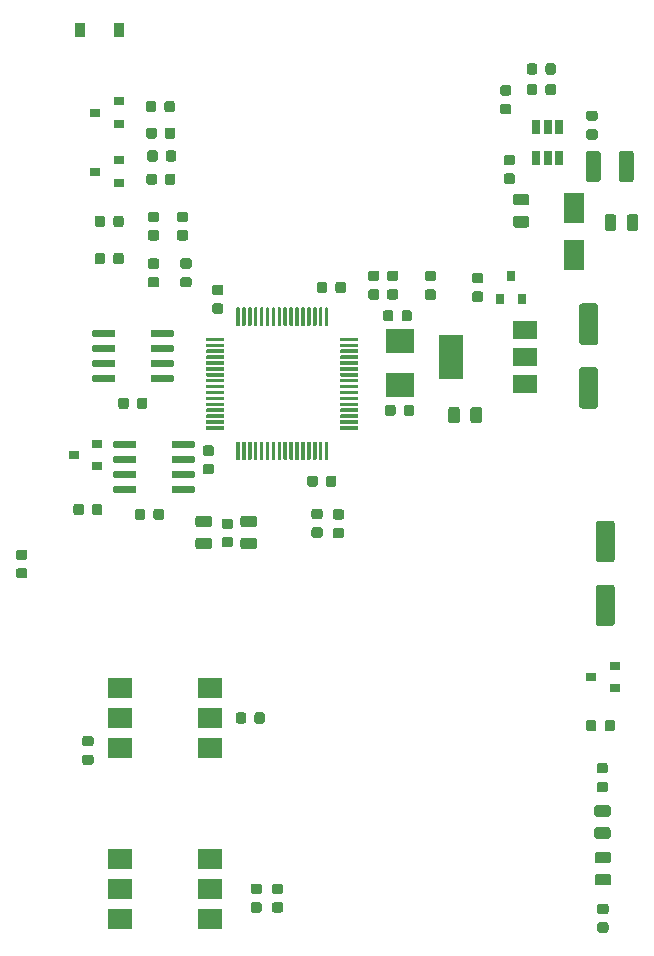
<source format=gbr>
G04 #@! TF.GenerationSoftware,KiCad,Pcbnew,(5.1.5)-3*
G04 #@! TF.CreationDate,2020-05-03T19:08:43+01:00*
G04 #@! TF.ProjectId,Isolator CAN SMT v2,49736f6c-6174-46f7-9220-43414e20534d,rev?*
G04 #@! TF.SameCoordinates,Original*
G04 #@! TF.FileFunction,Paste,Top*
G04 #@! TF.FilePolarity,Positive*
%FSLAX46Y46*%
G04 Gerber Fmt 4.6, Leading zero omitted, Abs format (unit mm)*
G04 Created by KiCad (PCBNEW (5.1.5)-3) date 2020-05-03 19:08:43*
%MOMM*%
%LPD*%
G04 APERTURE LIST*
%ADD10R,0.900000X1.200000*%
%ADD11R,0.900000X0.800000*%
%ADD12R,0.800000X0.900000*%
%ADD13C,0.100000*%
%ADD14R,1.800000X2.500000*%
%ADD15R,0.650000X1.220000*%
%ADD16R,2.000000X3.800000*%
%ADD17R,2.000000X1.500000*%
%ADD18R,2.000000X1.780000*%
%ADD19R,2.400000X2.000000*%
G04 APERTURE END LIST*
D10*
X119450000Y-60400000D03*
X116150000Y-60400000D03*
D11*
X117400000Y-72400000D03*
X119400000Y-71450000D03*
X119400000Y-73350000D03*
X117400000Y-67400000D03*
X119400000Y-66450000D03*
X119400000Y-68350000D03*
D12*
X152600000Y-81200000D03*
X153550000Y-83200000D03*
X151650000Y-83200000D03*
D13*
G36*
X159774504Y-88951204D02*
G01*
X159798773Y-88954804D01*
X159822571Y-88960765D01*
X159845671Y-88969030D01*
X159867849Y-88979520D01*
X159888893Y-88992133D01*
X159908598Y-89006747D01*
X159926777Y-89023223D01*
X159943253Y-89041402D01*
X159957867Y-89061107D01*
X159970480Y-89082151D01*
X159980970Y-89104329D01*
X159989235Y-89127429D01*
X159995196Y-89151227D01*
X159998796Y-89175496D01*
X160000000Y-89200000D01*
X160000000Y-92200000D01*
X159998796Y-92224504D01*
X159995196Y-92248773D01*
X159989235Y-92272571D01*
X159980970Y-92295671D01*
X159970480Y-92317849D01*
X159957867Y-92338893D01*
X159943253Y-92358598D01*
X159926777Y-92376777D01*
X159908598Y-92393253D01*
X159888893Y-92407867D01*
X159867849Y-92420480D01*
X159845671Y-92430970D01*
X159822571Y-92439235D01*
X159798773Y-92445196D01*
X159774504Y-92448796D01*
X159750000Y-92450000D01*
X158650000Y-92450000D01*
X158625496Y-92448796D01*
X158601227Y-92445196D01*
X158577429Y-92439235D01*
X158554329Y-92430970D01*
X158532151Y-92420480D01*
X158511107Y-92407867D01*
X158491402Y-92393253D01*
X158473223Y-92376777D01*
X158456747Y-92358598D01*
X158442133Y-92338893D01*
X158429520Y-92317849D01*
X158419030Y-92295671D01*
X158410765Y-92272571D01*
X158404804Y-92248773D01*
X158401204Y-92224504D01*
X158400000Y-92200000D01*
X158400000Y-89200000D01*
X158401204Y-89175496D01*
X158404804Y-89151227D01*
X158410765Y-89127429D01*
X158419030Y-89104329D01*
X158429520Y-89082151D01*
X158442133Y-89061107D01*
X158456747Y-89041402D01*
X158473223Y-89023223D01*
X158491402Y-89006747D01*
X158511107Y-88992133D01*
X158532151Y-88979520D01*
X158554329Y-88969030D01*
X158577429Y-88960765D01*
X158601227Y-88954804D01*
X158625496Y-88951204D01*
X158650000Y-88950000D01*
X159750000Y-88950000D01*
X159774504Y-88951204D01*
G37*
G36*
X159774504Y-83551204D02*
G01*
X159798773Y-83554804D01*
X159822571Y-83560765D01*
X159845671Y-83569030D01*
X159867849Y-83579520D01*
X159888893Y-83592133D01*
X159908598Y-83606747D01*
X159926777Y-83623223D01*
X159943253Y-83641402D01*
X159957867Y-83661107D01*
X159970480Y-83682151D01*
X159980970Y-83704329D01*
X159989235Y-83727429D01*
X159995196Y-83751227D01*
X159998796Y-83775496D01*
X160000000Y-83800000D01*
X160000000Y-86800000D01*
X159998796Y-86824504D01*
X159995196Y-86848773D01*
X159989235Y-86872571D01*
X159980970Y-86895671D01*
X159970480Y-86917849D01*
X159957867Y-86938893D01*
X159943253Y-86958598D01*
X159926777Y-86976777D01*
X159908598Y-86993253D01*
X159888893Y-87007867D01*
X159867849Y-87020480D01*
X159845671Y-87030970D01*
X159822571Y-87039235D01*
X159798773Y-87045196D01*
X159774504Y-87048796D01*
X159750000Y-87050000D01*
X158650000Y-87050000D01*
X158625496Y-87048796D01*
X158601227Y-87045196D01*
X158577429Y-87039235D01*
X158554329Y-87030970D01*
X158532151Y-87020480D01*
X158511107Y-87007867D01*
X158491402Y-86993253D01*
X158473223Y-86976777D01*
X158456747Y-86958598D01*
X158442133Y-86938893D01*
X158429520Y-86917849D01*
X158419030Y-86895671D01*
X158410765Y-86872571D01*
X158404804Y-86848773D01*
X158401204Y-86824504D01*
X158400000Y-86800000D01*
X158400000Y-83800000D01*
X158401204Y-83775496D01*
X158404804Y-83751227D01*
X158410765Y-83727429D01*
X158419030Y-83704329D01*
X158429520Y-83682151D01*
X158442133Y-83661107D01*
X158456747Y-83641402D01*
X158473223Y-83623223D01*
X158491402Y-83606747D01*
X158511107Y-83592133D01*
X158532151Y-83579520D01*
X158554329Y-83569030D01*
X158577429Y-83560765D01*
X158601227Y-83554804D01*
X158625496Y-83551204D01*
X158650000Y-83550000D01*
X159750000Y-83550000D01*
X159774504Y-83551204D01*
G37*
G36*
X118964703Y-89605722D02*
G01*
X118979264Y-89607882D01*
X118993543Y-89611459D01*
X119007403Y-89616418D01*
X119020710Y-89622712D01*
X119033336Y-89630280D01*
X119045159Y-89639048D01*
X119056066Y-89648934D01*
X119065952Y-89659841D01*
X119074720Y-89671664D01*
X119082288Y-89684290D01*
X119088582Y-89697597D01*
X119093541Y-89711457D01*
X119097118Y-89725736D01*
X119099278Y-89740297D01*
X119100000Y-89755000D01*
X119100000Y-90055000D01*
X119099278Y-90069703D01*
X119097118Y-90084264D01*
X119093541Y-90098543D01*
X119088582Y-90112403D01*
X119082288Y-90125710D01*
X119074720Y-90138336D01*
X119065952Y-90150159D01*
X119056066Y-90161066D01*
X119045159Y-90170952D01*
X119033336Y-90179720D01*
X119020710Y-90187288D01*
X119007403Y-90193582D01*
X118993543Y-90198541D01*
X118979264Y-90202118D01*
X118964703Y-90204278D01*
X118950000Y-90205000D01*
X117300000Y-90205000D01*
X117285297Y-90204278D01*
X117270736Y-90202118D01*
X117256457Y-90198541D01*
X117242597Y-90193582D01*
X117229290Y-90187288D01*
X117216664Y-90179720D01*
X117204841Y-90170952D01*
X117193934Y-90161066D01*
X117184048Y-90150159D01*
X117175280Y-90138336D01*
X117167712Y-90125710D01*
X117161418Y-90112403D01*
X117156459Y-90098543D01*
X117152882Y-90084264D01*
X117150722Y-90069703D01*
X117150000Y-90055000D01*
X117150000Y-89755000D01*
X117150722Y-89740297D01*
X117152882Y-89725736D01*
X117156459Y-89711457D01*
X117161418Y-89697597D01*
X117167712Y-89684290D01*
X117175280Y-89671664D01*
X117184048Y-89659841D01*
X117193934Y-89648934D01*
X117204841Y-89639048D01*
X117216664Y-89630280D01*
X117229290Y-89622712D01*
X117242597Y-89616418D01*
X117256457Y-89611459D01*
X117270736Y-89607882D01*
X117285297Y-89605722D01*
X117300000Y-89605000D01*
X118950000Y-89605000D01*
X118964703Y-89605722D01*
G37*
G36*
X118964703Y-88335722D02*
G01*
X118979264Y-88337882D01*
X118993543Y-88341459D01*
X119007403Y-88346418D01*
X119020710Y-88352712D01*
X119033336Y-88360280D01*
X119045159Y-88369048D01*
X119056066Y-88378934D01*
X119065952Y-88389841D01*
X119074720Y-88401664D01*
X119082288Y-88414290D01*
X119088582Y-88427597D01*
X119093541Y-88441457D01*
X119097118Y-88455736D01*
X119099278Y-88470297D01*
X119100000Y-88485000D01*
X119100000Y-88785000D01*
X119099278Y-88799703D01*
X119097118Y-88814264D01*
X119093541Y-88828543D01*
X119088582Y-88842403D01*
X119082288Y-88855710D01*
X119074720Y-88868336D01*
X119065952Y-88880159D01*
X119056066Y-88891066D01*
X119045159Y-88900952D01*
X119033336Y-88909720D01*
X119020710Y-88917288D01*
X119007403Y-88923582D01*
X118993543Y-88928541D01*
X118979264Y-88932118D01*
X118964703Y-88934278D01*
X118950000Y-88935000D01*
X117300000Y-88935000D01*
X117285297Y-88934278D01*
X117270736Y-88932118D01*
X117256457Y-88928541D01*
X117242597Y-88923582D01*
X117229290Y-88917288D01*
X117216664Y-88909720D01*
X117204841Y-88900952D01*
X117193934Y-88891066D01*
X117184048Y-88880159D01*
X117175280Y-88868336D01*
X117167712Y-88855710D01*
X117161418Y-88842403D01*
X117156459Y-88828543D01*
X117152882Y-88814264D01*
X117150722Y-88799703D01*
X117150000Y-88785000D01*
X117150000Y-88485000D01*
X117150722Y-88470297D01*
X117152882Y-88455736D01*
X117156459Y-88441457D01*
X117161418Y-88427597D01*
X117167712Y-88414290D01*
X117175280Y-88401664D01*
X117184048Y-88389841D01*
X117193934Y-88378934D01*
X117204841Y-88369048D01*
X117216664Y-88360280D01*
X117229290Y-88352712D01*
X117242597Y-88346418D01*
X117256457Y-88341459D01*
X117270736Y-88337882D01*
X117285297Y-88335722D01*
X117300000Y-88335000D01*
X118950000Y-88335000D01*
X118964703Y-88335722D01*
G37*
G36*
X118964703Y-87065722D02*
G01*
X118979264Y-87067882D01*
X118993543Y-87071459D01*
X119007403Y-87076418D01*
X119020710Y-87082712D01*
X119033336Y-87090280D01*
X119045159Y-87099048D01*
X119056066Y-87108934D01*
X119065952Y-87119841D01*
X119074720Y-87131664D01*
X119082288Y-87144290D01*
X119088582Y-87157597D01*
X119093541Y-87171457D01*
X119097118Y-87185736D01*
X119099278Y-87200297D01*
X119100000Y-87215000D01*
X119100000Y-87515000D01*
X119099278Y-87529703D01*
X119097118Y-87544264D01*
X119093541Y-87558543D01*
X119088582Y-87572403D01*
X119082288Y-87585710D01*
X119074720Y-87598336D01*
X119065952Y-87610159D01*
X119056066Y-87621066D01*
X119045159Y-87630952D01*
X119033336Y-87639720D01*
X119020710Y-87647288D01*
X119007403Y-87653582D01*
X118993543Y-87658541D01*
X118979264Y-87662118D01*
X118964703Y-87664278D01*
X118950000Y-87665000D01*
X117300000Y-87665000D01*
X117285297Y-87664278D01*
X117270736Y-87662118D01*
X117256457Y-87658541D01*
X117242597Y-87653582D01*
X117229290Y-87647288D01*
X117216664Y-87639720D01*
X117204841Y-87630952D01*
X117193934Y-87621066D01*
X117184048Y-87610159D01*
X117175280Y-87598336D01*
X117167712Y-87585710D01*
X117161418Y-87572403D01*
X117156459Y-87558543D01*
X117152882Y-87544264D01*
X117150722Y-87529703D01*
X117150000Y-87515000D01*
X117150000Y-87215000D01*
X117150722Y-87200297D01*
X117152882Y-87185736D01*
X117156459Y-87171457D01*
X117161418Y-87157597D01*
X117167712Y-87144290D01*
X117175280Y-87131664D01*
X117184048Y-87119841D01*
X117193934Y-87108934D01*
X117204841Y-87099048D01*
X117216664Y-87090280D01*
X117229290Y-87082712D01*
X117242597Y-87076418D01*
X117256457Y-87071459D01*
X117270736Y-87067882D01*
X117285297Y-87065722D01*
X117300000Y-87065000D01*
X118950000Y-87065000D01*
X118964703Y-87065722D01*
G37*
G36*
X118964703Y-85795722D02*
G01*
X118979264Y-85797882D01*
X118993543Y-85801459D01*
X119007403Y-85806418D01*
X119020710Y-85812712D01*
X119033336Y-85820280D01*
X119045159Y-85829048D01*
X119056066Y-85838934D01*
X119065952Y-85849841D01*
X119074720Y-85861664D01*
X119082288Y-85874290D01*
X119088582Y-85887597D01*
X119093541Y-85901457D01*
X119097118Y-85915736D01*
X119099278Y-85930297D01*
X119100000Y-85945000D01*
X119100000Y-86245000D01*
X119099278Y-86259703D01*
X119097118Y-86274264D01*
X119093541Y-86288543D01*
X119088582Y-86302403D01*
X119082288Y-86315710D01*
X119074720Y-86328336D01*
X119065952Y-86340159D01*
X119056066Y-86351066D01*
X119045159Y-86360952D01*
X119033336Y-86369720D01*
X119020710Y-86377288D01*
X119007403Y-86383582D01*
X118993543Y-86388541D01*
X118979264Y-86392118D01*
X118964703Y-86394278D01*
X118950000Y-86395000D01*
X117300000Y-86395000D01*
X117285297Y-86394278D01*
X117270736Y-86392118D01*
X117256457Y-86388541D01*
X117242597Y-86383582D01*
X117229290Y-86377288D01*
X117216664Y-86369720D01*
X117204841Y-86360952D01*
X117193934Y-86351066D01*
X117184048Y-86340159D01*
X117175280Y-86328336D01*
X117167712Y-86315710D01*
X117161418Y-86302403D01*
X117156459Y-86288543D01*
X117152882Y-86274264D01*
X117150722Y-86259703D01*
X117150000Y-86245000D01*
X117150000Y-85945000D01*
X117150722Y-85930297D01*
X117152882Y-85915736D01*
X117156459Y-85901457D01*
X117161418Y-85887597D01*
X117167712Y-85874290D01*
X117175280Y-85861664D01*
X117184048Y-85849841D01*
X117193934Y-85838934D01*
X117204841Y-85829048D01*
X117216664Y-85820280D01*
X117229290Y-85812712D01*
X117242597Y-85806418D01*
X117256457Y-85801459D01*
X117270736Y-85797882D01*
X117285297Y-85795722D01*
X117300000Y-85795000D01*
X118950000Y-85795000D01*
X118964703Y-85795722D01*
G37*
G36*
X123914703Y-85795722D02*
G01*
X123929264Y-85797882D01*
X123943543Y-85801459D01*
X123957403Y-85806418D01*
X123970710Y-85812712D01*
X123983336Y-85820280D01*
X123995159Y-85829048D01*
X124006066Y-85838934D01*
X124015952Y-85849841D01*
X124024720Y-85861664D01*
X124032288Y-85874290D01*
X124038582Y-85887597D01*
X124043541Y-85901457D01*
X124047118Y-85915736D01*
X124049278Y-85930297D01*
X124050000Y-85945000D01*
X124050000Y-86245000D01*
X124049278Y-86259703D01*
X124047118Y-86274264D01*
X124043541Y-86288543D01*
X124038582Y-86302403D01*
X124032288Y-86315710D01*
X124024720Y-86328336D01*
X124015952Y-86340159D01*
X124006066Y-86351066D01*
X123995159Y-86360952D01*
X123983336Y-86369720D01*
X123970710Y-86377288D01*
X123957403Y-86383582D01*
X123943543Y-86388541D01*
X123929264Y-86392118D01*
X123914703Y-86394278D01*
X123900000Y-86395000D01*
X122250000Y-86395000D01*
X122235297Y-86394278D01*
X122220736Y-86392118D01*
X122206457Y-86388541D01*
X122192597Y-86383582D01*
X122179290Y-86377288D01*
X122166664Y-86369720D01*
X122154841Y-86360952D01*
X122143934Y-86351066D01*
X122134048Y-86340159D01*
X122125280Y-86328336D01*
X122117712Y-86315710D01*
X122111418Y-86302403D01*
X122106459Y-86288543D01*
X122102882Y-86274264D01*
X122100722Y-86259703D01*
X122100000Y-86245000D01*
X122100000Y-85945000D01*
X122100722Y-85930297D01*
X122102882Y-85915736D01*
X122106459Y-85901457D01*
X122111418Y-85887597D01*
X122117712Y-85874290D01*
X122125280Y-85861664D01*
X122134048Y-85849841D01*
X122143934Y-85838934D01*
X122154841Y-85829048D01*
X122166664Y-85820280D01*
X122179290Y-85812712D01*
X122192597Y-85806418D01*
X122206457Y-85801459D01*
X122220736Y-85797882D01*
X122235297Y-85795722D01*
X122250000Y-85795000D01*
X123900000Y-85795000D01*
X123914703Y-85795722D01*
G37*
G36*
X123914703Y-87065722D02*
G01*
X123929264Y-87067882D01*
X123943543Y-87071459D01*
X123957403Y-87076418D01*
X123970710Y-87082712D01*
X123983336Y-87090280D01*
X123995159Y-87099048D01*
X124006066Y-87108934D01*
X124015952Y-87119841D01*
X124024720Y-87131664D01*
X124032288Y-87144290D01*
X124038582Y-87157597D01*
X124043541Y-87171457D01*
X124047118Y-87185736D01*
X124049278Y-87200297D01*
X124050000Y-87215000D01*
X124050000Y-87515000D01*
X124049278Y-87529703D01*
X124047118Y-87544264D01*
X124043541Y-87558543D01*
X124038582Y-87572403D01*
X124032288Y-87585710D01*
X124024720Y-87598336D01*
X124015952Y-87610159D01*
X124006066Y-87621066D01*
X123995159Y-87630952D01*
X123983336Y-87639720D01*
X123970710Y-87647288D01*
X123957403Y-87653582D01*
X123943543Y-87658541D01*
X123929264Y-87662118D01*
X123914703Y-87664278D01*
X123900000Y-87665000D01*
X122250000Y-87665000D01*
X122235297Y-87664278D01*
X122220736Y-87662118D01*
X122206457Y-87658541D01*
X122192597Y-87653582D01*
X122179290Y-87647288D01*
X122166664Y-87639720D01*
X122154841Y-87630952D01*
X122143934Y-87621066D01*
X122134048Y-87610159D01*
X122125280Y-87598336D01*
X122117712Y-87585710D01*
X122111418Y-87572403D01*
X122106459Y-87558543D01*
X122102882Y-87544264D01*
X122100722Y-87529703D01*
X122100000Y-87515000D01*
X122100000Y-87215000D01*
X122100722Y-87200297D01*
X122102882Y-87185736D01*
X122106459Y-87171457D01*
X122111418Y-87157597D01*
X122117712Y-87144290D01*
X122125280Y-87131664D01*
X122134048Y-87119841D01*
X122143934Y-87108934D01*
X122154841Y-87099048D01*
X122166664Y-87090280D01*
X122179290Y-87082712D01*
X122192597Y-87076418D01*
X122206457Y-87071459D01*
X122220736Y-87067882D01*
X122235297Y-87065722D01*
X122250000Y-87065000D01*
X123900000Y-87065000D01*
X123914703Y-87065722D01*
G37*
G36*
X123914703Y-88335722D02*
G01*
X123929264Y-88337882D01*
X123943543Y-88341459D01*
X123957403Y-88346418D01*
X123970710Y-88352712D01*
X123983336Y-88360280D01*
X123995159Y-88369048D01*
X124006066Y-88378934D01*
X124015952Y-88389841D01*
X124024720Y-88401664D01*
X124032288Y-88414290D01*
X124038582Y-88427597D01*
X124043541Y-88441457D01*
X124047118Y-88455736D01*
X124049278Y-88470297D01*
X124050000Y-88485000D01*
X124050000Y-88785000D01*
X124049278Y-88799703D01*
X124047118Y-88814264D01*
X124043541Y-88828543D01*
X124038582Y-88842403D01*
X124032288Y-88855710D01*
X124024720Y-88868336D01*
X124015952Y-88880159D01*
X124006066Y-88891066D01*
X123995159Y-88900952D01*
X123983336Y-88909720D01*
X123970710Y-88917288D01*
X123957403Y-88923582D01*
X123943543Y-88928541D01*
X123929264Y-88932118D01*
X123914703Y-88934278D01*
X123900000Y-88935000D01*
X122250000Y-88935000D01*
X122235297Y-88934278D01*
X122220736Y-88932118D01*
X122206457Y-88928541D01*
X122192597Y-88923582D01*
X122179290Y-88917288D01*
X122166664Y-88909720D01*
X122154841Y-88900952D01*
X122143934Y-88891066D01*
X122134048Y-88880159D01*
X122125280Y-88868336D01*
X122117712Y-88855710D01*
X122111418Y-88842403D01*
X122106459Y-88828543D01*
X122102882Y-88814264D01*
X122100722Y-88799703D01*
X122100000Y-88785000D01*
X122100000Y-88485000D01*
X122100722Y-88470297D01*
X122102882Y-88455736D01*
X122106459Y-88441457D01*
X122111418Y-88427597D01*
X122117712Y-88414290D01*
X122125280Y-88401664D01*
X122134048Y-88389841D01*
X122143934Y-88378934D01*
X122154841Y-88369048D01*
X122166664Y-88360280D01*
X122179290Y-88352712D01*
X122192597Y-88346418D01*
X122206457Y-88341459D01*
X122220736Y-88337882D01*
X122235297Y-88335722D01*
X122250000Y-88335000D01*
X123900000Y-88335000D01*
X123914703Y-88335722D01*
G37*
G36*
X123914703Y-89605722D02*
G01*
X123929264Y-89607882D01*
X123943543Y-89611459D01*
X123957403Y-89616418D01*
X123970710Y-89622712D01*
X123983336Y-89630280D01*
X123995159Y-89639048D01*
X124006066Y-89648934D01*
X124015952Y-89659841D01*
X124024720Y-89671664D01*
X124032288Y-89684290D01*
X124038582Y-89697597D01*
X124043541Y-89711457D01*
X124047118Y-89725736D01*
X124049278Y-89740297D01*
X124050000Y-89755000D01*
X124050000Y-90055000D01*
X124049278Y-90069703D01*
X124047118Y-90084264D01*
X124043541Y-90098543D01*
X124038582Y-90112403D01*
X124032288Y-90125710D01*
X124024720Y-90138336D01*
X124015952Y-90150159D01*
X124006066Y-90161066D01*
X123995159Y-90170952D01*
X123983336Y-90179720D01*
X123970710Y-90187288D01*
X123957403Y-90193582D01*
X123943543Y-90198541D01*
X123929264Y-90202118D01*
X123914703Y-90204278D01*
X123900000Y-90205000D01*
X122250000Y-90205000D01*
X122235297Y-90204278D01*
X122220736Y-90202118D01*
X122206457Y-90198541D01*
X122192597Y-90193582D01*
X122179290Y-90187288D01*
X122166664Y-90179720D01*
X122154841Y-90170952D01*
X122143934Y-90161066D01*
X122134048Y-90150159D01*
X122125280Y-90138336D01*
X122117712Y-90125710D01*
X122111418Y-90112403D01*
X122106459Y-90098543D01*
X122102882Y-90084264D01*
X122100722Y-90069703D01*
X122100000Y-90055000D01*
X122100000Y-89755000D01*
X122100722Y-89740297D01*
X122102882Y-89725736D01*
X122106459Y-89711457D01*
X122111418Y-89697597D01*
X122117712Y-89684290D01*
X122125280Y-89671664D01*
X122134048Y-89659841D01*
X122143934Y-89648934D01*
X122154841Y-89639048D01*
X122166664Y-89630280D01*
X122179290Y-89622712D01*
X122192597Y-89616418D01*
X122206457Y-89611459D01*
X122220736Y-89607882D01*
X122235297Y-89605722D01*
X122250000Y-89605000D01*
X123900000Y-89605000D01*
X123914703Y-89605722D01*
G37*
G36*
X120052691Y-91526053D02*
G01*
X120073926Y-91529203D01*
X120094750Y-91534419D01*
X120114962Y-91541651D01*
X120134368Y-91550830D01*
X120152781Y-91561866D01*
X120170024Y-91574654D01*
X120185930Y-91589070D01*
X120200346Y-91604976D01*
X120213134Y-91622219D01*
X120224170Y-91640632D01*
X120233349Y-91660038D01*
X120240581Y-91680250D01*
X120245797Y-91701074D01*
X120248947Y-91722309D01*
X120250000Y-91743750D01*
X120250000Y-92256250D01*
X120248947Y-92277691D01*
X120245797Y-92298926D01*
X120240581Y-92319750D01*
X120233349Y-92339962D01*
X120224170Y-92359368D01*
X120213134Y-92377781D01*
X120200346Y-92395024D01*
X120185930Y-92410930D01*
X120170024Y-92425346D01*
X120152781Y-92438134D01*
X120134368Y-92449170D01*
X120114962Y-92458349D01*
X120094750Y-92465581D01*
X120073926Y-92470797D01*
X120052691Y-92473947D01*
X120031250Y-92475000D01*
X119593750Y-92475000D01*
X119572309Y-92473947D01*
X119551074Y-92470797D01*
X119530250Y-92465581D01*
X119510038Y-92458349D01*
X119490632Y-92449170D01*
X119472219Y-92438134D01*
X119454976Y-92425346D01*
X119439070Y-92410930D01*
X119424654Y-92395024D01*
X119411866Y-92377781D01*
X119400830Y-92359368D01*
X119391651Y-92339962D01*
X119384419Y-92319750D01*
X119379203Y-92298926D01*
X119376053Y-92277691D01*
X119375000Y-92256250D01*
X119375000Y-91743750D01*
X119376053Y-91722309D01*
X119379203Y-91701074D01*
X119384419Y-91680250D01*
X119391651Y-91660038D01*
X119400830Y-91640632D01*
X119411866Y-91622219D01*
X119424654Y-91604976D01*
X119439070Y-91589070D01*
X119454976Y-91574654D01*
X119472219Y-91561866D01*
X119490632Y-91550830D01*
X119510038Y-91541651D01*
X119530250Y-91534419D01*
X119551074Y-91529203D01*
X119572309Y-91526053D01*
X119593750Y-91525000D01*
X120031250Y-91525000D01*
X120052691Y-91526053D01*
G37*
G36*
X121627691Y-91526053D02*
G01*
X121648926Y-91529203D01*
X121669750Y-91534419D01*
X121689962Y-91541651D01*
X121709368Y-91550830D01*
X121727781Y-91561866D01*
X121745024Y-91574654D01*
X121760930Y-91589070D01*
X121775346Y-91604976D01*
X121788134Y-91622219D01*
X121799170Y-91640632D01*
X121808349Y-91660038D01*
X121815581Y-91680250D01*
X121820797Y-91701074D01*
X121823947Y-91722309D01*
X121825000Y-91743750D01*
X121825000Y-92256250D01*
X121823947Y-92277691D01*
X121820797Y-92298926D01*
X121815581Y-92319750D01*
X121808349Y-92339962D01*
X121799170Y-92359368D01*
X121788134Y-92377781D01*
X121775346Y-92395024D01*
X121760930Y-92410930D01*
X121745024Y-92425346D01*
X121727781Y-92438134D01*
X121709368Y-92449170D01*
X121689962Y-92458349D01*
X121669750Y-92465581D01*
X121648926Y-92470797D01*
X121627691Y-92473947D01*
X121606250Y-92475000D01*
X121168750Y-92475000D01*
X121147309Y-92473947D01*
X121126074Y-92470797D01*
X121105250Y-92465581D01*
X121085038Y-92458349D01*
X121065632Y-92449170D01*
X121047219Y-92438134D01*
X121029976Y-92425346D01*
X121014070Y-92410930D01*
X120999654Y-92395024D01*
X120986866Y-92377781D01*
X120975830Y-92359368D01*
X120966651Y-92339962D01*
X120959419Y-92319750D01*
X120954203Y-92298926D01*
X120951053Y-92277691D01*
X120950000Y-92256250D01*
X120950000Y-91743750D01*
X120951053Y-91722309D01*
X120954203Y-91701074D01*
X120959419Y-91680250D01*
X120966651Y-91660038D01*
X120975830Y-91640632D01*
X120986866Y-91622219D01*
X120999654Y-91604976D01*
X121014070Y-91589070D01*
X121029976Y-91574654D01*
X121047219Y-91561866D01*
X121065632Y-91550830D01*
X121085038Y-91541651D01*
X121105250Y-91534419D01*
X121126074Y-91529203D01*
X121147309Y-91526053D01*
X121168750Y-91525000D01*
X121606250Y-91525000D01*
X121627691Y-91526053D01*
G37*
D14*
X157977000Y-75449000D03*
X157977000Y-79449000D03*
D13*
G36*
X154642191Y-63225053D02*
G01*
X154663426Y-63228203D01*
X154684250Y-63233419D01*
X154704462Y-63240651D01*
X154723868Y-63249830D01*
X154742281Y-63260866D01*
X154759524Y-63273654D01*
X154775430Y-63288070D01*
X154789846Y-63303976D01*
X154802634Y-63321219D01*
X154813670Y-63339632D01*
X154822849Y-63359038D01*
X154830081Y-63379250D01*
X154835297Y-63400074D01*
X154838447Y-63421309D01*
X154839500Y-63442750D01*
X154839500Y-63955250D01*
X154838447Y-63976691D01*
X154835297Y-63997926D01*
X154830081Y-64018750D01*
X154822849Y-64038962D01*
X154813670Y-64058368D01*
X154802634Y-64076781D01*
X154789846Y-64094024D01*
X154775430Y-64109930D01*
X154759524Y-64124346D01*
X154742281Y-64137134D01*
X154723868Y-64148170D01*
X154704462Y-64157349D01*
X154684250Y-64164581D01*
X154663426Y-64169797D01*
X154642191Y-64172947D01*
X154620750Y-64174000D01*
X154183250Y-64174000D01*
X154161809Y-64172947D01*
X154140574Y-64169797D01*
X154119750Y-64164581D01*
X154099538Y-64157349D01*
X154080132Y-64148170D01*
X154061719Y-64137134D01*
X154044476Y-64124346D01*
X154028570Y-64109930D01*
X154014154Y-64094024D01*
X154001366Y-64076781D01*
X153990330Y-64058368D01*
X153981151Y-64038962D01*
X153973919Y-64018750D01*
X153968703Y-63997926D01*
X153965553Y-63976691D01*
X153964500Y-63955250D01*
X153964500Y-63442750D01*
X153965553Y-63421309D01*
X153968703Y-63400074D01*
X153973919Y-63379250D01*
X153981151Y-63359038D01*
X153990330Y-63339632D01*
X154001366Y-63321219D01*
X154014154Y-63303976D01*
X154028570Y-63288070D01*
X154044476Y-63273654D01*
X154061719Y-63260866D01*
X154080132Y-63249830D01*
X154099538Y-63240651D01*
X154119750Y-63233419D01*
X154140574Y-63228203D01*
X154161809Y-63225053D01*
X154183250Y-63224000D01*
X154620750Y-63224000D01*
X154642191Y-63225053D01*
G37*
G36*
X156217191Y-63225053D02*
G01*
X156238426Y-63228203D01*
X156259250Y-63233419D01*
X156279462Y-63240651D01*
X156298868Y-63249830D01*
X156317281Y-63260866D01*
X156334524Y-63273654D01*
X156350430Y-63288070D01*
X156364846Y-63303976D01*
X156377634Y-63321219D01*
X156388670Y-63339632D01*
X156397849Y-63359038D01*
X156405081Y-63379250D01*
X156410297Y-63400074D01*
X156413447Y-63421309D01*
X156414500Y-63442750D01*
X156414500Y-63955250D01*
X156413447Y-63976691D01*
X156410297Y-63997926D01*
X156405081Y-64018750D01*
X156397849Y-64038962D01*
X156388670Y-64058368D01*
X156377634Y-64076781D01*
X156364846Y-64094024D01*
X156350430Y-64109930D01*
X156334524Y-64124346D01*
X156317281Y-64137134D01*
X156298868Y-64148170D01*
X156279462Y-64157349D01*
X156259250Y-64164581D01*
X156238426Y-64169797D01*
X156217191Y-64172947D01*
X156195750Y-64174000D01*
X155758250Y-64174000D01*
X155736809Y-64172947D01*
X155715574Y-64169797D01*
X155694750Y-64164581D01*
X155674538Y-64157349D01*
X155655132Y-64148170D01*
X155636719Y-64137134D01*
X155619476Y-64124346D01*
X155603570Y-64109930D01*
X155589154Y-64094024D01*
X155576366Y-64076781D01*
X155565330Y-64058368D01*
X155556151Y-64038962D01*
X155548919Y-64018750D01*
X155543703Y-63997926D01*
X155540553Y-63976691D01*
X155539500Y-63955250D01*
X155539500Y-63442750D01*
X155540553Y-63421309D01*
X155543703Y-63400074D01*
X155548919Y-63379250D01*
X155556151Y-63359038D01*
X155565330Y-63339632D01*
X155576366Y-63321219D01*
X155589154Y-63303976D01*
X155603570Y-63288070D01*
X155619476Y-63273654D01*
X155636719Y-63260866D01*
X155655132Y-63249830D01*
X155674538Y-63240651D01*
X155694750Y-63233419D01*
X155715574Y-63228203D01*
X155736809Y-63225053D01*
X155758250Y-63224000D01*
X156195750Y-63224000D01*
X156217191Y-63225053D01*
G37*
G36*
X159754691Y-67225053D02*
G01*
X159775926Y-67228203D01*
X159796750Y-67233419D01*
X159816962Y-67240651D01*
X159836368Y-67249830D01*
X159854781Y-67260866D01*
X159872024Y-67273654D01*
X159887930Y-67288070D01*
X159902346Y-67303976D01*
X159915134Y-67321219D01*
X159926170Y-67339632D01*
X159935349Y-67359038D01*
X159942581Y-67379250D01*
X159947797Y-67400074D01*
X159950947Y-67421309D01*
X159952000Y-67442750D01*
X159952000Y-67880250D01*
X159950947Y-67901691D01*
X159947797Y-67922926D01*
X159942581Y-67943750D01*
X159935349Y-67963962D01*
X159926170Y-67983368D01*
X159915134Y-68001781D01*
X159902346Y-68019024D01*
X159887930Y-68034930D01*
X159872024Y-68049346D01*
X159854781Y-68062134D01*
X159836368Y-68073170D01*
X159816962Y-68082349D01*
X159796750Y-68089581D01*
X159775926Y-68094797D01*
X159754691Y-68097947D01*
X159733250Y-68099000D01*
X159220750Y-68099000D01*
X159199309Y-68097947D01*
X159178074Y-68094797D01*
X159157250Y-68089581D01*
X159137038Y-68082349D01*
X159117632Y-68073170D01*
X159099219Y-68062134D01*
X159081976Y-68049346D01*
X159066070Y-68034930D01*
X159051654Y-68019024D01*
X159038866Y-68001781D01*
X159027830Y-67983368D01*
X159018651Y-67963962D01*
X159011419Y-67943750D01*
X159006203Y-67922926D01*
X159003053Y-67901691D01*
X159002000Y-67880250D01*
X159002000Y-67442750D01*
X159003053Y-67421309D01*
X159006203Y-67400074D01*
X159011419Y-67379250D01*
X159018651Y-67359038D01*
X159027830Y-67339632D01*
X159038866Y-67321219D01*
X159051654Y-67303976D01*
X159066070Y-67288070D01*
X159081976Y-67273654D01*
X159099219Y-67260866D01*
X159117632Y-67249830D01*
X159137038Y-67240651D01*
X159157250Y-67233419D01*
X159178074Y-67228203D01*
X159199309Y-67225053D01*
X159220750Y-67224000D01*
X159733250Y-67224000D01*
X159754691Y-67225053D01*
G37*
G36*
X159754691Y-68800053D02*
G01*
X159775926Y-68803203D01*
X159796750Y-68808419D01*
X159816962Y-68815651D01*
X159836368Y-68824830D01*
X159854781Y-68835866D01*
X159872024Y-68848654D01*
X159887930Y-68863070D01*
X159902346Y-68878976D01*
X159915134Y-68896219D01*
X159926170Y-68914632D01*
X159935349Y-68934038D01*
X159942581Y-68954250D01*
X159947797Y-68975074D01*
X159950947Y-68996309D01*
X159952000Y-69017750D01*
X159952000Y-69455250D01*
X159950947Y-69476691D01*
X159947797Y-69497926D01*
X159942581Y-69518750D01*
X159935349Y-69538962D01*
X159926170Y-69558368D01*
X159915134Y-69576781D01*
X159902346Y-69594024D01*
X159887930Y-69609930D01*
X159872024Y-69624346D01*
X159854781Y-69637134D01*
X159836368Y-69648170D01*
X159816962Y-69657349D01*
X159796750Y-69664581D01*
X159775926Y-69669797D01*
X159754691Y-69672947D01*
X159733250Y-69674000D01*
X159220750Y-69674000D01*
X159199309Y-69672947D01*
X159178074Y-69669797D01*
X159157250Y-69664581D01*
X159137038Y-69657349D01*
X159117632Y-69648170D01*
X159099219Y-69637134D01*
X159081976Y-69624346D01*
X159066070Y-69609930D01*
X159051654Y-69594024D01*
X159038866Y-69576781D01*
X159027830Y-69558368D01*
X159018651Y-69538962D01*
X159011419Y-69518750D01*
X159006203Y-69497926D01*
X159003053Y-69476691D01*
X159002000Y-69455250D01*
X159002000Y-69017750D01*
X159003053Y-68996309D01*
X159006203Y-68975074D01*
X159011419Y-68954250D01*
X159018651Y-68934038D01*
X159027830Y-68914632D01*
X159038866Y-68896219D01*
X159051654Y-68878976D01*
X159066070Y-68863070D01*
X159081976Y-68848654D01*
X159099219Y-68835866D01*
X159117632Y-68824830D01*
X159137038Y-68815651D01*
X159157250Y-68808419D01*
X159178074Y-68803203D01*
X159199309Y-68800053D01*
X159220750Y-68799000D01*
X159733250Y-68799000D01*
X159754691Y-68800053D01*
G37*
G36*
X153957142Y-74275174D02*
G01*
X153980803Y-74278684D01*
X154004007Y-74284496D01*
X154026529Y-74292554D01*
X154048153Y-74302782D01*
X154068670Y-74315079D01*
X154087883Y-74329329D01*
X154105607Y-74345393D01*
X154121671Y-74363117D01*
X154135921Y-74382330D01*
X154148218Y-74402847D01*
X154158446Y-74424471D01*
X154166504Y-74446993D01*
X154172316Y-74470197D01*
X154175826Y-74493858D01*
X154177000Y-74517750D01*
X154177000Y-75005250D01*
X154175826Y-75029142D01*
X154172316Y-75052803D01*
X154166504Y-75076007D01*
X154158446Y-75098529D01*
X154148218Y-75120153D01*
X154135921Y-75140670D01*
X154121671Y-75159883D01*
X154105607Y-75177607D01*
X154087883Y-75193671D01*
X154068670Y-75207921D01*
X154048153Y-75220218D01*
X154026529Y-75230446D01*
X154004007Y-75238504D01*
X153980803Y-75244316D01*
X153957142Y-75247826D01*
X153933250Y-75249000D01*
X153020750Y-75249000D01*
X152996858Y-75247826D01*
X152973197Y-75244316D01*
X152949993Y-75238504D01*
X152927471Y-75230446D01*
X152905847Y-75220218D01*
X152885330Y-75207921D01*
X152866117Y-75193671D01*
X152848393Y-75177607D01*
X152832329Y-75159883D01*
X152818079Y-75140670D01*
X152805782Y-75120153D01*
X152795554Y-75098529D01*
X152787496Y-75076007D01*
X152781684Y-75052803D01*
X152778174Y-75029142D01*
X152777000Y-75005250D01*
X152777000Y-74517750D01*
X152778174Y-74493858D01*
X152781684Y-74470197D01*
X152787496Y-74446993D01*
X152795554Y-74424471D01*
X152805782Y-74402847D01*
X152818079Y-74382330D01*
X152832329Y-74363117D01*
X152848393Y-74345393D01*
X152866117Y-74329329D01*
X152885330Y-74315079D01*
X152905847Y-74302782D01*
X152927471Y-74292554D01*
X152949993Y-74284496D01*
X152973197Y-74278684D01*
X152996858Y-74275174D01*
X153020750Y-74274000D01*
X153933250Y-74274000D01*
X153957142Y-74275174D01*
G37*
G36*
X153957142Y-76150174D02*
G01*
X153980803Y-76153684D01*
X154004007Y-76159496D01*
X154026529Y-76167554D01*
X154048153Y-76177782D01*
X154068670Y-76190079D01*
X154087883Y-76204329D01*
X154105607Y-76220393D01*
X154121671Y-76238117D01*
X154135921Y-76257330D01*
X154148218Y-76277847D01*
X154158446Y-76299471D01*
X154166504Y-76321993D01*
X154172316Y-76345197D01*
X154175826Y-76368858D01*
X154177000Y-76392750D01*
X154177000Y-76880250D01*
X154175826Y-76904142D01*
X154172316Y-76927803D01*
X154166504Y-76951007D01*
X154158446Y-76973529D01*
X154148218Y-76995153D01*
X154135921Y-77015670D01*
X154121671Y-77034883D01*
X154105607Y-77052607D01*
X154087883Y-77068671D01*
X154068670Y-77082921D01*
X154048153Y-77095218D01*
X154026529Y-77105446D01*
X154004007Y-77113504D01*
X153980803Y-77119316D01*
X153957142Y-77122826D01*
X153933250Y-77124000D01*
X153020750Y-77124000D01*
X152996858Y-77122826D01*
X152973197Y-77119316D01*
X152949993Y-77113504D01*
X152927471Y-77105446D01*
X152905847Y-77095218D01*
X152885330Y-77082921D01*
X152866117Y-77068671D01*
X152848393Y-77052607D01*
X152832329Y-77034883D01*
X152818079Y-77015670D01*
X152805782Y-76995153D01*
X152795554Y-76973529D01*
X152787496Y-76951007D01*
X152781684Y-76927803D01*
X152778174Y-76904142D01*
X152777000Y-76880250D01*
X152777000Y-76392750D01*
X152778174Y-76368858D01*
X152781684Y-76345197D01*
X152787496Y-76321993D01*
X152795554Y-76299471D01*
X152805782Y-76277847D01*
X152818079Y-76257330D01*
X152832329Y-76238117D01*
X152848393Y-76220393D01*
X152866117Y-76204329D01*
X152885330Y-76190079D01*
X152905847Y-76177782D01*
X152927471Y-76167554D01*
X152949993Y-76159496D01*
X152973197Y-76153684D01*
X152996858Y-76150174D01*
X153020750Y-76149000D01*
X153933250Y-76149000D01*
X153957142Y-76150174D01*
G37*
G36*
X148067642Y-92301174D02*
G01*
X148091303Y-92304684D01*
X148114507Y-92310496D01*
X148137029Y-92318554D01*
X148158653Y-92328782D01*
X148179170Y-92341079D01*
X148198383Y-92355329D01*
X148216107Y-92371393D01*
X148232171Y-92389117D01*
X148246421Y-92408330D01*
X148258718Y-92428847D01*
X148268946Y-92450471D01*
X148277004Y-92472993D01*
X148282816Y-92496197D01*
X148286326Y-92519858D01*
X148287500Y-92543750D01*
X148287500Y-93456250D01*
X148286326Y-93480142D01*
X148282816Y-93503803D01*
X148277004Y-93527007D01*
X148268946Y-93549529D01*
X148258718Y-93571153D01*
X148246421Y-93591670D01*
X148232171Y-93610883D01*
X148216107Y-93628607D01*
X148198383Y-93644671D01*
X148179170Y-93658921D01*
X148158653Y-93671218D01*
X148137029Y-93681446D01*
X148114507Y-93689504D01*
X148091303Y-93695316D01*
X148067642Y-93698826D01*
X148043750Y-93700000D01*
X147556250Y-93700000D01*
X147532358Y-93698826D01*
X147508697Y-93695316D01*
X147485493Y-93689504D01*
X147462971Y-93681446D01*
X147441347Y-93671218D01*
X147420830Y-93658921D01*
X147401617Y-93644671D01*
X147383893Y-93628607D01*
X147367829Y-93610883D01*
X147353579Y-93591670D01*
X147341282Y-93571153D01*
X147331054Y-93549529D01*
X147322996Y-93527007D01*
X147317184Y-93503803D01*
X147313674Y-93480142D01*
X147312500Y-93456250D01*
X147312500Y-92543750D01*
X147313674Y-92519858D01*
X147317184Y-92496197D01*
X147322996Y-92472993D01*
X147331054Y-92450471D01*
X147341282Y-92428847D01*
X147353579Y-92408330D01*
X147367829Y-92389117D01*
X147383893Y-92371393D01*
X147401617Y-92355329D01*
X147420830Y-92341079D01*
X147441347Y-92328782D01*
X147462971Y-92318554D01*
X147485493Y-92310496D01*
X147508697Y-92304684D01*
X147532358Y-92301174D01*
X147556250Y-92300000D01*
X148043750Y-92300000D01*
X148067642Y-92301174D01*
G37*
G36*
X149942642Y-92301174D02*
G01*
X149966303Y-92304684D01*
X149989507Y-92310496D01*
X150012029Y-92318554D01*
X150033653Y-92328782D01*
X150054170Y-92341079D01*
X150073383Y-92355329D01*
X150091107Y-92371393D01*
X150107171Y-92389117D01*
X150121421Y-92408330D01*
X150133718Y-92428847D01*
X150143946Y-92450471D01*
X150152004Y-92472993D01*
X150157816Y-92496197D01*
X150161326Y-92519858D01*
X150162500Y-92543750D01*
X150162500Y-93456250D01*
X150161326Y-93480142D01*
X150157816Y-93503803D01*
X150152004Y-93527007D01*
X150143946Y-93549529D01*
X150133718Y-93571153D01*
X150121421Y-93591670D01*
X150107171Y-93610883D01*
X150091107Y-93628607D01*
X150073383Y-93644671D01*
X150054170Y-93658921D01*
X150033653Y-93671218D01*
X150012029Y-93681446D01*
X149989507Y-93689504D01*
X149966303Y-93695316D01*
X149942642Y-93698826D01*
X149918750Y-93700000D01*
X149431250Y-93700000D01*
X149407358Y-93698826D01*
X149383697Y-93695316D01*
X149360493Y-93689504D01*
X149337971Y-93681446D01*
X149316347Y-93671218D01*
X149295830Y-93658921D01*
X149276617Y-93644671D01*
X149258893Y-93628607D01*
X149242829Y-93610883D01*
X149228579Y-93591670D01*
X149216282Y-93571153D01*
X149206054Y-93549529D01*
X149197996Y-93527007D01*
X149192184Y-93503803D01*
X149188674Y-93480142D01*
X149187500Y-93456250D01*
X149187500Y-92543750D01*
X149188674Y-92519858D01*
X149192184Y-92496197D01*
X149197996Y-92472993D01*
X149206054Y-92450471D01*
X149216282Y-92428847D01*
X149228579Y-92408330D01*
X149242829Y-92389117D01*
X149258893Y-92371393D01*
X149276617Y-92355329D01*
X149295830Y-92341079D01*
X149316347Y-92328782D01*
X149337971Y-92318554D01*
X149360493Y-92310496D01*
X149383697Y-92304684D01*
X149407358Y-92301174D01*
X149431250Y-92300000D01*
X149918750Y-92300000D01*
X149942642Y-92301174D01*
G37*
G36*
X142877691Y-80776053D02*
G01*
X142898926Y-80779203D01*
X142919750Y-80784419D01*
X142939962Y-80791651D01*
X142959368Y-80800830D01*
X142977781Y-80811866D01*
X142995024Y-80824654D01*
X143010930Y-80839070D01*
X143025346Y-80854976D01*
X143038134Y-80872219D01*
X143049170Y-80890632D01*
X143058349Y-80910038D01*
X143065581Y-80930250D01*
X143070797Y-80951074D01*
X143073947Y-80972309D01*
X143075000Y-80993750D01*
X143075000Y-81431250D01*
X143073947Y-81452691D01*
X143070797Y-81473926D01*
X143065581Y-81494750D01*
X143058349Y-81514962D01*
X143049170Y-81534368D01*
X143038134Y-81552781D01*
X143025346Y-81570024D01*
X143010930Y-81585930D01*
X142995024Y-81600346D01*
X142977781Y-81613134D01*
X142959368Y-81624170D01*
X142939962Y-81633349D01*
X142919750Y-81640581D01*
X142898926Y-81645797D01*
X142877691Y-81648947D01*
X142856250Y-81650000D01*
X142343750Y-81650000D01*
X142322309Y-81648947D01*
X142301074Y-81645797D01*
X142280250Y-81640581D01*
X142260038Y-81633349D01*
X142240632Y-81624170D01*
X142222219Y-81613134D01*
X142204976Y-81600346D01*
X142189070Y-81585930D01*
X142174654Y-81570024D01*
X142161866Y-81552781D01*
X142150830Y-81534368D01*
X142141651Y-81514962D01*
X142134419Y-81494750D01*
X142129203Y-81473926D01*
X142126053Y-81452691D01*
X142125000Y-81431250D01*
X142125000Y-80993750D01*
X142126053Y-80972309D01*
X142129203Y-80951074D01*
X142134419Y-80930250D01*
X142141651Y-80910038D01*
X142150830Y-80890632D01*
X142161866Y-80872219D01*
X142174654Y-80854976D01*
X142189070Y-80839070D01*
X142204976Y-80824654D01*
X142222219Y-80811866D01*
X142240632Y-80800830D01*
X142260038Y-80791651D01*
X142280250Y-80784419D01*
X142301074Y-80779203D01*
X142322309Y-80776053D01*
X142343750Y-80775000D01*
X142856250Y-80775000D01*
X142877691Y-80776053D01*
G37*
G36*
X142877691Y-82351053D02*
G01*
X142898926Y-82354203D01*
X142919750Y-82359419D01*
X142939962Y-82366651D01*
X142959368Y-82375830D01*
X142977781Y-82386866D01*
X142995024Y-82399654D01*
X143010930Y-82414070D01*
X143025346Y-82429976D01*
X143038134Y-82447219D01*
X143049170Y-82465632D01*
X143058349Y-82485038D01*
X143065581Y-82505250D01*
X143070797Y-82526074D01*
X143073947Y-82547309D01*
X143075000Y-82568750D01*
X143075000Y-83006250D01*
X143073947Y-83027691D01*
X143070797Y-83048926D01*
X143065581Y-83069750D01*
X143058349Y-83089962D01*
X143049170Y-83109368D01*
X143038134Y-83127781D01*
X143025346Y-83145024D01*
X143010930Y-83160930D01*
X142995024Y-83175346D01*
X142977781Y-83188134D01*
X142959368Y-83199170D01*
X142939962Y-83208349D01*
X142919750Y-83215581D01*
X142898926Y-83220797D01*
X142877691Y-83223947D01*
X142856250Y-83225000D01*
X142343750Y-83225000D01*
X142322309Y-83223947D01*
X142301074Y-83220797D01*
X142280250Y-83215581D01*
X142260038Y-83208349D01*
X142240632Y-83199170D01*
X142222219Y-83188134D01*
X142204976Y-83175346D01*
X142189070Y-83160930D01*
X142174654Y-83145024D01*
X142161866Y-83127781D01*
X142150830Y-83109368D01*
X142141651Y-83089962D01*
X142134419Y-83069750D01*
X142129203Y-83048926D01*
X142126053Y-83027691D01*
X142125000Y-83006250D01*
X142125000Y-82568750D01*
X142126053Y-82547309D01*
X142129203Y-82526074D01*
X142134419Y-82505250D01*
X142141651Y-82485038D01*
X142150830Y-82465632D01*
X142161866Y-82447219D01*
X142174654Y-82429976D01*
X142189070Y-82414070D01*
X142204976Y-82399654D01*
X142222219Y-82386866D01*
X142240632Y-82375830D01*
X142260038Y-82366651D01*
X142280250Y-82359419D01*
X142301074Y-82354203D01*
X142322309Y-82351053D01*
X142343750Y-82350000D01*
X142856250Y-82350000D01*
X142877691Y-82351053D01*
G37*
G36*
X161307142Y-76000174D02*
G01*
X161330803Y-76003684D01*
X161354007Y-76009496D01*
X161376529Y-76017554D01*
X161398153Y-76027782D01*
X161418670Y-76040079D01*
X161437883Y-76054329D01*
X161455607Y-76070393D01*
X161471671Y-76088117D01*
X161485921Y-76107330D01*
X161498218Y-76127847D01*
X161508446Y-76149471D01*
X161516504Y-76171993D01*
X161522316Y-76195197D01*
X161525826Y-76218858D01*
X161527000Y-76242750D01*
X161527000Y-77155250D01*
X161525826Y-77179142D01*
X161522316Y-77202803D01*
X161516504Y-77226007D01*
X161508446Y-77248529D01*
X161498218Y-77270153D01*
X161485921Y-77290670D01*
X161471671Y-77309883D01*
X161455607Y-77327607D01*
X161437883Y-77343671D01*
X161418670Y-77357921D01*
X161398153Y-77370218D01*
X161376529Y-77380446D01*
X161354007Y-77388504D01*
X161330803Y-77394316D01*
X161307142Y-77397826D01*
X161283250Y-77399000D01*
X160795750Y-77399000D01*
X160771858Y-77397826D01*
X160748197Y-77394316D01*
X160724993Y-77388504D01*
X160702471Y-77380446D01*
X160680847Y-77370218D01*
X160660330Y-77357921D01*
X160641117Y-77343671D01*
X160623393Y-77327607D01*
X160607329Y-77309883D01*
X160593079Y-77290670D01*
X160580782Y-77270153D01*
X160570554Y-77248529D01*
X160562496Y-77226007D01*
X160556684Y-77202803D01*
X160553174Y-77179142D01*
X160552000Y-77155250D01*
X160552000Y-76242750D01*
X160553174Y-76218858D01*
X160556684Y-76195197D01*
X160562496Y-76171993D01*
X160570554Y-76149471D01*
X160580782Y-76127847D01*
X160593079Y-76107330D01*
X160607329Y-76088117D01*
X160623393Y-76070393D01*
X160641117Y-76054329D01*
X160660330Y-76040079D01*
X160680847Y-76027782D01*
X160702471Y-76017554D01*
X160724993Y-76009496D01*
X160748197Y-76003684D01*
X160771858Y-76000174D01*
X160795750Y-75999000D01*
X161283250Y-75999000D01*
X161307142Y-76000174D01*
G37*
G36*
X163182142Y-76000174D02*
G01*
X163205803Y-76003684D01*
X163229007Y-76009496D01*
X163251529Y-76017554D01*
X163273153Y-76027782D01*
X163293670Y-76040079D01*
X163312883Y-76054329D01*
X163330607Y-76070393D01*
X163346671Y-76088117D01*
X163360921Y-76107330D01*
X163373218Y-76127847D01*
X163383446Y-76149471D01*
X163391504Y-76171993D01*
X163397316Y-76195197D01*
X163400826Y-76218858D01*
X163402000Y-76242750D01*
X163402000Y-77155250D01*
X163400826Y-77179142D01*
X163397316Y-77202803D01*
X163391504Y-77226007D01*
X163383446Y-77248529D01*
X163373218Y-77270153D01*
X163360921Y-77290670D01*
X163346671Y-77309883D01*
X163330607Y-77327607D01*
X163312883Y-77343671D01*
X163293670Y-77357921D01*
X163273153Y-77370218D01*
X163251529Y-77380446D01*
X163229007Y-77388504D01*
X163205803Y-77394316D01*
X163182142Y-77397826D01*
X163158250Y-77399000D01*
X162670750Y-77399000D01*
X162646858Y-77397826D01*
X162623197Y-77394316D01*
X162599993Y-77388504D01*
X162577471Y-77380446D01*
X162555847Y-77370218D01*
X162535330Y-77357921D01*
X162516117Y-77343671D01*
X162498393Y-77327607D01*
X162482329Y-77309883D01*
X162468079Y-77290670D01*
X162455782Y-77270153D01*
X162445554Y-77248529D01*
X162437496Y-77226007D01*
X162431684Y-77202803D01*
X162428174Y-77179142D01*
X162427000Y-77155250D01*
X162427000Y-76242750D01*
X162428174Y-76218858D01*
X162431684Y-76195197D01*
X162437496Y-76171993D01*
X162445554Y-76149471D01*
X162455782Y-76127847D01*
X162468079Y-76107330D01*
X162482329Y-76088117D01*
X162498393Y-76070393D01*
X162516117Y-76054329D01*
X162535330Y-76040079D01*
X162555847Y-76027782D01*
X162577471Y-76017554D01*
X162599993Y-76009496D01*
X162623197Y-76003684D01*
X162646858Y-76000174D01*
X162670750Y-75999000D01*
X163158250Y-75999000D01*
X163182142Y-76000174D01*
G37*
G36*
X122382691Y-66408053D02*
G01*
X122403926Y-66411203D01*
X122424750Y-66416419D01*
X122444962Y-66423651D01*
X122464368Y-66432830D01*
X122482781Y-66443866D01*
X122500024Y-66456654D01*
X122515930Y-66471070D01*
X122530346Y-66486976D01*
X122543134Y-66504219D01*
X122554170Y-66522632D01*
X122563349Y-66542038D01*
X122570581Y-66562250D01*
X122575797Y-66583074D01*
X122578947Y-66604309D01*
X122580000Y-66625750D01*
X122580000Y-67138250D01*
X122578947Y-67159691D01*
X122575797Y-67180926D01*
X122570581Y-67201750D01*
X122563349Y-67221962D01*
X122554170Y-67241368D01*
X122543134Y-67259781D01*
X122530346Y-67277024D01*
X122515930Y-67292930D01*
X122500024Y-67307346D01*
X122482781Y-67320134D01*
X122464368Y-67331170D01*
X122444962Y-67340349D01*
X122424750Y-67347581D01*
X122403926Y-67352797D01*
X122382691Y-67355947D01*
X122361250Y-67357000D01*
X121923750Y-67357000D01*
X121902309Y-67355947D01*
X121881074Y-67352797D01*
X121860250Y-67347581D01*
X121840038Y-67340349D01*
X121820632Y-67331170D01*
X121802219Y-67320134D01*
X121784976Y-67307346D01*
X121769070Y-67292930D01*
X121754654Y-67277024D01*
X121741866Y-67259781D01*
X121730830Y-67241368D01*
X121721651Y-67221962D01*
X121714419Y-67201750D01*
X121709203Y-67180926D01*
X121706053Y-67159691D01*
X121705000Y-67138250D01*
X121705000Y-66625750D01*
X121706053Y-66604309D01*
X121709203Y-66583074D01*
X121714419Y-66562250D01*
X121721651Y-66542038D01*
X121730830Y-66522632D01*
X121741866Y-66504219D01*
X121754654Y-66486976D01*
X121769070Y-66471070D01*
X121784976Y-66456654D01*
X121802219Y-66443866D01*
X121820632Y-66432830D01*
X121840038Y-66423651D01*
X121860250Y-66416419D01*
X121881074Y-66411203D01*
X121902309Y-66408053D01*
X121923750Y-66407000D01*
X122361250Y-66407000D01*
X122382691Y-66408053D01*
G37*
G36*
X123957691Y-66408053D02*
G01*
X123978926Y-66411203D01*
X123999750Y-66416419D01*
X124019962Y-66423651D01*
X124039368Y-66432830D01*
X124057781Y-66443866D01*
X124075024Y-66456654D01*
X124090930Y-66471070D01*
X124105346Y-66486976D01*
X124118134Y-66504219D01*
X124129170Y-66522632D01*
X124138349Y-66542038D01*
X124145581Y-66562250D01*
X124150797Y-66583074D01*
X124153947Y-66604309D01*
X124155000Y-66625750D01*
X124155000Y-67138250D01*
X124153947Y-67159691D01*
X124150797Y-67180926D01*
X124145581Y-67201750D01*
X124138349Y-67221962D01*
X124129170Y-67241368D01*
X124118134Y-67259781D01*
X124105346Y-67277024D01*
X124090930Y-67292930D01*
X124075024Y-67307346D01*
X124057781Y-67320134D01*
X124039368Y-67331170D01*
X124019962Y-67340349D01*
X123999750Y-67347581D01*
X123978926Y-67352797D01*
X123957691Y-67355947D01*
X123936250Y-67357000D01*
X123498750Y-67357000D01*
X123477309Y-67355947D01*
X123456074Y-67352797D01*
X123435250Y-67347581D01*
X123415038Y-67340349D01*
X123395632Y-67331170D01*
X123377219Y-67320134D01*
X123359976Y-67307346D01*
X123344070Y-67292930D01*
X123329654Y-67277024D01*
X123316866Y-67259781D01*
X123305830Y-67241368D01*
X123296651Y-67221962D01*
X123289419Y-67201750D01*
X123284203Y-67180926D01*
X123281053Y-67159691D01*
X123280000Y-67138250D01*
X123280000Y-66625750D01*
X123281053Y-66604309D01*
X123284203Y-66583074D01*
X123289419Y-66562250D01*
X123296651Y-66542038D01*
X123305830Y-66522632D01*
X123316866Y-66504219D01*
X123329654Y-66486976D01*
X123344070Y-66471070D01*
X123359976Y-66456654D01*
X123377219Y-66443866D01*
X123395632Y-66432830D01*
X123415038Y-66423651D01*
X123435250Y-66416419D01*
X123456074Y-66411203D01*
X123477309Y-66408053D01*
X123498750Y-66407000D01*
X123936250Y-66407000D01*
X123957691Y-66408053D01*
G37*
G36*
X124073191Y-70590553D02*
G01*
X124094426Y-70593703D01*
X124115250Y-70598919D01*
X124135462Y-70606151D01*
X124154868Y-70615330D01*
X124173281Y-70626366D01*
X124190524Y-70639154D01*
X124206430Y-70653570D01*
X124220846Y-70669476D01*
X124233634Y-70686719D01*
X124244670Y-70705132D01*
X124253849Y-70724538D01*
X124261081Y-70744750D01*
X124266297Y-70765574D01*
X124269447Y-70786809D01*
X124270500Y-70808250D01*
X124270500Y-71320750D01*
X124269447Y-71342191D01*
X124266297Y-71363426D01*
X124261081Y-71384250D01*
X124253849Y-71404462D01*
X124244670Y-71423868D01*
X124233634Y-71442281D01*
X124220846Y-71459524D01*
X124206430Y-71475430D01*
X124190524Y-71489846D01*
X124173281Y-71502634D01*
X124154868Y-71513670D01*
X124135462Y-71522849D01*
X124115250Y-71530081D01*
X124094426Y-71535297D01*
X124073191Y-71538447D01*
X124051750Y-71539500D01*
X123614250Y-71539500D01*
X123592809Y-71538447D01*
X123571574Y-71535297D01*
X123550750Y-71530081D01*
X123530538Y-71522849D01*
X123511132Y-71513670D01*
X123492719Y-71502634D01*
X123475476Y-71489846D01*
X123459570Y-71475430D01*
X123445154Y-71459524D01*
X123432366Y-71442281D01*
X123421330Y-71423868D01*
X123412151Y-71404462D01*
X123404919Y-71384250D01*
X123399703Y-71363426D01*
X123396553Y-71342191D01*
X123395500Y-71320750D01*
X123395500Y-70808250D01*
X123396553Y-70786809D01*
X123399703Y-70765574D01*
X123404919Y-70744750D01*
X123412151Y-70724538D01*
X123421330Y-70705132D01*
X123432366Y-70686719D01*
X123445154Y-70669476D01*
X123459570Y-70653570D01*
X123475476Y-70639154D01*
X123492719Y-70626366D01*
X123511132Y-70615330D01*
X123530538Y-70606151D01*
X123550750Y-70598919D01*
X123571574Y-70593703D01*
X123592809Y-70590553D01*
X123614250Y-70589500D01*
X124051750Y-70589500D01*
X124073191Y-70590553D01*
G37*
G36*
X122498191Y-70590553D02*
G01*
X122519426Y-70593703D01*
X122540250Y-70598919D01*
X122560462Y-70606151D01*
X122579868Y-70615330D01*
X122598281Y-70626366D01*
X122615524Y-70639154D01*
X122631430Y-70653570D01*
X122645846Y-70669476D01*
X122658634Y-70686719D01*
X122669670Y-70705132D01*
X122678849Y-70724538D01*
X122686081Y-70744750D01*
X122691297Y-70765574D01*
X122694447Y-70786809D01*
X122695500Y-70808250D01*
X122695500Y-71320750D01*
X122694447Y-71342191D01*
X122691297Y-71363426D01*
X122686081Y-71384250D01*
X122678849Y-71404462D01*
X122669670Y-71423868D01*
X122658634Y-71442281D01*
X122645846Y-71459524D01*
X122631430Y-71475430D01*
X122615524Y-71489846D01*
X122598281Y-71502634D01*
X122579868Y-71513670D01*
X122560462Y-71522849D01*
X122540250Y-71530081D01*
X122519426Y-71535297D01*
X122498191Y-71538447D01*
X122476750Y-71539500D01*
X122039250Y-71539500D01*
X122017809Y-71538447D01*
X121996574Y-71535297D01*
X121975750Y-71530081D01*
X121955538Y-71522849D01*
X121936132Y-71513670D01*
X121917719Y-71502634D01*
X121900476Y-71489846D01*
X121884570Y-71475430D01*
X121870154Y-71459524D01*
X121857366Y-71442281D01*
X121846330Y-71423868D01*
X121837151Y-71404462D01*
X121829919Y-71384250D01*
X121824703Y-71363426D01*
X121821553Y-71342191D01*
X121820500Y-71320750D01*
X121820500Y-70808250D01*
X121821553Y-70786809D01*
X121824703Y-70765574D01*
X121829919Y-70744750D01*
X121837151Y-70724538D01*
X121846330Y-70705132D01*
X121857366Y-70686719D01*
X121870154Y-70669476D01*
X121884570Y-70653570D01*
X121900476Y-70639154D01*
X121917719Y-70626366D01*
X121936132Y-70615330D01*
X121955538Y-70606151D01*
X121975750Y-70598919D01*
X121996574Y-70593703D01*
X122017809Y-70590553D01*
X122039250Y-70589500D01*
X122476750Y-70589500D01*
X122498191Y-70590553D01*
G37*
G36*
X159976504Y-70625204D02*
G01*
X160000773Y-70628804D01*
X160024571Y-70634765D01*
X160047671Y-70643030D01*
X160069849Y-70653520D01*
X160090893Y-70666133D01*
X160110598Y-70680747D01*
X160128777Y-70697223D01*
X160145253Y-70715402D01*
X160159867Y-70735107D01*
X160172480Y-70756151D01*
X160182970Y-70778329D01*
X160191235Y-70801429D01*
X160197196Y-70825227D01*
X160200796Y-70849496D01*
X160202000Y-70874000D01*
X160202000Y-73024000D01*
X160200796Y-73048504D01*
X160197196Y-73072773D01*
X160191235Y-73096571D01*
X160182970Y-73119671D01*
X160172480Y-73141849D01*
X160159867Y-73162893D01*
X160145253Y-73182598D01*
X160128777Y-73200777D01*
X160110598Y-73217253D01*
X160090893Y-73231867D01*
X160069849Y-73244480D01*
X160047671Y-73254970D01*
X160024571Y-73263235D01*
X160000773Y-73269196D01*
X159976504Y-73272796D01*
X159952000Y-73274000D01*
X159202000Y-73274000D01*
X159177496Y-73272796D01*
X159153227Y-73269196D01*
X159129429Y-73263235D01*
X159106329Y-73254970D01*
X159084151Y-73244480D01*
X159063107Y-73231867D01*
X159043402Y-73217253D01*
X159025223Y-73200777D01*
X159008747Y-73182598D01*
X158994133Y-73162893D01*
X158981520Y-73141849D01*
X158971030Y-73119671D01*
X158962765Y-73096571D01*
X158956804Y-73072773D01*
X158953204Y-73048504D01*
X158952000Y-73024000D01*
X158952000Y-70874000D01*
X158953204Y-70849496D01*
X158956804Y-70825227D01*
X158962765Y-70801429D01*
X158971030Y-70778329D01*
X158981520Y-70756151D01*
X158994133Y-70735107D01*
X159008747Y-70715402D01*
X159025223Y-70697223D01*
X159043402Y-70680747D01*
X159063107Y-70666133D01*
X159084151Y-70653520D01*
X159106329Y-70643030D01*
X159129429Y-70634765D01*
X159153227Y-70628804D01*
X159177496Y-70625204D01*
X159202000Y-70624000D01*
X159952000Y-70624000D01*
X159976504Y-70625204D01*
G37*
G36*
X162776504Y-70625204D02*
G01*
X162800773Y-70628804D01*
X162824571Y-70634765D01*
X162847671Y-70643030D01*
X162869849Y-70653520D01*
X162890893Y-70666133D01*
X162910598Y-70680747D01*
X162928777Y-70697223D01*
X162945253Y-70715402D01*
X162959867Y-70735107D01*
X162972480Y-70756151D01*
X162982970Y-70778329D01*
X162991235Y-70801429D01*
X162997196Y-70825227D01*
X163000796Y-70849496D01*
X163002000Y-70874000D01*
X163002000Y-73024000D01*
X163000796Y-73048504D01*
X162997196Y-73072773D01*
X162991235Y-73096571D01*
X162982970Y-73119671D01*
X162972480Y-73141849D01*
X162959867Y-73162893D01*
X162945253Y-73182598D01*
X162928777Y-73200777D01*
X162910598Y-73217253D01*
X162890893Y-73231867D01*
X162869849Y-73244480D01*
X162847671Y-73254970D01*
X162824571Y-73263235D01*
X162800773Y-73269196D01*
X162776504Y-73272796D01*
X162752000Y-73274000D01*
X162002000Y-73274000D01*
X161977496Y-73272796D01*
X161953227Y-73269196D01*
X161929429Y-73263235D01*
X161906329Y-73254970D01*
X161884151Y-73244480D01*
X161863107Y-73231867D01*
X161843402Y-73217253D01*
X161825223Y-73200777D01*
X161808747Y-73182598D01*
X161794133Y-73162893D01*
X161781520Y-73141849D01*
X161771030Y-73119671D01*
X161762765Y-73096571D01*
X161756804Y-73072773D01*
X161753204Y-73048504D01*
X161752000Y-73024000D01*
X161752000Y-70874000D01*
X161753204Y-70849496D01*
X161756804Y-70825227D01*
X161762765Y-70801429D01*
X161771030Y-70778329D01*
X161781520Y-70756151D01*
X161794133Y-70735107D01*
X161808747Y-70715402D01*
X161825223Y-70697223D01*
X161843402Y-70680747D01*
X161863107Y-70666133D01*
X161884151Y-70653520D01*
X161906329Y-70643030D01*
X161929429Y-70634765D01*
X161953227Y-70628804D01*
X161977496Y-70625204D01*
X162002000Y-70624000D01*
X162752000Y-70624000D01*
X162776504Y-70625204D01*
G37*
G36*
X146077691Y-82363553D02*
G01*
X146098926Y-82366703D01*
X146119750Y-82371919D01*
X146139962Y-82379151D01*
X146159368Y-82388330D01*
X146177781Y-82399366D01*
X146195024Y-82412154D01*
X146210930Y-82426570D01*
X146225346Y-82442476D01*
X146238134Y-82459719D01*
X146249170Y-82478132D01*
X146258349Y-82497538D01*
X146265581Y-82517750D01*
X146270797Y-82538574D01*
X146273947Y-82559809D01*
X146275000Y-82581250D01*
X146275000Y-83018750D01*
X146273947Y-83040191D01*
X146270797Y-83061426D01*
X146265581Y-83082250D01*
X146258349Y-83102462D01*
X146249170Y-83121868D01*
X146238134Y-83140281D01*
X146225346Y-83157524D01*
X146210930Y-83173430D01*
X146195024Y-83187846D01*
X146177781Y-83200634D01*
X146159368Y-83211670D01*
X146139962Y-83220849D01*
X146119750Y-83228081D01*
X146098926Y-83233297D01*
X146077691Y-83236447D01*
X146056250Y-83237500D01*
X145543750Y-83237500D01*
X145522309Y-83236447D01*
X145501074Y-83233297D01*
X145480250Y-83228081D01*
X145460038Y-83220849D01*
X145440632Y-83211670D01*
X145422219Y-83200634D01*
X145404976Y-83187846D01*
X145389070Y-83173430D01*
X145374654Y-83157524D01*
X145361866Y-83140281D01*
X145350830Y-83121868D01*
X145341651Y-83102462D01*
X145334419Y-83082250D01*
X145329203Y-83061426D01*
X145326053Y-83040191D01*
X145325000Y-83018750D01*
X145325000Y-82581250D01*
X145326053Y-82559809D01*
X145329203Y-82538574D01*
X145334419Y-82517750D01*
X145341651Y-82497538D01*
X145350830Y-82478132D01*
X145361866Y-82459719D01*
X145374654Y-82442476D01*
X145389070Y-82426570D01*
X145404976Y-82412154D01*
X145422219Y-82399366D01*
X145440632Y-82388330D01*
X145460038Y-82379151D01*
X145480250Y-82371919D01*
X145501074Y-82366703D01*
X145522309Y-82363553D01*
X145543750Y-82362500D01*
X146056250Y-82362500D01*
X146077691Y-82363553D01*
G37*
G36*
X146077691Y-80788553D02*
G01*
X146098926Y-80791703D01*
X146119750Y-80796919D01*
X146139962Y-80804151D01*
X146159368Y-80813330D01*
X146177781Y-80824366D01*
X146195024Y-80837154D01*
X146210930Y-80851570D01*
X146225346Y-80867476D01*
X146238134Y-80884719D01*
X146249170Y-80903132D01*
X146258349Y-80922538D01*
X146265581Y-80942750D01*
X146270797Y-80963574D01*
X146273947Y-80984809D01*
X146275000Y-81006250D01*
X146275000Y-81443750D01*
X146273947Y-81465191D01*
X146270797Y-81486426D01*
X146265581Y-81507250D01*
X146258349Y-81527462D01*
X146249170Y-81546868D01*
X146238134Y-81565281D01*
X146225346Y-81582524D01*
X146210930Y-81598430D01*
X146195024Y-81612846D01*
X146177781Y-81625634D01*
X146159368Y-81636670D01*
X146139962Y-81645849D01*
X146119750Y-81653081D01*
X146098926Y-81658297D01*
X146077691Y-81661447D01*
X146056250Y-81662500D01*
X145543750Y-81662500D01*
X145522309Y-81661447D01*
X145501074Y-81658297D01*
X145480250Y-81653081D01*
X145460038Y-81645849D01*
X145440632Y-81636670D01*
X145422219Y-81625634D01*
X145404976Y-81612846D01*
X145389070Y-81598430D01*
X145374654Y-81582524D01*
X145361866Y-81565281D01*
X145350830Y-81546868D01*
X145341651Y-81527462D01*
X145334419Y-81507250D01*
X145329203Y-81486426D01*
X145326053Y-81465191D01*
X145325000Y-81443750D01*
X145325000Y-81006250D01*
X145326053Y-80984809D01*
X145329203Y-80963574D01*
X145334419Y-80942750D01*
X145341651Y-80922538D01*
X145350830Y-80903132D01*
X145361866Y-80884719D01*
X145374654Y-80867476D01*
X145389070Y-80851570D01*
X145404976Y-80837154D01*
X145422219Y-80824366D01*
X145440632Y-80813330D01*
X145460038Y-80804151D01*
X145480250Y-80796919D01*
X145501074Y-80791703D01*
X145522309Y-80788553D01*
X145543750Y-80787500D01*
X146056250Y-80787500D01*
X146077691Y-80788553D01*
G37*
G36*
X141277691Y-82351053D02*
G01*
X141298926Y-82354203D01*
X141319750Y-82359419D01*
X141339962Y-82366651D01*
X141359368Y-82375830D01*
X141377781Y-82386866D01*
X141395024Y-82399654D01*
X141410930Y-82414070D01*
X141425346Y-82429976D01*
X141438134Y-82447219D01*
X141449170Y-82465632D01*
X141458349Y-82485038D01*
X141465581Y-82505250D01*
X141470797Y-82526074D01*
X141473947Y-82547309D01*
X141475000Y-82568750D01*
X141475000Y-83006250D01*
X141473947Y-83027691D01*
X141470797Y-83048926D01*
X141465581Y-83069750D01*
X141458349Y-83089962D01*
X141449170Y-83109368D01*
X141438134Y-83127781D01*
X141425346Y-83145024D01*
X141410930Y-83160930D01*
X141395024Y-83175346D01*
X141377781Y-83188134D01*
X141359368Y-83199170D01*
X141339962Y-83208349D01*
X141319750Y-83215581D01*
X141298926Y-83220797D01*
X141277691Y-83223947D01*
X141256250Y-83225000D01*
X140743750Y-83225000D01*
X140722309Y-83223947D01*
X140701074Y-83220797D01*
X140680250Y-83215581D01*
X140660038Y-83208349D01*
X140640632Y-83199170D01*
X140622219Y-83188134D01*
X140604976Y-83175346D01*
X140589070Y-83160930D01*
X140574654Y-83145024D01*
X140561866Y-83127781D01*
X140550830Y-83109368D01*
X140541651Y-83089962D01*
X140534419Y-83069750D01*
X140529203Y-83048926D01*
X140526053Y-83027691D01*
X140525000Y-83006250D01*
X140525000Y-82568750D01*
X140526053Y-82547309D01*
X140529203Y-82526074D01*
X140534419Y-82505250D01*
X140541651Y-82485038D01*
X140550830Y-82465632D01*
X140561866Y-82447219D01*
X140574654Y-82429976D01*
X140589070Y-82414070D01*
X140604976Y-82399654D01*
X140622219Y-82386866D01*
X140640632Y-82375830D01*
X140660038Y-82366651D01*
X140680250Y-82359419D01*
X140701074Y-82354203D01*
X140722309Y-82351053D01*
X140743750Y-82350000D01*
X141256250Y-82350000D01*
X141277691Y-82351053D01*
G37*
G36*
X141277691Y-80776053D02*
G01*
X141298926Y-80779203D01*
X141319750Y-80784419D01*
X141339962Y-80791651D01*
X141359368Y-80800830D01*
X141377781Y-80811866D01*
X141395024Y-80824654D01*
X141410930Y-80839070D01*
X141425346Y-80854976D01*
X141438134Y-80872219D01*
X141449170Y-80890632D01*
X141458349Y-80910038D01*
X141465581Y-80930250D01*
X141470797Y-80951074D01*
X141473947Y-80972309D01*
X141475000Y-80993750D01*
X141475000Y-81431250D01*
X141473947Y-81452691D01*
X141470797Y-81473926D01*
X141465581Y-81494750D01*
X141458349Y-81514962D01*
X141449170Y-81534368D01*
X141438134Y-81552781D01*
X141425346Y-81570024D01*
X141410930Y-81585930D01*
X141395024Y-81600346D01*
X141377781Y-81613134D01*
X141359368Y-81624170D01*
X141339962Y-81633349D01*
X141319750Y-81640581D01*
X141298926Y-81645797D01*
X141277691Y-81648947D01*
X141256250Y-81650000D01*
X140743750Y-81650000D01*
X140722309Y-81648947D01*
X140701074Y-81645797D01*
X140680250Y-81640581D01*
X140660038Y-81633349D01*
X140640632Y-81624170D01*
X140622219Y-81613134D01*
X140604976Y-81600346D01*
X140589070Y-81585930D01*
X140574654Y-81570024D01*
X140561866Y-81552781D01*
X140550830Y-81534368D01*
X140541651Y-81514962D01*
X140534419Y-81494750D01*
X140529203Y-81473926D01*
X140526053Y-81452691D01*
X140525000Y-81431250D01*
X140525000Y-80993750D01*
X140526053Y-80972309D01*
X140529203Y-80951074D01*
X140534419Y-80930250D01*
X140541651Y-80910038D01*
X140550830Y-80890632D01*
X140561866Y-80872219D01*
X140574654Y-80854976D01*
X140589070Y-80839070D01*
X140604976Y-80824654D01*
X140622219Y-80811866D01*
X140640632Y-80800830D01*
X140660038Y-80791651D01*
X140680250Y-80784419D01*
X140701074Y-80779203D01*
X140722309Y-80776053D01*
X140743750Y-80775000D01*
X141256250Y-80775000D01*
X141277691Y-80776053D01*
G37*
G36*
X152454691Y-66650053D02*
G01*
X152475926Y-66653203D01*
X152496750Y-66658419D01*
X152516962Y-66665651D01*
X152536368Y-66674830D01*
X152554781Y-66685866D01*
X152572024Y-66698654D01*
X152587930Y-66713070D01*
X152602346Y-66728976D01*
X152615134Y-66746219D01*
X152626170Y-66764632D01*
X152635349Y-66784038D01*
X152642581Y-66804250D01*
X152647797Y-66825074D01*
X152650947Y-66846309D01*
X152652000Y-66867750D01*
X152652000Y-67305250D01*
X152650947Y-67326691D01*
X152647797Y-67347926D01*
X152642581Y-67368750D01*
X152635349Y-67388962D01*
X152626170Y-67408368D01*
X152615134Y-67426781D01*
X152602346Y-67444024D01*
X152587930Y-67459930D01*
X152572024Y-67474346D01*
X152554781Y-67487134D01*
X152536368Y-67498170D01*
X152516962Y-67507349D01*
X152496750Y-67514581D01*
X152475926Y-67519797D01*
X152454691Y-67522947D01*
X152433250Y-67524000D01*
X151920750Y-67524000D01*
X151899309Y-67522947D01*
X151878074Y-67519797D01*
X151857250Y-67514581D01*
X151837038Y-67507349D01*
X151817632Y-67498170D01*
X151799219Y-67487134D01*
X151781976Y-67474346D01*
X151766070Y-67459930D01*
X151751654Y-67444024D01*
X151738866Y-67426781D01*
X151727830Y-67408368D01*
X151718651Y-67388962D01*
X151711419Y-67368750D01*
X151706203Y-67347926D01*
X151703053Y-67326691D01*
X151702000Y-67305250D01*
X151702000Y-66867750D01*
X151703053Y-66846309D01*
X151706203Y-66825074D01*
X151711419Y-66804250D01*
X151718651Y-66784038D01*
X151727830Y-66764632D01*
X151738866Y-66746219D01*
X151751654Y-66728976D01*
X151766070Y-66713070D01*
X151781976Y-66698654D01*
X151799219Y-66685866D01*
X151817632Y-66674830D01*
X151837038Y-66665651D01*
X151857250Y-66658419D01*
X151878074Y-66653203D01*
X151899309Y-66650053D01*
X151920750Y-66649000D01*
X152433250Y-66649000D01*
X152454691Y-66650053D01*
G37*
G36*
X152454691Y-65075053D02*
G01*
X152475926Y-65078203D01*
X152496750Y-65083419D01*
X152516962Y-65090651D01*
X152536368Y-65099830D01*
X152554781Y-65110866D01*
X152572024Y-65123654D01*
X152587930Y-65138070D01*
X152602346Y-65153976D01*
X152615134Y-65171219D01*
X152626170Y-65189632D01*
X152635349Y-65209038D01*
X152642581Y-65229250D01*
X152647797Y-65250074D01*
X152650947Y-65271309D01*
X152652000Y-65292750D01*
X152652000Y-65730250D01*
X152650947Y-65751691D01*
X152647797Y-65772926D01*
X152642581Y-65793750D01*
X152635349Y-65813962D01*
X152626170Y-65833368D01*
X152615134Y-65851781D01*
X152602346Y-65869024D01*
X152587930Y-65884930D01*
X152572024Y-65899346D01*
X152554781Y-65912134D01*
X152536368Y-65923170D01*
X152516962Y-65932349D01*
X152496750Y-65939581D01*
X152475926Y-65944797D01*
X152454691Y-65947947D01*
X152433250Y-65949000D01*
X151920750Y-65949000D01*
X151899309Y-65947947D01*
X151878074Y-65944797D01*
X151857250Y-65939581D01*
X151837038Y-65932349D01*
X151817632Y-65923170D01*
X151799219Y-65912134D01*
X151781976Y-65899346D01*
X151766070Y-65884930D01*
X151751654Y-65869024D01*
X151738866Y-65851781D01*
X151727830Y-65833368D01*
X151718651Y-65813962D01*
X151711419Y-65793750D01*
X151706203Y-65772926D01*
X151703053Y-65751691D01*
X151702000Y-65730250D01*
X151702000Y-65292750D01*
X151703053Y-65271309D01*
X151706203Y-65250074D01*
X151711419Y-65229250D01*
X151718651Y-65209038D01*
X151727830Y-65189632D01*
X151738866Y-65171219D01*
X151751654Y-65153976D01*
X151766070Y-65138070D01*
X151781976Y-65123654D01*
X151799219Y-65110866D01*
X151817632Y-65099830D01*
X151837038Y-65090651D01*
X151857250Y-65083419D01*
X151878074Y-65078203D01*
X151899309Y-65075053D01*
X151920750Y-65074000D01*
X152433250Y-65074000D01*
X152454691Y-65075053D01*
G37*
G36*
X156217191Y-64975053D02*
G01*
X156238426Y-64978203D01*
X156259250Y-64983419D01*
X156279462Y-64990651D01*
X156298868Y-64999830D01*
X156317281Y-65010866D01*
X156334524Y-65023654D01*
X156350430Y-65038070D01*
X156364846Y-65053976D01*
X156377634Y-65071219D01*
X156388670Y-65089632D01*
X156397849Y-65109038D01*
X156405081Y-65129250D01*
X156410297Y-65150074D01*
X156413447Y-65171309D01*
X156414500Y-65192750D01*
X156414500Y-65705250D01*
X156413447Y-65726691D01*
X156410297Y-65747926D01*
X156405081Y-65768750D01*
X156397849Y-65788962D01*
X156388670Y-65808368D01*
X156377634Y-65826781D01*
X156364846Y-65844024D01*
X156350430Y-65859930D01*
X156334524Y-65874346D01*
X156317281Y-65887134D01*
X156298868Y-65898170D01*
X156279462Y-65907349D01*
X156259250Y-65914581D01*
X156238426Y-65919797D01*
X156217191Y-65922947D01*
X156195750Y-65924000D01*
X155758250Y-65924000D01*
X155736809Y-65922947D01*
X155715574Y-65919797D01*
X155694750Y-65914581D01*
X155674538Y-65907349D01*
X155655132Y-65898170D01*
X155636719Y-65887134D01*
X155619476Y-65874346D01*
X155603570Y-65859930D01*
X155589154Y-65844024D01*
X155576366Y-65826781D01*
X155565330Y-65808368D01*
X155556151Y-65788962D01*
X155548919Y-65768750D01*
X155543703Y-65747926D01*
X155540553Y-65726691D01*
X155539500Y-65705250D01*
X155539500Y-65192750D01*
X155540553Y-65171309D01*
X155543703Y-65150074D01*
X155548919Y-65129250D01*
X155556151Y-65109038D01*
X155565330Y-65089632D01*
X155576366Y-65071219D01*
X155589154Y-65053976D01*
X155603570Y-65038070D01*
X155619476Y-65023654D01*
X155636719Y-65010866D01*
X155655132Y-64999830D01*
X155674538Y-64990651D01*
X155694750Y-64983419D01*
X155715574Y-64978203D01*
X155736809Y-64975053D01*
X155758250Y-64974000D01*
X156195750Y-64974000D01*
X156217191Y-64975053D01*
G37*
G36*
X154642191Y-64975053D02*
G01*
X154663426Y-64978203D01*
X154684250Y-64983419D01*
X154704462Y-64990651D01*
X154723868Y-64999830D01*
X154742281Y-65010866D01*
X154759524Y-65023654D01*
X154775430Y-65038070D01*
X154789846Y-65053976D01*
X154802634Y-65071219D01*
X154813670Y-65089632D01*
X154822849Y-65109038D01*
X154830081Y-65129250D01*
X154835297Y-65150074D01*
X154838447Y-65171309D01*
X154839500Y-65192750D01*
X154839500Y-65705250D01*
X154838447Y-65726691D01*
X154835297Y-65747926D01*
X154830081Y-65768750D01*
X154822849Y-65788962D01*
X154813670Y-65808368D01*
X154802634Y-65826781D01*
X154789846Y-65844024D01*
X154775430Y-65859930D01*
X154759524Y-65874346D01*
X154742281Y-65887134D01*
X154723868Y-65898170D01*
X154704462Y-65907349D01*
X154684250Y-65914581D01*
X154663426Y-65919797D01*
X154642191Y-65922947D01*
X154620750Y-65924000D01*
X154183250Y-65924000D01*
X154161809Y-65922947D01*
X154140574Y-65919797D01*
X154119750Y-65914581D01*
X154099538Y-65907349D01*
X154080132Y-65898170D01*
X154061719Y-65887134D01*
X154044476Y-65874346D01*
X154028570Y-65859930D01*
X154014154Y-65844024D01*
X154001366Y-65826781D01*
X153990330Y-65808368D01*
X153981151Y-65788962D01*
X153973919Y-65768750D01*
X153968703Y-65747926D01*
X153965553Y-65726691D01*
X153964500Y-65705250D01*
X153964500Y-65192750D01*
X153965553Y-65171309D01*
X153968703Y-65150074D01*
X153973919Y-65129250D01*
X153981151Y-65109038D01*
X153990330Y-65089632D01*
X154001366Y-65071219D01*
X154014154Y-65053976D01*
X154028570Y-65038070D01*
X154044476Y-65023654D01*
X154061719Y-65010866D01*
X154080132Y-64999830D01*
X154099538Y-64990651D01*
X154119750Y-64983419D01*
X154140574Y-64978203D01*
X154161809Y-64975053D01*
X154183250Y-64974000D01*
X154620750Y-64974000D01*
X154642191Y-64975053D01*
G37*
G36*
X152754691Y-72550053D02*
G01*
X152775926Y-72553203D01*
X152796750Y-72558419D01*
X152816962Y-72565651D01*
X152836368Y-72574830D01*
X152854781Y-72585866D01*
X152872024Y-72598654D01*
X152887930Y-72613070D01*
X152902346Y-72628976D01*
X152915134Y-72646219D01*
X152926170Y-72664632D01*
X152935349Y-72684038D01*
X152942581Y-72704250D01*
X152947797Y-72725074D01*
X152950947Y-72746309D01*
X152952000Y-72767750D01*
X152952000Y-73205250D01*
X152950947Y-73226691D01*
X152947797Y-73247926D01*
X152942581Y-73268750D01*
X152935349Y-73288962D01*
X152926170Y-73308368D01*
X152915134Y-73326781D01*
X152902346Y-73344024D01*
X152887930Y-73359930D01*
X152872024Y-73374346D01*
X152854781Y-73387134D01*
X152836368Y-73398170D01*
X152816962Y-73407349D01*
X152796750Y-73414581D01*
X152775926Y-73419797D01*
X152754691Y-73422947D01*
X152733250Y-73424000D01*
X152220750Y-73424000D01*
X152199309Y-73422947D01*
X152178074Y-73419797D01*
X152157250Y-73414581D01*
X152137038Y-73407349D01*
X152117632Y-73398170D01*
X152099219Y-73387134D01*
X152081976Y-73374346D01*
X152066070Y-73359930D01*
X152051654Y-73344024D01*
X152038866Y-73326781D01*
X152027830Y-73308368D01*
X152018651Y-73288962D01*
X152011419Y-73268750D01*
X152006203Y-73247926D01*
X152003053Y-73226691D01*
X152002000Y-73205250D01*
X152002000Y-72767750D01*
X152003053Y-72746309D01*
X152006203Y-72725074D01*
X152011419Y-72704250D01*
X152018651Y-72684038D01*
X152027830Y-72664632D01*
X152038866Y-72646219D01*
X152051654Y-72628976D01*
X152066070Y-72613070D01*
X152081976Y-72598654D01*
X152099219Y-72585866D01*
X152117632Y-72574830D01*
X152137038Y-72565651D01*
X152157250Y-72558419D01*
X152178074Y-72553203D01*
X152199309Y-72550053D01*
X152220750Y-72549000D01*
X152733250Y-72549000D01*
X152754691Y-72550053D01*
G37*
G36*
X152754691Y-70975053D02*
G01*
X152775926Y-70978203D01*
X152796750Y-70983419D01*
X152816962Y-70990651D01*
X152836368Y-70999830D01*
X152854781Y-71010866D01*
X152872024Y-71023654D01*
X152887930Y-71038070D01*
X152902346Y-71053976D01*
X152915134Y-71071219D01*
X152926170Y-71089632D01*
X152935349Y-71109038D01*
X152942581Y-71129250D01*
X152947797Y-71150074D01*
X152950947Y-71171309D01*
X152952000Y-71192750D01*
X152952000Y-71630250D01*
X152950947Y-71651691D01*
X152947797Y-71672926D01*
X152942581Y-71693750D01*
X152935349Y-71713962D01*
X152926170Y-71733368D01*
X152915134Y-71751781D01*
X152902346Y-71769024D01*
X152887930Y-71784930D01*
X152872024Y-71799346D01*
X152854781Y-71812134D01*
X152836368Y-71823170D01*
X152816962Y-71832349D01*
X152796750Y-71839581D01*
X152775926Y-71844797D01*
X152754691Y-71847947D01*
X152733250Y-71849000D01*
X152220750Y-71849000D01*
X152199309Y-71847947D01*
X152178074Y-71844797D01*
X152157250Y-71839581D01*
X152137038Y-71832349D01*
X152117632Y-71823170D01*
X152099219Y-71812134D01*
X152081976Y-71799346D01*
X152066070Y-71784930D01*
X152051654Y-71769024D01*
X152038866Y-71751781D01*
X152027830Y-71733368D01*
X152018651Y-71713962D01*
X152011419Y-71693750D01*
X152006203Y-71672926D01*
X152003053Y-71651691D01*
X152002000Y-71630250D01*
X152002000Y-71192750D01*
X152003053Y-71171309D01*
X152006203Y-71150074D01*
X152011419Y-71129250D01*
X152018651Y-71109038D01*
X152027830Y-71089632D01*
X152038866Y-71071219D01*
X152051654Y-71053976D01*
X152066070Y-71038070D01*
X152081976Y-71023654D01*
X152099219Y-71010866D01*
X152117632Y-70999830D01*
X152137038Y-70990651D01*
X152157250Y-70983419D01*
X152178074Y-70978203D01*
X152199309Y-70975053D01*
X152220750Y-70974000D01*
X152733250Y-70974000D01*
X152754691Y-70975053D01*
G37*
G36*
X150077691Y-82538553D02*
G01*
X150098926Y-82541703D01*
X150119750Y-82546919D01*
X150139962Y-82554151D01*
X150159368Y-82563330D01*
X150177781Y-82574366D01*
X150195024Y-82587154D01*
X150210930Y-82601570D01*
X150225346Y-82617476D01*
X150238134Y-82634719D01*
X150249170Y-82653132D01*
X150258349Y-82672538D01*
X150265581Y-82692750D01*
X150270797Y-82713574D01*
X150273947Y-82734809D01*
X150275000Y-82756250D01*
X150275000Y-83193750D01*
X150273947Y-83215191D01*
X150270797Y-83236426D01*
X150265581Y-83257250D01*
X150258349Y-83277462D01*
X150249170Y-83296868D01*
X150238134Y-83315281D01*
X150225346Y-83332524D01*
X150210930Y-83348430D01*
X150195024Y-83362846D01*
X150177781Y-83375634D01*
X150159368Y-83386670D01*
X150139962Y-83395849D01*
X150119750Y-83403081D01*
X150098926Y-83408297D01*
X150077691Y-83411447D01*
X150056250Y-83412500D01*
X149543750Y-83412500D01*
X149522309Y-83411447D01*
X149501074Y-83408297D01*
X149480250Y-83403081D01*
X149460038Y-83395849D01*
X149440632Y-83386670D01*
X149422219Y-83375634D01*
X149404976Y-83362846D01*
X149389070Y-83348430D01*
X149374654Y-83332524D01*
X149361866Y-83315281D01*
X149350830Y-83296868D01*
X149341651Y-83277462D01*
X149334419Y-83257250D01*
X149329203Y-83236426D01*
X149326053Y-83215191D01*
X149325000Y-83193750D01*
X149325000Y-82756250D01*
X149326053Y-82734809D01*
X149329203Y-82713574D01*
X149334419Y-82692750D01*
X149341651Y-82672538D01*
X149350830Y-82653132D01*
X149361866Y-82634719D01*
X149374654Y-82617476D01*
X149389070Y-82601570D01*
X149404976Y-82587154D01*
X149422219Y-82574366D01*
X149440632Y-82563330D01*
X149460038Y-82554151D01*
X149480250Y-82546919D01*
X149501074Y-82541703D01*
X149522309Y-82538553D01*
X149543750Y-82537500D01*
X150056250Y-82537500D01*
X150077691Y-82538553D01*
G37*
G36*
X150077691Y-80963553D02*
G01*
X150098926Y-80966703D01*
X150119750Y-80971919D01*
X150139962Y-80979151D01*
X150159368Y-80988330D01*
X150177781Y-80999366D01*
X150195024Y-81012154D01*
X150210930Y-81026570D01*
X150225346Y-81042476D01*
X150238134Y-81059719D01*
X150249170Y-81078132D01*
X150258349Y-81097538D01*
X150265581Y-81117750D01*
X150270797Y-81138574D01*
X150273947Y-81159809D01*
X150275000Y-81181250D01*
X150275000Y-81618750D01*
X150273947Y-81640191D01*
X150270797Y-81661426D01*
X150265581Y-81682250D01*
X150258349Y-81702462D01*
X150249170Y-81721868D01*
X150238134Y-81740281D01*
X150225346Y-81757524D01*
X150210930Y-81773430D01*
X150195024Y-81787846D01*
X150177781Y-81800634D01*
X150159368Y-81811670D01*
X150139962Y-81820849D01*
X150119750Y-81828081D01*
X150098926Y-81833297D01*
X150077691Y-81836447D01*
X150056250Y-81837500D01*
X149543750Y-81837500D01*
X149522309Y-81836447D01*
X149501074Y-81833297D01*
X149480250Y-81828081D01*
X149460038Y-81820849D01*
X149440632Y-81811670D01*
X149422219Y-81800634D01*
X149404976Y-81787846D01*
X149389070Y-81773430D01*
X149374654Y-81757524D01*
X149361866Y-81740281D01*
X149350830Y-81721868D01*
X149341651Y-81702462D01*
X149334419Y-81682250D01*
X149329203Y-81661426D01*
X149326053Y-81640191D01*
X149325000Y-81618750D01*
X149325000Y-81181250D01*
X149326053Y-81159809D01*
X149329203Y-81138574D01*
X149334419Y-81117750D01*
X149341651Y-81097538D01*
X149350830Y-81078132D01*
X149361866Y-81059719D01*
X149374654Y-81042476D01*
X149389070Y-81026570D01*
X149404976Y-81012154D01*
X149422219Y-80999366D01*
X149440632Y-80988330D01*
X149460038Y-80979151D01*
X149480250Y-80971919D01*
X149501074Y-80966703D01*
X149522309Y-80963553D01*
X149543750Y-80962500D01*
X150056250Y-80962500D01*
X150077691Y-80963553D01*
G37*
G36*
X123995191Y-68658053D02*
G01*
X124016426Y-68661203D01*
X124037250Y-68666419D01*
X124057462Y-68673651D01*
X124076868Y-68682830D01*
X124095281Y-68693866D01*
X124112524Y-68706654D01*
X124128430Y-68721070D01*
X124142846Y-68736976D01*
X124155634Y-68754219D01*
X124166670Y-68772632D01*
X124175849Y-68792038D01*
X124183081Y-68812250D01*
X124188297Y-68833074D01*
X124191447Y-68854309D01*
X124192500Y-68875750D01*
X124192500Y-69388250D01*
X124191447Y-69409691D01*
X124188297Y-69430926D01*
X124183081Y-69451750D01*
X124175849Y-69471962D01*
X124166670Y-69491368D01*
X124155634Y-69509781D01*
X124142846Y-69527024D01*
X124128430Y-69542930D01*
X124112524Y-69557346D01*
X124095281Y-69570134D01*
X124076868Y-69581170D01*
X124057462Y-69590349D01*
X124037250Y-69597581D01*
X124016426Y-69602797D01*
X123995191Y-69605947D01*
X123973750Y-69607000D01*
X123536250Y-69607000D01*
X123514809Y-69605947D01*
X123493574Y-69602797D01*
X123472750Y-69597581D01*
X123452538Y-69590349D01*
X123433132Y-69581170D01*
X123414719Y-69570134D01*
X123397476Y-69557346D01*
X123381570Y-69542930D01*
X123367154Y-69527024D01*
X123354366Y-69509781D01*
X123343330Y-69491368D01*
X123334151Y-69471962D01*
X123326919Y-69451750D01*
X123321703Y-69430926D01*
X123318553Y-69409691D01*
X123317500Y-69388250D01*
X123317500Y-68875750D01*
X123318553Y-68854309D01*
X123321703Y-68833074D01*
X123326919Y-68812250D01*
X123334151Y-68792038D01*
X123343330Y-68772632D01*
X123354366Y-68754219D01*
X123367154Y-68736976D01*
X123381570Y-68721070D01*
X123397476Y-68706654D01*
X123414719Y-68693866D01*
X123433132Y-68682830D01*
X123452538Y-68673651D01*
X123472750Y-68666419D01*
X123493574Y-68661203D01*
X123514809Y-68658053D01*
X123536250Y-68657000D01*
X123973750Y-68657000D01*
X123995191Y-68658053D01*
G37*
G36*
X122420191Y-68658053D02*
G01*
X122441426Y-68661203D01*
X122462250Y-68666419D01*
X122482462Y-68673651D01*
X122501868Y-68682830D01*
X122520281Y-68693866D01*
X122537524Y-68706654D01*
X122553430Y-68721070D01*
X122567846Y-68736976D01*
X122580634Y-68754219D01*
X122591670Y-68772632D01*
X122600849Y-68792038D01*
X122608081Y-68812250D01*
X122613297Y-68833074D01*
X122616447Y-68854309D01*
X122617500Y-68875750D01*
X122617500Y-69388250D01*
X122616447Y-69409691D01*
X122613297Y-69430926D01*
X122608081Y-69451750D01*
X122600849Y-69471962D01*
X122591670Y-69491368D01*
X122580634Y-69509781D01*
X122567846Y-69527024D01*
X122553430Y-69542930D01*
X122537524Y-69557346D01*
X122520281Y-69570134D01*
X122501868Y-69581170D01*
X122482462Y-69590349D01*
X122462250Y-69597581D01*
X122441426Y-69602797D01*
X122420191Y-69605947D01*
X122398750Y-69607000D01*
X121961250Y-69607000D01*
X121939809Y-69605947D01*
X121918574Y-69602797D01*
X121897750Y-69597581D01*
X121877538Y-69590349D01*
X121858132Y-69581170D01*
X121839719Y-69570134D01*
X121822476Y-69557346D01*
X121806570Y-69542930D01*
X121792154Y-69527024D01*
X121779366Y-69509781D01*
X121768330Y-69491368D01*
X121759151Y-69471962D01*
X121751919Y-69451750D01*
X121746703Y-69430926D01*
X121743553Y-69409691D01*
X121742500Y-69388250D01*
X121742500Y-68875750D01*
X121743553Y-68854309D01*
X121746703Y-68833074D01*
X121751919Y-68812250D01*
X121759151Y-68792038D01*
X121768330Y-68772632D01*
X121779366Y-68754219D01*
X121792154Y-68736976D01*
X121806570Y-68721070D01*
X121822476Y-68706654D01*
X121839719Y-68693866D01*
X121858132Y-68682830D01*
X121877538Y-68673651D01*
X121897750Y-68666419D01*
X121918574Y-68661203D01*
X121939809Y-68658053D01*
X121961250Y-68657000D01*
X122398750Y-68657000D01*
X122420191Y-68658053D01*
G37*
G36*
X122434691Y-72559053D02*
G01*
X122455926Y-72562203D01*
X122476750Y-72567419D01*
X122496962Y-72574651D01*
X122516368Y-72583830D01*
X122534781Y-72594866D01*
X122552024Y-72607654D01*
X122567930Y-72622070D01*
X122582346Y-72637976D01*
X122595134Y-72655219D01*
X122606170Y-72673632D01*
X122615349Y-72693038D01*
X122622581Y-72713250D01*
X122627797Y-72734074D01*
X122630947Y-72755309D01*
X122632000Y-72776750D01*
X122632000Y-73289250D01*
X122630947Y-73310691D01*
X122627797Y-73331926D01*
X122622581Y-73352750D01*
X122615349Y-73372962D01*
X122606170Y-73392368D01*
X122595134Y-73410781D01*
X122582346Y-73428024D01*
X122567930Y-73443930D01*
X122552024Y-73458346D01*
X122534781Y-73471134D01*
X122516368Y-73482170D01*
X122496962Y-73491349D01*
X122476750Y-73498581D01*
X122455926Y-73503797D01*
X122434691Y-73506947D01*
X122413250Y-73508000D01*
X121975750Y-73508000D01*
X121954309Y-73506947D01*
X121933074Y-73503797D01*
X121912250Y-73498581D01*
X121892038Y-73491349D01*
X121872632Y-73482170D01*
X121854219Y-73471134D01*
X121836976Y-73458346D01*
X121821070Y-73443930D01*
X121806654Y-73428024D01*
X121793866Y-73410781D01*
X121782830Y-73392368D01*
X121773651Y-73372962D01*
X121766419Y-73352750D01*
X121761203Y-73331926D01*
X121758053Y-73310691D01*
X121757000Y-73289250D01*
X121757000Y-72776750D01*
X121758053Y-72755309D01*
X121761203Y-72734074D01*
X121766419Y-72713250D01*
X121773651Y-72693038D01*
X121782830Y-72673632D01*
X121793866Y-72655219D01*
X121806654Y-72637976D01*
X121821070Y-72622070D01*
X121836976Y-72607654D01*
X121854219Y-72594866D01*
X121872632Y-72583830D01*
X121892038Y-72574651D01*
X121912250Y-72567419D01*
X121933074Y-72562203D01*
X121954309Y-72559053D01*
X121975750Y-72558000D01*
X122413250Y-72558000D01*
X122434691Y-72559053D01*
G37*
G36*
X124009691Y-72559053D02*
G01*
X124030926Y-72562203D01*
X124051750Y-72567419D01*
X124071962Y-72574651D01*
X124091368Y-72583830D01*
X124109781Y-72594866D01*
X124127024Y-72607654D01*
X124142930Y-72622070D01*
X124157346Y-72637976D01*
X124170134Y-72655219D01*
X124181170Y-72673632D01*
X124190349Y-72693038D01*
X124197581Y-72713250D01*
X124202797Y-72734074D01*
X124205947Y-72755309D01*
X124207000Y-72776750D01*
X124207000Y-73289250D01*
X124205947Y-73310691D01*
X124202797Y-73331926D01*
X124197581Y-73352750D01*
X124190349Y-73372962D01*
X124181170Y-73392368D01*
X124170134Y-73410781D01*
X124157346Y-73428024D01*
X124142930Y-73443930D01*
X124127024Y-73458346D01*
X124109781Y-73471134D01*
X124091368Y-73482170D01*
X124071962Y-73491349D01*
X124051750Y-73498581D01*
X124030926Y-73503797D01*
X124009691Y-73506947D01*
X123988250Y-73508000D01*
X123550750Y-73508000D01*
X123529309Y-73506947D01*
X123508074Y-73503797D01*
X123487250Y-73498581D01*
X123467038Y-73491349D01*
X123447632Y-73482170D01*
X123429219Y-73471134D01*
X123411976Y-73458346D01*
X123396070Y-73443930D01*
X123381654Y-73428024D01*
X123368866Y-73410781D01*
X123357830Y-73392368D01*
X123348651Y-73372962D01*
X123341419Y-73352750D01*
X123336203Y-73331926D01*
X123333053Y-73310691D01*
X123332000Y-73289250D01*
X123332000Y-72776750D01*
X123333053Y-72755309D01*
X123336203Y-72734074D01*
X123341419Y-72713250D01*
X123348651Y-72693038D01*
X123357830Y-72673632D01*
X123368866Y-72655219D01*
X123381654Y-72637976D01*
X123396070Y-72622070D01*
X123411976Y-72607654D01*
X123429219Y-72594866D01*
X123447632Y-72583830D01*
X123467038Y-72574651D01*
X123487250Y-72567419D01*
X123508074Y-72562203D01*
X123529309Y-72559053D01*
X123550750Y-72558000D01*
X123988250Y-72558000D01*
X124009691Y-72559053D01*
G37*
G36*
X123027691Y-100926053D02*
G01*
X123048926Y-100929203D01*
X123069750Y-100934419D01*
X123089962Y-100941651D01*
X123109368Y-100950830D01*
X123127781Y-100961866D01*
X123145024Y-100974654D01*
X123160930Y-100989070D01*
X123175346Y-101004976D01*
X123188134Y-101022219D01*
X123199170Y-101040632D01*
X123208349Y-101060038D01*
X123215581Y-101080250D01*
X123220797Y-101101074D01*
X123223947Y-101122309D01*
X123225000Y-101143750D01*
X123225000Y-101656250D01*
X123223947Y-101677691D01*
X123220797Y-101698926D01*
X123215581Y-101719750D01*
X123208349Y-101739962D01*
X123199170Y-101759368D01*
X123188134Y-101777781D01*
X123175346Y-101795024D01*
X123160930Y-101810930D01*
X123145024Y-101825346D01*
X123127781Y-101838134D01*
X123109368Y-101849170D01*
X123089962Y-101858349D01*
X123069750Y-101865581D01*
X123048926Y-101870797D01*
X123027691Y-101873947D01*
X123006250Y-101875000D01*
X122568750Y-101875000D01*
X122547309Y-101873947D01*
X122526074Y-101870797D01*
X122505250Y-101865581D01*
X122485038Y-101858349D01*
X122465632Y-101849170D01*
X122447219Y-101838134D01*
X122429976Y-101825346D01*
X122414070Y-101810930D01*
X122399654Y-101795024D01*
X122386866Y-101777781D01*
X122375830Y-101759368D01*
X122366651Y-101739962D01*
X122359419Y-101719750D01*
X122354203Y-101698926D01*
X122351053Y-101677691D01*
X122350000Y-101656250D01*
X122350000Y-101143750D01*
X122351053Y-101122309D01*
X122354203Y-101101074D01*
X122359419Y-101080250D01*
X122366651Y-101060038D01*
X122375830Y-101040632D01*
X122386866Y-101022219D01*
X122399654Y-101004976D01*
X122414070Y-100989070D01*
X122429976Y-100974654D01*
X122447219Y-100961866D01*
X122465632Y-100950830D01*
X122485038Y-100941651D01*
X122505250Y-100934419D01*
X122526074Y-100929203D01*
X122547309Y-100926053D01*
X122568750Y-100925000D01*
X123006250Y-100925000D01*
X123027691Y-100926053D01*
G37*
G36*
X121452691Y-100926053D02*
G01*
X121473926Y-100929203D01*
X121494750Y-100934419D01*
X121514962Y-100941651D01*
X121534368Y-100950830D01*
X121552781Y-100961866D01*
X121570024Y-100974654D01*
X121585930Y-100989070D01*
X121600346Y-101004976D01*
X121613134Y-101022219D01*
X121624170Y-101040632D01*
X121633349Y-101060038D01*
X121640581Y-101080250D01*
X121645797Y-101101074D01*
X121648947Y-101122309D01*
X121650000Y-101143750D01*
X121650000Y-101656250D01*
X121648947Y-101677691D01*
X121645797Y-101698926D01*
X121640581Y-101719750D01*
X121633349Y-101739962D01*
X121624170Y-101759368D01*
X121613134Y-101777781D01*
X121600346Y-101795024D01*
X121585930Y-101810930D01*
X121570024Y-101825346D01*
X121552781Y-101838134D01*
X121534368Y-101849170D01*
X121514962Y-101858349D01*
X121494750Y-101865581D01*
X121473926Y-101870797D01*
X121452691Y-101873947D01*
X121431250Y-101875000D01*
X120993750Y-101875000D01*
X120972309Y-101873947D01*
X120951074Y-101870797D01*
X120930250Y-101865581D01*
X120910038Y-101858349D01*
X120890632Y-101849170D01*
X120872219Y-101838134D01*
X120854976Y-101825346D01*
X120839070Y-101810930D01*
X120824654Y-101795024D01*
X120811866Y-101777781D01*
X120800830Y-101759368D01*
X120791651Y-101739962D01*
X120784419Y-101719750D01*
X120779203Y-101698926D01*
X120776053Y-101677691D01*
X120775000Y-101656250D01*
X120775000Y-101143750D01*
X120776053Y-101122309D01*
X120779203Y-101101074D01*
X120784419Y-101080250D01*
X120791651Y-101060038D01*
X120800830Y-101040632D01*
X120811866Y-101022219D01*
X120824654Y-101004976D01*
X120839070Y-100989070D01*
X120854976Y-100974654D01*
X120872219Y-100961866D01*
X120890632Y-100950830D01*
X120910038Y-100941651D01*
X120930250Y-100934419D01*
X120951074Y-100929203D01*
X120972309Y-100926053D01*
X120993750Y-100925000D01*
X121431250Y-100925000D01*
X121452691Y-100926053D01*
G37*
D15*
X156677000Y-68639000D03*
X155727000Y-68639000D03*
X154777000Y-68639000D03*
X154777000Y-71259000D03*
X155727000Y-71259000D03*
X156677000Y-71259000D03*
D16*
X147500000Y-88100000D03*
D17*
X153800000Y-88100000D03*
X153800000Y-85800000D03*
X153800000Y-90400000D03*
D13*
G36*
X125714703Y-99005722D02*
G01*
X125729264Y-99007882D01*
X125743543Y-99011459D01*
X125757403Y-99016418D01*
X125770710Y-99022712D01*
X125783336Y-99030280D01*
X125795159Y-99039048D01*
X125806066Y-99048934D01*
X125815952Y-99059841D01*
X125824720Y-99071664D01*
X125832288Y-99084290D01*
X125838582Y-99097597D01*
X125843541Y-99111457D01*
X125847118Y-99125736D01*
X125849278Y-99140297D01*
X125850000Y-99155000D01*
X125850000Y-99455000D01*
X125849278Y-99469703D01*
X125847118Y-99484264D01*
X125843541Y-99498543D01*
X125838582Y-99512403D01*
X125832288Y-99525710D01*
X125824720Y-99538336D01*
X125815952Y-99550159D01*
X125806066Y-99561066D01*
X125795159Y-99570952D01*
X125783336Y-99579720D01*
X125770710Y-99587288D01*
X125757403Y-99593582D01*
X125743543Y-99598541D01*
X125729264Y-99602118D01*
X125714703Y-99604278D01*
X125700000Y-99605000D01*
X124050000Y-99605000D01*
X124035297Y-99604278D01*
X124020736Y-99602118D01*
X124006457Y-99598541D01*
X123992597Y-99593582D01*
X123979290Y-99587288D01*
X123966664Y-99579720D01*
X123954841Y-99570952D01*
X123943934Y-99561066D01*
X123934048Y-99550159D01*
X123925280Y-99538336D01*
X123917712Y-99525710D01*
X123911418Y-99512403D01*
X123906459Y-99498543D01*
X123902882Y-99484264D01*
X123900722Y-99469703D01*
X123900000Y-99455000D01*
X123900000Y-99155000D01*
X123900722Y-99140297D01*
X123902882Y-99125736D01*
X123906459Y-99111457D01*
X123911418Y-99097597D01*
X123917712Y-99084290D01*
X123925280Y-99071664D01*
X123934048Y-99059841D01*
X123943934Y-99048934D01*
X123954841Y-99039048D01*
X123966664Y-99030280D01*
X123979290Y-99022712D01*
X123992597Y-99016418D01*
X124006457Y-99011459D01*
X124020736Y-99007882D01*
X124035297Y-99005722D01*
X124050000Y-99005000D01*
X125700000Y-99005000D01*
X125714703Y-99005722D01*
G37*
G36*
X125714703Y-97735722D02*
G01*
X125729264Y-97737882D01*
X125743543Y-97741459D01*
X125757403Y-97746418D01*
X125770710Y-97752712D01*
X125783336Y-97760280D01*
X125795159Y-97769048D01*
X125806066Y-97778934D01*
X125815952Y-97789841D01*
X125824720Y-97801664D01*
X125832288Y-97814290D01*
X125838582Y-97827597D01*
X125843541Y-97841457D01*
X125847118Y-97855736D01*
X125849278Y-97870297D01*
X125850000Y-97885000D01*
X125850000Y-98185000D01*
X125849278Y-98199703D01*
X125847118Y-98214264D01*
X125843541Y-98228543D01*
X125838582Y-98242403D01*
X125832288Y-98255710D01*
X125824720Y-98268336D01*
X125815952Y-98280159D01*
X125806066Y-98291066D01*
X125795159Y-98300952D01*
X125783336Y-98309720D01*
X125770710Y-98317288D01*
X125757403Y-98323582D01*
X125743543Y-98328541D01*
X125729264Y-98332118D01*
X125714703Y-98334278D01*
X125700000Y-98335000D01*
X124050000Y-98335000D01*
X124035297Y-98334278D01*
X124020736Y-98332118D01*
X124006457Y-98328541D01*
X123992597Y-98323582D01*
X123979290Y-98317288D01*
X123966664Y-98309720D01*
X123954841Y-98300952D01*
X123943934Y-98291066D01*
X123934048Y-98280159D01*
X123925280Y-98268336D01*
X123917712Y-98255710D01*
X123911418Y-98242403D01*
X123906459Y-98228543D01*
X123902882Y-98214264D01*
X123900722Y-98199703D01*
X123900000Y-98185000D01*
X123900000Y-97885000D01*
X123900722Y-97870297D01*
X123902882Y-97855736D01*
X123906459Y-97841457D01*
X123911418Y-97827597D01*
X123917712Y-97814290D01*
X123925280Y-97801664D01*
X123934048Y-97789841D01*
X123943934Y-97778934D01*
X123954841Y-97769048D01*
X123966664Y-97760280D01*
X123979290Y-97752712D01*
X123992597Y-97746418D01*
X124006457Y-97741459D01*
X124020736Y-97737882D01*
X124035297Y-97735722D01*
X124050000Y-97735000D01*
X125700000Y-97735000D01*
X125714703Y-97735722D01*
G37*
G36*
X125714703Y-96465722D02*
G01*
X125729264Y-96467882D01*
X125743543Y-96471459D01*
X125757403Y-96476418D01*
X125770710Y-96482712D01*
X125783336Y-96490280D01*
X125795159Y-96499048D01*
X125806066Y-96508934D01*
X125815952Y-96519841D01*
X125824720Y-96531664D01*
X125832288Y-96544290D01*
X125838582Y-96557597D01*
X125843541Y-96571457D01*
X125847118Y-96585736D01*
X125849278Y-96600297D01*
X125850000Y-96615000D01*
X125850000Y-96915000D01*
X125849278Y-96929703D01*
X125847118Y-96944264D01*
X125843541Y-96958543D01*
X125838582Y-96972403D01*
X125832288Y-96985710D01*
X125824720Y-96998336D01*
X125815952Y-97010159D01*
X125806066Y-97021066D01*
X125795159Y-97030952D01*
X125783336Y-97039720D01*
X125770710Y-97047288D01*
X125757403Y-97053582D01*
X125743543Y-97058541D01*
X125729264Y-97062118D01*
X125714703Y-97064278D01*
X125700000Y-97065000D01*
X124050000Y-97065000D01*
X124035297Y-97064278D01*
X124020736Y-97062118D01*
X124006457Y-97058541D01*
X123992597Y-97053582D01*
X123979290Y-97047288D01*
X123966664Y-97039720D01*
X123954841Y-97030952D01*
X123943934Y-97021066D01*
X123934048Y-97010159D01*
X123925280Y-96998336D01*
X123917712Y-96985710D01*
X123911418Y-96972403D01*
X123906459Y-96958543D01*
X123902882Y-96944264D01*
X123900722Y-96929703D01*
X123900000Y-96915000D01*
X123900000Y-96615000D01*
X123900722Y-96600297D01*
X123902882Y-96585736D01*
X123906459Y-96571457D01*
X123911418Y-96557597D01*
X123917712Y-96544290D01*
X123925280Y-96531664D01*
X123934048Y-96519841D01*
X123943934Y-96508934D01*
X123954841Y-96499048D01*
X123966664Y-96490280D01*
X123979290Y-96482712D01*
X123992597Y-96476418D01*
X124006457Y-96471459D01*
X124020736Y-96467882D01*
X124035297Y-96465722D01*
X124050000Y-96465000D01*
X125700000Y-96465000D01*
X125714703Y-96465722D01*
G37*
G36*
X125714703Y-95195722D02*
G01*
X125729264Y-95197882D01*
X125743543Y-95201459D01*
X125757403Y-95206418D01*
X125770710Y-95212712D01*
X125783336Y-95220280D01*
X125795159Y-95229048D01*
X125806066Y-95238934D01*
X125815952Y-95249841D01*
X125824720Y-95261664D01*
X125832288Y-95274290D01*
X125838582Y-95287597D01*
X125843541Y-95301457D01*
X125847118Y-95315736D01*
X125849278Y-95330297D01*
X125850000Y-95345000D01*
X125850000Y-95645000D01*
X125849278Y-95659703D01*
X125847118Y-95674264D01*
X125843541Y-95688543D01*
X125838582Y-95702403D01*
X125832288Y-95715710D01*
X125824720Y-95728336D01*
X125815952Y-95740159D01*
X125806066Y-95751066D01*
X125795159Y-95760952D01*
X125783336Y-95769720D01*
X125770710Y-95777288D01*
X125757403Y-95783582D01*
X125743543Y-95788541D01*
X125729264Y-95792118D01*
X125714703Y-95794278D01*
X125700000Y-95795000D01*
X124050000Y-95795000D01*
X124035297Y-95794278D01*
X124020736Y-95792118D01*
X124006457Y-95788541D01*
X123992597Y-95783582D01*
X123979290Y-95777288D01*
X123966664Y-95769720D01*
X123954841Y-95760952D01*
X123943934Y-95751066D01*
X123934048Y-95740159D01*
X123925280Y-95728336D01*
X123917712Y-95715710D01*
X123911418Y-95702403D01*
X123906459Y-95688543D01*
X123902882Y-95674264D01*
X123900722Y-95659703D01*
X123900000Y-95645000D01*
X123900000Y-95345000D01*
X123900722Y-95330297D01*
X123902882Y-95315736D01*
X123906459Y-95301457D01*
X123911418Y-95287597D01*
X123917712Y-95274290D01*
X123925280Y-95261664D01*
X123934048Y-95249841D01*
X123943934Y-95238934D01*
X123954841Y-95229048D01*
X123966664Y-95220280D01*
X123979290Y-95212712D01*
X123992597Y-95206418D01*
X124006457Y-95201459D01*
X124020736Y-95197882D01*
X124035297Y-95195722D01*
X124050000Y-95195000D01*
X125700000Y-95195000D01*
X125714703Y-95195722D01*
G37*
G36*
X120764703Y-95195722D02*
G01*
X120779264Y-95197882D01*
X120793543Y-95201459D01*
X120807403Y-95206418D01*
X120820710Y-95212712D01*
X120833336Y-95220280D01*
X120845159Y-95229048D01*
X120856066Y-95238934D01*
X120865952Y-95249841D01*
X120874720Y-95261664D01*
X120882288Y-95274290D01*
X120888582Y-95287597D01*
X120893541Y-95301457D01*
X120897118Y-95315736D01*
X120899278Y-95330297D01*
X120900000Y-95345000D01*
X120900000Y-95645000D01*
X120899278Y-95659703D01*
X120897118Y-95674264D01*
X120893541Y-95688543D01*
X120888582Y-95702403D01*
X120882288Y-95715710D01*
X120874720Y-95728336D01*
X120865952Y-95740159D01*
X120856066Y-95751066D01*
X120845159Y-95760952D01*
X120833336Y-95769720D01*
X120820710Y-95777288D01*
X120807403Y-95783582D01*
X120793543Y-95788541D01*
X120779264Y-95792118D01*
X120764703Y-95794278D01*
X120750000Y-95795000D01*
X119100000Y-95795000D01*
X119085297Y-95794278D01*
X119070736Y-95792118D01*
X119056457Y-95788541D01*
X119042597Y-95783582D01*
X119029290Y-95777288D01*
X119016664Y-95769720D01*
X119004841Y-95760952D01*
X118993934Y-95751066D01*
X118984048Y-95740159D01*
X118975280Y-95728336D01*
X118967712Y-95715710D01*
X118961418Y-95702403D01*
X118956459Y-95688543D01*
X118952882Y-95674264D01*
X118950722Y-95659703D01*
X118950000Y-95645000D01*
X118950000Y-95345000D01*
X118950722Y-95330297D01*
X118952882Y-95315736D01*
X118956459Y-95301457D01*
X118961418Y-95287597D01*
X118967712Y-95274290D01*
X118975280Y-95261664D01*
X118984048Y-95249841D01*
X118993934Y-95238934D01*
X119004841Y-95229048D01*
X119016664Y-95220280D01*
X119029290Y-95212712D01*
X119042597Y-95206418D01*
X119056457Y-95201459D01*
X119070736Y-95197882D01*
X119085297Y-95195722D01*
X119100000Y-95195000D01*
X120750000Y-95195000D01*
X120764703Y-95195722D01*
G37*
G36*
X120764703Y-96465722D02*
G01*
X120779264Y-96467882D01*
X120793543Y-96471459D01*
X120807403Y-96476418D01*
X120820710Y-96482712D01*
X120833336Y-96490280D01*
X120845159Y-96499048D01*
X120856066Y-96508934D01*
X120865952Y-96519841D01*
X120874720Y-96531664D01*
X120882288Y-96544290D01*
X120888582Y-96557597D01*
X120893541Y-96571457D01*
X120897118Y-96585736D01*
X120899278Y-96600297D01*
X120900000Y-96615000D01*
X120900000Y-96915000D01*
X120899278Y-96929703D01*
X120897118Y-96944264D01*
X120893541Y-96958543D01*
X120888582Y-96972403D01*
X120882288Y-96985710D01*
X120874720Y-96998336D01*
X120865952Y-97010159D01*
X120856066Y-97021066D01*
X120845159Y-97030952D01*
X120833336Y-97039720D01*
X120820710Y-97047288D01*
X120807403Y-97053582D01*
X120793543Y-97058541D01*
X120779264Y-97062118D01*
X120764703Y-97064278D01*
X120750000Y-97065000D01*
X119100000Y-97065000D01*
X119085297Y-97064278D01*
X119070736Y-97062118D01*
X119056457Y-97058541D01*
X119042597Y-97053582D01*
X119029290Y-97047288D01*
X119016664Y-97039720D01*
X119004841Y-97030952D01*
X118993934Y-97021066D01*
X118984048Y-97010159D01*
X118975280Y-96998336D01*
X118967712Y-96985710D01*
X118961418Y-96972403D01*
X118956459Y-96958543D01*
X118952882Y-96944264D01*
X118950722Y-96929703D01*
X118950000Y-96915000D01*
X118950000Y-96615000D01*
X118950722Y-96600297D01*
X118952882Y-96585736D01*
X118956459Y-96571457D01*
X118961418Y-96557597D01*
X118967712Y-96544290D01*
X118975280Y-96531664D01*
X118984048Y-96519841D01*
X118993934Y-96508934D01*
X119004841Y-96499048D01*
X119016664Y-96490280D01*
X119029290Y-96482712D01*
X119042597Y-96476418D01*
X119056457Y-96471459D01*
X119070736Y-96467882D01*
X119085297Y-96465722D01*
X119100000Y-96465000D01*
X120750000Y-96465000D01*
X120764703Y-96465722D01*
G37*
G36*
X120764703Y-97735722D02*
G01*
X120779264Y-97737882D01*
X120793543Y-97741459D01*
X120807403Y-97746418D01*
X120820710Y-97752712D01*
X120833336Y-97760280D01*
X120845159Y-97769048D01*
X120856066Y-97778934D01*
X120865952Y-97789841D01*
X120874720Y-97801664D01*
X120882288Y-97814290D01*
X120888582Y-97827597D01*
X120893541Y-97841457D01*
X120897118Y-97855736D01*
X120899278Y-97870297D01*
X120900000Y-97885000D01*
X120900000Y-98185000D01*
X120899278Y-98199703D01*
X120897118Y-98214264D01*
X120893541Y-98228543D01*
X120888582Y-98242403D01*
X120882288Y-98255710D01*
X120874720Y-98268336D01*
X120865952Y-98280159D01*
X120856066Y-98291066D01*
X120845159Y-98300952D01*
X120833336Y-98309720D01*
X120820710Y-98317288D01*
X120807403Y-98323582D01*
X120793543Y-98328541D01*
X120779264Y-98332118D01*
X120764703Y-98334278D01*
X120750000Y-98335000D01*
X119100000Y-98335000D01*
X119085297Y-98334278D01*
X119070736Y-98332118D01*
X119056457Y-98328541D01*
X119042597Y-98323582D01*
X119029290Y-98317288D01*
X119016664Y-98309720D01*
X119004841Y-98300952D01*
X118993934Y-98291066D01*
X118984048Y-98280159D01*
X118975280Y-98268336D01*
X118967712Y-98255710D01*
X118961418Y-98242403D01*
X118956459Y-98228543D01*
X118952882Y-98214264D01*
X118950722Y-98199703D01*
X118950000Y-98185000D01*
X118950000Y-97885000D01*
X118950722Y-97870297D01*
X118952882Y-97855736D01*
X118956459Y-97841457D01*
X118961418Y-97827597D01*
X118967712Y-97814290D01*
X118975280Y-97801664D01*
X118984048Y-97789841D01*
X118993934Y-97778934D01*
X119004841Y-97769048D01*
X119016664Y-97760280D01*
X119029290Y-97752712D01*
X119042597Y-97746418D01*
X119056457Y-97741459D01*
X119070736Y-97737882D01*
X119085297Y-97735722D01*
X119100000Y-97735000D01*
X120750000Y-97735000D01*
X120764703Y-97735722D01*
G37*
G36*
X120764703Y-99005722D02*
G01*
X120779264Y-99007882D01*
X120793543Y-99011459D01*
X120807403Y-99016418D01*
X120820710Y-99022712D01*
X120833336Y-99030280D01*
X120845159Y-99039048D01*
X120856066Y-99048934D01*
X120865952Y-99059841D01*
X120874720Y-99071664D01*
X120882288Y-99084290D01*
X120888582Y-99097597D01*
X120893541Y-99111457D01*
X120897118Y-99125736D01*
X120899278Y-99140297D01*
X120900000Y-99155000D01*
X120900000Y-99455000D01*
X120899278Y-99469703D01*
X120897118Y-99484264D01*
X120893541Y-99498543D01*
X120888582Y-99512403D01*
X120882288Y-99525710D01*
X120874720Y-99538336D01*
X120865952Y-99550159D01*
X120856066Y-99561066D01*
X120845159Y-99570952D01*
X120833336Y-99579720D01*
X120820710Y-99587288D01*
X120807403Y-99593582D01*
X120793543Y-99598541D01*
X120779264Y-99602118D01*
X120764703Y-99604278D01*
X120750000Y-99605000D01*
X119100000Y-99605000D01*
X119085297Y-99604278D01*
X119070736Y-99602118D01*
X119056457Y-99598541D01*
X119042597Y-99593582D01*
X119029290Y-99587288D01*
X119016664Y-99579720D01*
X119004841Y-99570952D01*
X118993934Y-99561066D01*
X118984048Y-99550159D01*
X118975280Y-99538336D01*
X118967712Y-99525710D01*
X118961418Y-99512403D01*
X118956459Y-99498543D01*
X118952882Y-99484264D01*
X118950722Y-99469703D01*
X118950000Y-99455000D01*
X118950000Y-99155000D01*
X118950722Y-99140297D01*
X118952882Y-99125736D01*
X118956459Y-99111457D01*
X118961418Y-99097597D01*
X118967712Y-99084290D01*
X118975280Y-99071664D01*
X118984048Y-99059841D01*
X118993934Y-99048934D01*
X119004841Y-99039048D01*
X119016664Y-99030280D01*
X119029290Y-99022712D01*
X119042597Y-99016418D01*
X119056457Y-99011459D01*
X119070736Y-99007882D01*
X119085297Y-99005722D01*
X119100000Y-99005000D01*
X120750000Y-99005000D01*
X120764703Y-99005722D01*
G37*
G36*
X137088851Y-95246361D02*
G01*
X137096132Y-95247441D01*
X137103271Y-95249229D01*
X137110201Y-95251709D01*
X137116855Y-95254856D01*
X137123168Y-95258640D01*
X137129079Y-95263024D01*
X137134533Y-95267967D01*
X137139476Y-95273421D01*
X137143860Y-95279332D01*
X137147644Y-95285645D01*
X137150791Y-95292299D01*
X137153271Y-95299229D01*
X137155059Y-95306368D01*
X137156139Y-95313649D01*
X137156500Y-95321000D01*
X137156500Y-96721000D01*
X137156139Y-96728351D01*
X137155059Y-96735632D01*
X137153271Y-96742771D01*
X137150791Y-96749701D01*
X137147644Y-96756355D01*
X137143860Y-96762668D01*
X137139476Y-96768579D01*
X137134533Y-96774033D01*
X137129079Y-96778976D01*
X137123168Y-96783360D01*
X137116855Y-96787144D01*
X137110201Y-96790291D01*
X137103271Y-96792771D01*
X137096132Y-96794559D01*
X137088851Y-96795639D01*
X137081500Y-96796000D01*
X136931500Y-96796000D01*
X136924149Y-96795639D01*
X136916868Y-96794559D01*
X136909729Y-96792771D01*
X136902799Y-96790291D01*
X136896145Y-96787144D01*
X136889832Y-96783360D01*
X136883921Y-96778976D01*
X136878467Y-96774033D01*
X136873524Y-96768579D01*
X136869140Y-96762668D01*
X136865356Y-96756355D01*
X136862209Y-96749701D01*
X136859729Y-96742771D01*
X136857941Y-96735632D01*
X136856861Y-96728351D01*
X136856500Y-96721000D01*
X136856500Y-95321000D01*
X136856861Y-95313649D01*
X136857941Y-95306368D01*
X136859729Y-95299229D01*
X136862209Y-95292299D01*
X136865356Y-95285645D01*
X136869140Y-95279332D01*
X136873524Y-95273421D01*
X136878467Y-95267967D01*
X136883921Y-95263024D01*
X136889832Y-95258640D01*
X136896145Y-95254856D01*
X136902799Y-95251709D01*
X136909729Y-95249229D01*
X136916868Y-95247441D01*
X136924149Y-95246361D01*
X136931500Y-95246000D01*
X137081500Y-95246000D01*
X137088851Y-95246361D01*
G37*
G36*
X136588851Y-95246361D02*
G01*
X136596132Y-95247441D01*
X136603271Y-95249229D01*
X136610201Y-95251709D01*
X136616855Y-95254856D01*
X136623168Y-95258640D01*
X136629079Y-95263024D01*
X136634533Y-95267967D01*
X136639476Y-95273421D01*
X136643860Y-95279332D01*
X136647644Y-95285645D01*
X136650791Y-95292299D01*
X136653271Y-95299229D01*
X136655059Y-95306368D01*
X136656139Y-95313649D01*
X136656500Y-95321000D01*
X136656500Y-96721000D01*
X136656139Y-96728351D01*
X136655059Y-96735632D01*
X136653271Y-96742771D01*
X136650791Y-96749701D01*
X136647644Y-96756355D01*
X136643860Y-96762668D01*
X136639476Y-96768579D01*
X136634533Y-96774033D01*
X136629079Y-96778976D01*
X136623168Y-96783360D01*
X136616855Y-96787144D01*
X136610201Y-96790291D01*
X136603271Y-96792771D01*
X136596132Y-96794559D01*
X136588851Y-96795639D01*
X136581500Y-96796000D01*
X136431500Y-96796000D01*
X136424149Y-96795639D01*
X136416868Y-96794559D01*
X136409729Y-96792771D01*
X136402799Y-96790291D01*
X136396145Y-96787144D01*
X136389832Y-96783360D01*
X136383921Y-96778976D01*
X136378467Y-96774033D01*
X136373524Y-96768579D01*
X136369140Y-96762668D01*
X136365356Y-96756355D01*
X136362209Y-96749701D01*
X136359729Y-96742771D01*
X136357941Y-96735632D01*
X136356861Y-96728351D01*
X136356500Y-96721000D01*
X136356500Y-95321000D01*
X136356861Y-95313649D01*
X136357941Y-95306368D01*
X136359729Y-95299229D01*
X136362209Y-95292299D01*
X136365356Y-95285645D01*
X136369140Y-95279332D01*
X136373524Y-95273421D01*
X136378467Y-95267967D01*
X136383921Y-95263024D01*
X136389832Y-95258640D01*
X136396145Y-95254856D01*
X136402799Y-95251709D01*
X136409729Y-95249229D01*
X136416868Y-95247441D01*
X136424149Y-95246361D01*
X136431500Y-95246000D01*
X136581500Y-95246000D01*
X136588851Y-95246361D01*
G37*
G36*
X136088851Y-95246361D02*
G01*
X136096132Y-95247441D01*
X136103271Y-95249229D01*
X136110201Y-95251709D01*
X136116855Y-95254856D01*
X136123168Y-95258640D01*
X136129079Y-95263024D01*
X136134533Y-95267967D01*
X136139476Y-95273421D01*
X136143860Y-95279332D01*
X136147644Y-95285645D01*
X136150791Y-95292299D01*
X136153271Y-95299229D01*
X136155059Y-95306368D01*
X136156139Y-95313649D01*
X136156500Y-95321000D01*
X136156500Y-96721000D01*
X136156139Y-96728351D01*
X136155059Y-96735632D01*
X136153271Y-96742771D01*
X136150791Y-96749701D01*
X136147644Y-96756355D01*
X136143860Y-96762668D01*
X136139476Y-96768579D01*
X136134533Y-96774033D01*
X136129079Y-96778976D01*
X136123168Y-96783360D01*
X136116855Y-96787144D01*
X136110201Y-96790291D01*
X136103271Y-96792771D01*
X136096132Y-96794559D01*
X136088851Y-96795639D01*
X136081500Y-96796000D01*
X135931500Y-96796000D01*
X135924149Y-96795639D01*
X135916868Y-96794559D01*
X135909729Y-96792771D01*
X135902799Y-96790291D01*
X135896145Y-96787144D01*
X135889832Y-96783360D01*
X135883921Y-96778976D01*
X135878467Y-96774033D01*
X135873524Y-96768579D01*
X135869140Y-96762668D01*
X135865356Y-96756355D01*
X135862209Y-96749701D01*
X135859729Y-96742771D01*
X135857941Y-96735632D01*
X135856861Y-96728351D01*
X135856500Y-96721000D01*
X135856500Y-95321000D01*
X135856861Y-95313649D01*
X135857941Y-95306368D01*
X135859729Y-95299229D01*
X135862209Y-95292299D01*
X135865356Y-95285645D01*
X135869140Y-95279332D01*
X135873524Y-95273421D01*
X135878467Y-95267967D01*
X135883921Y-95263024D01*
X135889832Y-95258640D01*
X135896145Y-95254856D01*
X135902799Y-95251709D01*
X135909729Y-95249229D01*
X135916868Y-95247441D01*
X135924149Y-95246361D01*
X135931500Y-95246000D01*
X136081500Y-95246000D01*
X136088851Y-95246361D01*
G37*
G36*
X135588851Y-95246361D02*
G01*
X135596132Y-95247441D01*
X135603271Y-95249229D01*
X135610201Y-95251709D01*
X135616855Y-95254856D01*
X135623168Y-95258640D01*
X135629079Y-95263024D01*
X135634533Y-95267967D01*
X135639476Y-95273421D01*
X135643860Y-95279332D01*
X135647644Y-95285645D01*
X135650791Y-95292299D01*
X135653271Y-95299229D01*
X135655059Y-95306368D01*
X135656139Y-95313649D01*
X135656500Y-95321000D01*
X135656500Y-96721000D01*
X135656139Y-96728351D01*
X135655059Y-96735632D01*
X135653271Y-96742771D01*
X135650791Y-96749701D01*
X135647644Y-96756355D01*
X135643860Y-96762668D01*
X135639476Y-96768579D01*
X135634533Y-96774033D01*
X135629079Y-96778976D01*
X135623168Y-96783360D01*
X135616855Y-96787144D01*
X135610201Y-96790291D01*
X135603271Y-96792771D01*
X135596132Y-96794559D01*
X135588851Y-96795639D01*
X135581500Y-96796000D01*
X135431500Y-96796000D01*
X135424149Y-96795639D01*
X135416868Y-96794559D01*
X135409729Y-96792771D01*
X135402799Y-96790291D01*
X135396145Y-96787144D01*
X135389832Y-96783360D01*
X135383921Y-96778976D01*
X135378467Y-96774033D01*
X135373524Y-96768579D01*
X135369140Y-96762668D01*
X135365356Y-96756355D01*
X135362209Y-96749701D01*
X135359729Y-96742771D01*
X135357941Y-96735632D01*
X135356861Y-96728351D01*
X135356500Y-96721000D01*
X135356500Y-95321000D01*
X135356861Y-95313649D01*
X135357941Y-95306368D01*
X135359729Y-95299229D01*
X135362209Y-95292299D01*
X135365356Y-95285645D01*
X135369140Y-95279332D01*
X135373524Y-95273421D01*
X135378467Y-95267967D01*
X135383921Y-95263024D01*
X135389832Y-95258640D01*
X135396145Y-95254856D01*
X135402799Y-95251709D01*
X135409729Y-95249229D01*
X135416868Y-95247441D01*
X135424149Y-95246361D01*
X135431500Y-95246000D01*
X135581500Y-95246000D01*
X135588851Y-95246361D01*
G37*
G36*
X135088851Y-95246361D02*
G01*
X135096132Y-95247441D01*
X135103271Y-95249229D01*
X135110201Y-95251709D01*
X135116855Y-95254856D01*
X135123168Y-95258640D01*
X135129079Y-95263024D01*
X135134533Y-95267967D01*
X135139476Y-95273421D01*
X135143860Y-95279332D01*
X135147644Y-95285645D01*
X135150791Y-95292299D01*
X135153271Y-95299229D01*
X135155059Y-95306368D01*
X135156139Y-95313649D01*
X135156500Y-95321000D01*
X135156500Y-96721000D01*
X135156139Y-96728351D01*
X135155059Y-96735632D01*
X135153271Y-96742771D01*
X135150791Y-96749701D01*
X135147644Y-96756355D01*
X135143860Y-96762668D01*
X135139476Y-96768579D01*
X135134533Y-96774033D01*
X135129079Y-96778976D01*
X135123168Y-96783360D01*
X135116855Y-96787144D01*
X135110201Y-96790291D01*
X135103271Y-96792771D01*
X135096132Y-96794559D01*
X135088851Y-96795639D01*
X135081500Y-96796000D01*
X134931500Y-96796000D01*
X134924149Y-96795639D01*
X134916868Y-96794559D01*
X134909729Y-96792771D01*
X134902799Y-96790291D01*
X134896145Y-96787144D01*
X134889832Y-96783360D01*
X134883921Y-96778976D01*
X134878467Y-96774033D01*
X134873524Y-96768579D01*
X134869140Y-96762668D01*
X134865356Y-96756355D01*
X134862209Y-96749701D01*
X134859729Y-96742771D01*
X134857941Y-96735632D01*
X134856861Y-96728351D01*
X134856500Y-96721000D01*
X134856500Y-95321000D01*
X134856861Y-95313649D01*
X134857941Y-95306368D01*
X134859729Y-95299229D01*
X134862209Y-95292299D01*
X134865356Y-95285645D01*
X134869140Y-95279332D01*
X134873524Y-95273421D01*
X134878467Y-95267967D01*
X134883921Y-95263024D01*
X134889832Y-95258640D01*
X134896145Y-95254856D01*
X134902799Y-95251709D01*
X134909729Y-95249229D01*
X134916868Y-95247441D01*
X134924149Y-95246361D01*
X134931500Y-95246000D01*
X135081500Y-95246000D01*
X135088851Y-95246361D01*
G37*
G36*
X134588851Y-95246361D02*
G01*
X134596132Y-95247441D01*
X134603271Y-95249229D01*
X134610201Y-95251709D01*
X134616855Y-95254856D01*
X134623168Y-95258640D01*
X134629079Y-95263024D01*
X134634533Y-95267967D01*
X134639476Y-95273421D01*
X134643860Y-95279332D01*
X134647644Y-95285645D01*
X134650791Y-95292299D01*
X134653271Y-95299229D01*
X134655059Y-95306368D01*
X134656139Y-95313649D01*
X134656500Y-95321000D01*
X134656500Y-96721000D01*
X134656139Y-96728351D01*
X134655059Y-96735632D01*
X134653271Y-96742771D01*
X134650791Y-96749701D01*
X134647644Y-96756355D01*
X134643860Y-96762668D01*
X134639476Y-96768579D01*
X134634533Y-96774033D01*
X134629079Y-96778976D01*
X134623168Y-96783360D01*
X134616855Y-96787144D01*
X134610201Y-96790291D01*
X134603271Y-96792771D01*
X134596132Y-96794559D01*
X134588851Y-96795639D01*
X134581500Y-96796000D01*
X134431500Y-96796000D01*
X134424149Y-96795639D01*
X134416868Y-96794559D01*
X134409729Y-96792771D01*
X134402799Y-96790291D01*
X134396145Y-96787144D01*
X134389832Y-96783360D01*
X134383921Y-96778976D01*
X134378467Y-96774033D01*
X134373524Y-96768579D01*
X134369140Y-96762668D01*
X134365356Y-96756355D01*
X134362209Y-96749701D01*
X134359729Y-96742771D01*
X134357941Y-96735632D01*
X134356861Y-96728351D01*
X134356500Y-96721000D01*
X134356500Y-95321000D01*
X134356861Y-95313649D01*
X134357941Y-95306368D01*
X134359729Y-95299229D01*
X134362209Y-95292299D01*
X134365356Y-95285645D01*
X134369140Y-95279332D01*
X134373524Y-95273421D01*
X134378467Y-95267967D01*
X134383921Y-95263024D01*
X134389832Y-95258640D01*
X134396145Y-95254856D01*
X134402799Y-95251709D01*
X134409729Y-95249229D01*
X134416868Y-95247441D01*
X134424149Y-95246361D01*
X134431500Y-95246000D01*
X134581500Y-95246000D01*
X134588851Y-95246361D01*
G37*
G36*
X134088851Y-95246361D02*
G01*
X134096132Y-95247441D01*
X134103271Y-95249229D01*
X134110201Y-95251709D01*
X134116855Y-95254856D01*
X134123168Y-95258640D01*
X134129079Y-95263024D01*
X134134533Y-95267967D01*
X134139476Y-95273421D01*
X134143860Y-95279332D01*
X134147644Y-95285645D01*
X134150791Y-95292299D01*
X134153271Y-95299229D01*
X134155059Y-95306368D01*
X134156139Y-95313649D01*
X134156500Y-95321000D01*
X134156500Y-96721000D01*
X134156139Y-96728351D01*
X134155059Y-96735632D01*
X134153271Y-96742771D01*
X134150791Y-96749701D01*
X134147644Y-96756355D01*
X134143860Y-96762668D01*
X134139476Y-96768579D01*
X134134533Y-96774033D01*
X134129079Y-96778976D01*
X134123168Y-96783360D01*
X134116855Y-96787144D01*
X134110201Y-96790291D01*
X134103271Y-96792771D01*
X134096132Y-96794559D01*
X134088851Y-96795639D01*
X134081500Y-96796000D01*
X133931500Y-96796000D01*
X133924149Y-96795639D01*
X133916868Y-96794559D01*
X133909729Y-96792771D01*
X133902799Y-96790291D01*
X133896145Y-96787144D01*
X133889832Y-96783360D01*
X133883921Y-96778976D01*
X133878467Y-96774033D01*
X133873524Y-96768579D01*
X133869140Y-96762668D01*
X133865356Y-96756355D01*
X133862209Y-96749701D01*
X133859729Y-96742771D01*
X133857941Y-96735632D01*
X133856861Y-96728351D01*
X133856500Y-96721000D01*
X133856500Y-95321000D01*
X133856861Y-95313649D01*
X133857941Y-95306368D01*
X133859729Y-95299229D01*
X133862209Y-95292299D01*
X133865356Y-95285645D01*
X133869140Y-95279332D01*
X133873524Y-95273421D01*
X133878467Y-95267967D01*
X133883921Y-95263024D01*
X133889832Y-95258640D01*
X133896145Y-95254856D01*
X133902799Y-95251709D01*
X133909729Y-95249229D01*
X133916868Y-95247441D01*
X133924149Y-95246361D01*
X133931500Y-95246000D01*
X134081500Y-95246000D01*
X134088851Y-95246361D01*
G37*
G36*
X133588851Y-95246361D02*
G01*
X133596132Y-95247441D01*
X133603271Y-95249229D01*
X133610201Y-95251709D01*
X133616855Y-95254856D01*
X133623168Y-95258640D01*
X133629079Y-95263024D01*
X133634533Y-95267967D01*
X133639476Y-95273421D01*
X133643860Y-95279332D01*
X133647644Y-95285645D01*
X133650791Y-95292299D01*
X133653271Y-95299229D01*
X133655059Y-95306368D01*
X133656139Y-95313649D01*
X133656500Y-95321000D01*
X133656500Y-96721000D01*
X133656139Y-96728351D01*
X133655059Y-96735632D01*
X133653271Y-96742771D01*
X133650791Y-96749701D01*
X133647644Y-96756355D01*
X133643860Y-96762668D01*
X133639476Y-96768579D01*
X133634533Y-96774033D01*
X133629079Y-96778976D01*
X133623168Y-96783360D01*
X133616855Y-96787144D01*
X133610201Y-96790291D01*
X133603271Y-96792771D01*
X133596132Y-96794559D01*
X133588851Y-96795639D01*
X133581500Y-96796000D01*
X133431500Y-96796000D01*
X133424149Y-96795639D01*
X133416868Y-96794559D01*
X133409729Y-96792771D01*
X133402799Y-96790291D01*
X133396145Y-96787144D01*
X133389832Y-96783360D01*
X133383921Y-96778976D01*
X133378467Y-96774033D01*
X133373524Y-96768579D01*
X133369140Y-96762668D01*
X133365356Y-96756355D01*
X133362209Y-96749701D01*
X133359729Y-96742771D01*
X133357941Y-96735632D01*
X133356861Y-96728351D01*
X133356500Y-96721000D01*
X133356500Y-95321000D01*
X133356861Y-95313649D01*
X133357941Y-95306368D01*
X133359729Y-95299229D01*
X133362209Y-95292299D01*
X133365356Y-95285645D01*
X133369140Y-95279332D01*
X133373524Y-95273421D01*
X133378467Y-95267967D01*
X133383921Y-95263024D01*
X133389832Y-95258640D01*
X133396145Y-95254856D01*
X133402799Y-95251709D01*
X133409729Y-95249229D01*
X133416868Y-95247441D01*
X133424149Y-95246361D01*
X133431500Y-95246000D01*
X133581500Y-95246000D01*
X133588851Y-95246361D01*
G37*
G36*
X133088851Y-95246361D02*
G01*
X133096132Y-95247441D01*
X133103271Y-95249229D01*
X133110201Y-95251709D01*
X133116855Y-95254856D01*
X133123168Y-95258640D01*
X133129079Y-95263024D01*
X133134533Y-95267967D01*
X133139476Y-95273421D01*
X133143860Y-95279332D01*
X133147644Y-95285645D01*
X133150791Y-95292299D01*
X133153271Y-95299229D01*
X133155059Y-95306368D01*
X133156139Y-95313649D01*
X133156500Y-95321000D01*
X133156500Y-96721000D01*
X133156139Y-96728351D01*
X133155059Y-96735632D01*
X133153271Y-96742771D01*
X133150791Y-96749701D01*
X133147644Y-96756355D01*
X133143860Y-96762668D01*
X133139476Y-96768579D01*
X133134533Y-96774033D01*
X133129079Y-96778976D01*
X133123168Y-96783360D01*
X133116855Y-96787144D01*
X133110201Y-96790291D01*
X133103271Y-96792771D01*
X133096132Y-96794559D01*
X133088851Y-96795639D01*
X133081500Y-96796000D01*
X132931500Y-96796000D01*
X132924149Y-96795639D01*
X132916868Y-96794559D01*
X132909729Y-96792771D01*
X132902799Y-96790291D01*
X132896145Y-96787144D01*
X132889832Y-96783360D01*
X132883921Y-96778976D01*
X132878467Y-96774033D01*
X132873524Y-96768579D01*
X132869140Y-96762668D01*
X132865356Y-96756355D01*
X132862209Y-96749701D01*
X132859729Y-96742771D01*
X132857941Y-96735632D01*
X132856861Y-96728351D01*
X132856500Y-96721000D01*
X132856500Y-95321000D01*
X132856861Y-95313649D01*
X132857941Y-95306368D01*
X132859729Y-95299229D01*
X132862209Y-95292299D01*
X132865356Y-95285645D01*
X132869140Y-95279332D01*
X132873524Y-95273421D01*
X132878467Y-95267967D01*
X132883921Y-95263024D01*
X132889832Y-95258640D01*
X132896145Y-95254856D01*
X132902799Y-95251709D01*
X132909729Y-95249229D01*
X132916868Y-95247441D01*
X132924149Y-95246361D01*
X132931500Y-95246000D01*
X133081500Y-95246000D01*
X133088851Y-95246361D01*
G37*
G36*
X132588851Y-95246361D02*
G01*
X132596132Y-95247441D01*
X132603271Y-95249229D01*
X132610201Y-95251709D01*
X132616855Y-95254856D01*
X132623168Y-95258640D01*
X132629079Y-95263024D01*
X132634533Y-95267967D01*
X132639476Y-95273421D01*
X132643860Y-95279332D01*
X132647644Y-95285645D01*
X132650791Y-95292299D01*
X132653271Y-95299229D01*
X132655059Y-95306368D01*
X132656139Y-95313649D01*
X132656500Y-95321000D01*
X132656500Y-96721000D01*
X132656139Y-96728351D01*
X132655059Y-96735632D01*
X132653271Y-96742771D01*
X132650791Y-96749701D01*
X132647644Y-96756355D01*
X132643860Y-96762668D01*
X132639476Y-96768579D01*
X132634533Y-96774033D01*
X132629079Y-96778976D01*
X132623168Y-96783360D01*
X132616855Y-96787144D01*
X132610201Y-96790291D01*
X132603271Y-96792771D01*
X132596132Y-96794559D01*
X132588851Y-96795639D01*
X132581500Y-96796000D01*
X132431500Y-96796000D01*
X132424149Y-96795639D01*
X132416868Y-96794559D01*
X132409729Y-96792771D01*
X132402799Y-96790291D01*
X132396145Y-96787144D01*
X132389832Y-96783360D01*
X132383921Y-96778976D01*
X132378467Y-96774033D01*
X132373524Y-96768579D01*
X132369140Y-96762668D01*
X132365356Y-96756355D01*
X132362209Y-96749701D01*
X132359729Y-96742771D01*
X132357941Y-96735632D01*
X132356861Y-96728351D01*
X132356500Y-96721000D01*
X132356500Y-95321000D01*
X132356861Y-95313649D01*
X132357941Y-95306368D01*
X132359729Y-95299229D01*
X132362209Y-95292299D01*
X132365356Y-95285645D01*
X132369140Y-95279332D01*
X132373524Y-95273421D01*
X132378467Y-95267967D01*
X132383921Y-95263024D01*
X132389832Y-95258640D01*
X132396145Y-95254856D01*
X132402799Y-95251709D01*
X132409729Y-95249229D01*
X132416868Y-95247441D01*
X132424149Y-95246361D01*
X132431500Y-95246000D01*
X132581500Y-95246000D01*
X132588851Y-95246361D01*
G37*
G36*
X132088851Y-95246361D02*
G01*
X132096132Y-95247441D01*
X132103271Y-95249229D01*
X132110201Y-95251709D01*
X132116855Y-95254856D01*
X132123168Y-95258640D01*
X132129079Y-95263024D01*
X132134533Y-95267967D01*
X132139476Y-95273421D01*
X132143860Y-95279332D01*
X132147644Y-95285645D01*
X132150791Y-95292299D01*
X132153271Y-95299229D01*
X132155059Y-95306368D01*
X132156139Y-95313649D01*
X132156500Y-95321000D01*
X132156500Y-96721000D01*
X132156139Y-96728351D01*
X132155059Y-96735632D01*
X132153271Y-96742771D01*
X132150791Y-96749701D01*
X132147644Y-96756355D01*
X132143860Y-96762668D01*
X132139476Y-96768579D01*
X132134533Y-96774033D01*
X132129079Y-96778976D01*
X132123168Y-96783360D01*
X132116855Y-96787144D01*
X132110201Y-96790291D01*
X132103271Y-96792771D01*
X132096132Y-96794559D01*
X132088851Y-96795639D01*
X132081500Y-96796000D01*
X131931500Y-96796000D01*
X131924149Y-96795639D01*
X131916868Y-96794559D01*
X131909729Y-96792771D01*
X131902799Y-96790291D01*
X131896145Y-96787144D01*
X131889832Y-96783360D01*
X131883921Y-96778976D01*
X131878467Y-96774033D01*
X131873524Y-96768579D01*
X131869140Y-96762668D01*
X131865356Y-96756355D01*
X131862209Y-96749701D01*
X131859729Y-96742771D01*
X131857941Y-96735632D01*
X131856861Y-96728351D01*
X131856500Y-96721000D01*
X131856500Y-95321000D01*
X131856861Y-95313649D01*
X131857941Y-95306368D01*
X131859729Y-95299229D01*
X131862209Y-95292299D01*
X131865356Y-95285645D01*
X131869140Y-95279332D01*
X131873524Y-95273421D01*
X131878467Y-95267967D01*
X131883921Y-95263024D01*
X131889832Y-95258640D01*
X131896145Y-95254856D01*
X131902799Y-95251709D01*
X131909729Y-95249229D01*
X131916868Y-95247441D01*
X131924149Y-95246361D01*
X131931500Y-95246000D01*
X132081500Y-95246000D01*
X132088851Y-95246361D01*
G37*
G36*
X131588851Y-95246361D02*
G01*
X131596132Y-95247441D01*
X131603271Y-95249229D01*
X131610201Y-95251709D01*
X131616855Y-95254856D01*
X131623168Y-95258640D01*
X131629079Y-95263024D01*
X131634533Y-95267967D01*
X131639476Y-95273421D01*
X131643860Y-95279332D01*
X131647644Y-95285645D01*
X131650791Y-95292299D01*
X131653271Y-95299229D01*
X131655059Y-95306368D01*
X131656139Y-95313649D01*
X131656500Y-95321000D01*
X131656500Y-96721000D01*
X131656139Y-96728351D01*
X131655059Y-96735632D01*
X131653271Y-96742771D01*
X131650791Y-96749701D01*
X131647644Y-96756355D01*
X131643860Y-96762668D01*
X131639476Y-96768579D01*
X131634533Y-96774033D01*
X131629079Y-96778976D01*
X131623168Y-96783360D01*
X131616855Y-96787144D01*
X131610201Y-96790291D01*
X131603271Y-96792771D01*
X131596132Y-96794559D01*
X131588851Y-96795639D01*
X131581500Y-96796000D01*
X131431500Y-96796000D01*
X131424149Y-96795639D01*
X131416868Y-96794559D01*
X131409729Y-96792771D01*
X131402799Y-96790291D01*
X131396145Y-96787144D01*
X131389832Y-96783360D01*
X131383921Y-96778976D01*
X131378467Y-96774033D01*
X131373524Y-96768579D01*
X131369140Y-96762668D01*
X131365356Y-96756355D01*
X131362209Y-96749701D01*
X131359729Y-96742771D01*
X131357941Y-96735632D01*
X131356861Y-96728351D01*
X131356500Y-96721000D01*
X131356500Y-95321000D01*
X131356861Y-95313649D01*
X131357941Y-95306368D01*
X131359729Y-95299229D01*
X131362209Y-95292299D01*
X131365356Y-95285645D01*
X131369140Y-95279332D01*
X131373524Y-95273421D01*
X131378467Y-95267967D01*
X131383921Y-95263024D01*
X131389832Y-95258640D01*
X131396145Y-95254856D01*
X131402799Y-95251709D01*
X131409729Y-95249229D01*
X131416868Y-95247441D01*
X131424149Y-95246361D01*
X131431500Y-95246000D01*
X131581500Y-95246000D01*
X131588851Y-95246361D01*
G37*
G36*
X131088851Y-95246361D02*
G01*
X131096132Y-95247441D01*
X131103271Y-95249229D01*
X131110201Y-95251709D01*
X131116855Y-95254856D01*
X131123168Y-95258640D01*
X131129079Y-95263024D01*
X131134533Y-95267967D01*
X131139476Y-95273421D01*
X131143860Y-95279332D01*
X131147644Y-95285645D01*
X131150791Y-95292299D01*
X131153271Y-95299229D01*
X131155059Y-95306368D01*
X131156139Y-95313649D01*
X131156500Y-95321000D01*
X131156500Y-96721000D01*
X131156139Y-96728351D01*
X131155059Y-96735632D01*
X131153271Y-96742771D01*
X131150791Y-96749701D01*
X131147644Y-96756355D01*
X131143860Y-96762668D01*
X131139476Y-96768579D01*
X131134533Y-96774033D01*
X131129079Y-96778976D01*
X131123168Y-96783360D01*
X131116855Y-96787144D01*
X131110201Y-96790291D01*
X131103271Y-96792771D01*
X131096132Y-96794559D01*
X131088851Y-96795639D01*
X131081500Y-96796000D01*
X130931500Y-96796000D01*
X130924149Y-96795639D01*
X130916868Y-96794559D01*
X130909729Y-96792771D01*
X130902799Y-96790291D01*
X130896145Y-96787144D01*
X130889832Y-96783360D01*
X130883921Y-96778976D01*
X130878467Y-96774033D01*
X130873524Y-96768579D01*
X130869140Y-96762668D01*
X130865356Y-96756355D01*
X130862209Y-96749701D01*
X130859729Y-96742771D01*
X130857941Y-96735632D01*
X130856861Y-96728351D01*
X130856500Y-96721000D01*
X130856500Y-95321000D01*
X130856861Y-95313649D01*
X130857941Y-95306368D01*
X130859729Y-95299229D01*
X130862209Y-95292299D01*
X130865356Y-95285645D01*
X130869140Y-95279332D01*
X130873524Y-95273421D01*
X130878467Y-95267967D01*
X130883921Y-95263024D01*
X130889832Y-95258640D01*
X130896145Y-95254856D01*
X130902799Y-95251709D01*
X130909729Y-95249229D01*
X130916868Y-95247441D01*
X130924149Y-95246361D01*
X130931500Y-95246000D01*
X131081500Y-95246000D01*
X131088851Y-95246361D01*
G37*
G36*
X130588851Y-95246361D02*
G01*
X130596132Y-95247441D01*
X130603271Y-95249229D01*
X130610201Y-95251709D01*
X130616855Y-95254856D01*
X130623168Y-95258640D01*
X130629079Y-95263024D01*
X130634533Y-95267967D01*
X130639476Y-95273421D01*
X130643860Y-95279332D01*
X130647644Y-95285645D01*
X130650791Y-95292299D01*
X130653271Y-95299229D01*
X130655059Y-95306368D01*
X130656139Y-95313649D01*
X130656500Y-95321000D01*
X130656500Y-96721000D01*
X130656139Y-96728351D01*
X130655059Y-96735632D01*
X130653271Y-96742771D01*
X130650791Y-96749701D01*
X130647644Y-96756355D01*
X130643860Y-96762668D01*
X130639476Y-96768579D01*
X130634533Y-96774033D01*
X130629079Y-96778976D01*
X130623168Y-96783360D01*
X130616855Y-96787144D01*
X130610201Y-96790291D01*
X130603271Y-96792771D01*
X130596132Y-96794559D01*
X130588851Y-96795639D01*
X130581500Y-96796000D01*
X130431500Y-96796000D01*
X130424149Y-96795639D01*
X130416868Y-96794559D01*
X130409729Y-96792771D01*
X130402799Y-96790291D01*
X130396145Y-96787144D01*
X130389832Y-96783360D01*
X130383921Y-96778976D01*
X130378467Y-96774033D01*
X130373524Y-96768579D01*
X130369140Y-96762668D01*
X130365356Y-96756355D01*
X130362209Y-96749701D01*
X130359729Y-96742771D01*
X130357941Y-96735632D01*
X130356861Y-96728351D01*
X130356500Y-96721000D01*
X130356500Y-95321000D01*
X130356861Y-95313649D01*
X130357941Y-95306368D01*
X130359729Y-95299229D01*
X130362209Y-95292299D01*
X130365356Y-95285645D01*
X130369140Y-95279332D01*
X130373524Y-95273421D01*
X130378467Y-95267967D01*
X130383921Y-95263024D01*
X130389832Y-95258640D01*
X130396145Y-95254856D01*
X130402799Y-95251709D01*
X130409729Y-95249229D01*
X130416868Y-95247441D01*
X130424149Y-95246361D01*
X130431500Y-95246000D01*
X130581500Y-95246000D01*
X130588851Y-95246361D01*
G37*
G36*
X130088851Y-95246361D02*
G01*
X130096132Y-95247441D01*
X130103271Y-95249229D01*
X130110201Y-95251709D01*
X130116855Y-95254856D01*
X130123168Y-95258640D01*
X130129079Y-95263024D01*
X130134533Y-95267967D01*
X130139476Y-95273421D01*
X130143860Y-95279332D01*
X130147644Y-95285645D01*
X130150791Y-95292299D01*
X130153271Y-95299229D01*
X130155059Y-95306368D01*
X130156139Y-95313649D01*
X130156500Y-95321000D01*
X130156500Y-96721000D01*
X130156139Y-96728351D01*
X130155059Y-96735632D01*
X130153271Y-96742771D01*
X130150791Y-96749701D01*
X130147644Y-96756355D01*
X130143860Y-96762668D01*
X130139476Y-96768579D01*
X130134533Y-96774033D01*
X130129079Y-96778976D01*
X130123168Y-96783360D01*
X130116855Y-96787144D01*
X130110201Y-96790291D01*
X130103271Y-96792771D01*
X130096132Y-96794559D01*
X130088851Y-96795639D01*
X130081500Y-96796000D01*
X129931500Y-96796000D01*
X129924149Y-96795639D01*
X129916868Y-96794559D01*
X129909729Y-96792771D01*
X129902799Y-96790291D01*
X129896145Y-96787144D01*
X129889832Y-96783360D01*
X129883921Y-96778976D01*
X129878467Y-96774033D01*
X129873524Y-96768579D01*
X129869140Y-96762668D01*
X129865356Y-96756355D01*
X129862209Y-96749701D01*
X129859729Y-96742771D01*
X129857941Y-96735632D01*
X129856861Y-96728351D01*
X129856500Y-96721000D01*
X129856500Y-95321000D01*
X129856861Y-95313649D01*
X129857941Y-95306368D01*
X129859729Y-95299229D01*
X129862209Y-95292299D01*
X129865356Y-95285645D01*
X129869140Y-95279332D01*
X129873524Y-95273421D01*
X129878467Y-95267967D01*
X129883921Y-95263024D01*
X129889832Y-95258640D01*
X129896145Y-95254856D01*
X129902799Y-95251709D01*
X129909729Y-95249229D01*
X129916868Y-95247441D01*
X129924149Y-95246361D01*
X129931500Y-95246000D01*
X130081500Y-95246000D01*
X130088851Y-95246361D01*
G37*
G36*
X129588851Y-95246361D02*
G01*
X129596132Y-95247441D01*
X129603271Y-95249229D01*
X129610201Y-95251709D01*
X129616855Y-95254856D01*
X129623168Y-95258640D01*
X129629079Y-95263024D01*
X129634533Y-95267967D01*
X129639476Y-95273421D01*
X129643860Y-95279332D01*
X129647644Y-95285645D01*
X129650791Y-95292299D01*
X129653271Y-95299229D01*
X129655059Y-95306368D01*
X129656139Y-95313649D01*
X129656500Y-95321000D01*
X129656500Y-96721000D01*
X129656139Y-96728351D01*
X129655059Y-96735632D01*
X129653271Y-96742771D01*
X129650791Y-96749701D01*
X129647644Y-96756355D01*
X129643860Y-96762668D01*
X129639476Y-96768579D01*
X129634533Y-96774033D01*
X129629079Y-96778976D01*
X129623168Y-96783360D01*
X129616855Y-96787144D01*
X129610201Y-96790291D01*
X129603271Y-96792771D01*
X129596132Y-96794559D01*
X129588851Y-96795639D01*
X129581500Y-96796000D01*
X129431500Y-96796000D01*
X129424149Y-96795639D01*
X129416868Y-96794559D01*
X129409729Y-96792771D01*
X129402799Y-96790291D01*
X129396145Y-96787144D01*
X129389832Y-96783360D01*
X129383921Y-96778976D01*
X129378467Y-96774033D01*
X129373524Y-96768579D01*
X129369140Y-96762668D01*
X129365356Y-96756355D01*
X129362209Y-96749701D01*
X129359729Y-96742771D01*
X129357941Y-96735632D01*
X129356861Y-96728351D01*
X129356500Y-96721000D01*
X129356500Y-95321000D01*
X129356861Y-95313649D01*
X129357941Y-95306368D01*
X129359729Y-95299229D01*
X129362209Y-95292299D01*
X129365356Y-95285645D01*
X129369140Y-95279332D01*
X129373524Y-95273421D01*
X129378467Y-95267967D01*
X129383921Y-95263024D01*
X129389832Y-95258640D01*
X129396145Y-95254856D01*
X129402799Y-95251709D01*
X129409729Y-95249229D01*
X129416868Y-95247441D01*
X129424149Y-95246361D01*
X129431500Y-95246000D01*
X129581500Y-95246000D01*
X129588851Y-95246361D01*
G37*
G36*
X128288851Y-93946361D02*
G01*
X128296132Y-93947441D01*
X128303271Y-93949229D01*
X128310201Y-93951709D01*
X128316855Y-93954856D01*
X128323168Y-93958640D01*
X128329079Y-93963024D01*
X128334533Y-93967967D01*
X128339476Y-93973421D01*
X128343860Y-93979332D01*
X128347644Y-93985645D01*
X128350791Y-93992299D01*
X128353271Y-93999229D01*
X128355059Y-94006368D01*
X128356139Y-94013649D01*
X128356500Y-94021000D01*
X128356500Y-94171000D01*
X128356139Y-94178351D01*
X128355059Y-94185632D01*
X128353271Y-94192771D01*
X128350791Y-94199701D01*
X128347644Y-94206355D01*
X128343860Y-94212668D01*
X128339476Y-94218579D01*
X128334533Y-94224033D01*
X128329079Y-94228976D01*
X128323168Y-94233360D01*
X128316855Y-94237144D01*
X128310201Y-94240291D01*
X128303271Y-94242771D01*
X128296132Y-94244559D01*
X128288851Y-94245639D01*
X128281500Y-94246000D01*
X126881500Y-94246000D01*
X126874149Y-94245639D01*
X126866868Y-94244559D01*
X126859729Y-94242771D01*
X126852799Y-94240291D01*
X126846145Y-94237144D01*
X126839832Y-94233360D01*
X126833921Y-94228976D01*
X126828467Y-94224033D01*
X126823524Y-94218579D01*
X126819140Y-94212668D01*
X126815356Y-94206355D01*
X126812209Y-94199701D01*
X126809729Y-94192771D01*
X126807941Y-94185632D01*
X126806861Y-94178351D01*
X126806500Y-94171000D01*
X126806500Y-94021000D01*
X126806861Y-94013649D01*
X126807941Y-94006368D01*
X126809729Y-93999229D01*
X126812209Y-93992299D01*
X126815356Y-93985645D01*
X126819140Y-93979332D01*
X126823524Y-93973421D01*
X126828467Y-93967967D01*
X126833921Y-93963024D01*
X126839832Y-93958640D01*
X126846145Y-93954856D01*
X126852799Y-93951709D01*
X126859729Y-93949229D01*
X126866868Y-93947441D01*
X126874149Y-93946361D01*
X126881500Y-93946000D01*
X128281500Y-93946000D01*
X128288851Y-93946361D01*
G37*
G36*
X128288851Y-93446361D02*
G01*
X128296132Y-93447441D01*
X128303271Y-93449229D01*
X128310201Y-93451709D01*
X128316855Y-93454856D01*
X128323168Y-93458640D01*
X128329079Y-93463024D01*
X128334533Y-93467967D01*
X128339476Y-93473421D01*
X128343860Y-93479332D01*
X128347644Y-93485645D01*
X128350791Y-93492299D01*
X128353271Y-93499229D01*
X128355059Y-93506368D01*
X128356139Y-93513649D01*
X128356500Y-93521000D01*
X128356500Y-93671000D01*
X128356139Y-93678351D01*
X128355059Y-93685632D01*
X128353271Y-93692771D01*
X128350791Y-93699701D01*
X128347644Y-93706355D01*
X128343860Y-93712668D01*
X128339476Y-93718579D01*
X128334533Y-93724033D01*
X128329079Y-93728976D01*
X128323168Y-93733360D01*
X128316855Y-93737144D01*
X128310201Y-93740291D01*
X128303271Y-93742771D01*
X128296132Y-93744559D01*
X128288851Y-93745639D01*
X128281500Y-93746000D01*
X126881500Y-93746000D01*
X126874149Y-93745639D01*
X126866868Y-93744559D01*
X126859729Y-93742771D01*
X126852799Y-93740291D01*
X126846145Y-93737144D01*
X126839832Y-93733360D01*
X126833921Y-93728976D01*
X126828467Y-93724033D01*
X126823524Y-93718579D01*
X126819140Y-93712668D01*
X126815356Y-93706355D01*
X126812209Y-93699701D01*
X126809729Y-93692771D01*
X126807941Y-93685632D01*
X126806861Y-93678351D01*
X126806500Y-93671000D01*
X126806500Y-93521000D01*
X126806861Y-93513649D01*
X126807941Y-93506368D01*
X126809729Y-93499229D01*
X126812209Y-93492299D01*
X126815356Y-93485645D01*
X126819140Y-93479332D01*
X126823524Y-93473421D01*
X126828467Y-93467967D01*
X126833921Y-93463024D01*
X126839832Y-93458640D01*
X126846145Y-93454856D01*
X126852799Y-93451709D01*
X126859729Y-93449229D01*
X126866868Y-93447441D01*
X126874149Y-93446361D01*
X126881500Y-93446000D01*
X128281500Y-93446000D01*
X128288851Y-93446361D01*
G37*
G36*
X128288851Y-92946361D02*
G01*
X128296132Y-92947441D01*
X128303271Y-92949229D01*
X128310201Y-92951709D01*
X128316855Y-92954856D01*
X128323168Y-92958640D01*
X128329079Y-92963024D01*
X128334533Y-92967967D01*
X128339476Y-92973421D01*
X128343860Y-92979332D01*
X128347644Y-92985645D01*
X128350791Y-92992299D01*
X128353271Y-92999229D01*
X128355059Y-93006368D01*
X128356139Y-93013649D01*
X128356500Y-93021000D01*
X128356500Y-93171000D01*
X128356139Y-93178351D01*
X128355059Y-93185632D01*
X128353271Y-93192771D01*
X128350791Y-93199701D01*
X128347644Y-93206355D01*
X128343860Y-93212668D01*
X128339476Y-93218579D01*
X128334533Y-93224033D01*
X128329079Y-93228976D01*
X128323168Y-93233360D01*
X128316855Y-93237144D01*
X128310201Y-93240291D01*
X128303271Y-93242771D01*
X128296132Y-93244559D01*
X128288851Y-93245639D01*
X128281500Y-93246000D01*
X126881500Y-93246000D01*
X126874149Y-93245639D01*
X126866868Y-93244559D01*
X126859729Y-93242771D01*
X126852799Y-93240291D01*
X126846145Y-93237144D01*
X126839832Y-93233360D01*
X126833921Y-93228976D01*
X126828467Y-93224033D01*
X126823524Y-93218579D01*
X126819140Y-93212668D01*
X126815356Y-93206355D01*
X126812209Y-93199701D01*
X126809729Y-93192771D01*
X126807941Y-93185632D01*
X126806861Y-93178351D01*
X126806500Y-93171000D01*
X126806500Y-93021000D01*
X126806861Y-93013649D01*
X126807941Y-93006368D01*
X126809729Y-92999229D01*
X126812209Y-92992299D01*
X126815356Y-92985645D01*
X126819140Y-92979332D01*
X126823524Y-92973421D01*
X126828467Y-92967967D01*
X126833921Y-92963024D01*
X126839832Y-92958640D01*
X126846145Y-92954856D01*
X126852799Y-92951709D01*
X126859729Y-92949229D01*
X126866868Y-92947441D01*
X126874149Y-92946361D01*
X126881500Y-92946000D01*
X128281500Y-92946000D01*
X128288851Y-92946361D01*
G37*
G36*
X128288851Y-92446361D02*
G01*
X128296132Y-92447441D01*
X128303271Y-92449229D01*
X128310201Y-92451709D01*
X128316855Y-92454856D01*
X128323168Y-92458640D01*
X128329079Y-92463024D01*
X128334533Y-92467967D01*
X128339476Y-92473421D01*
X128343860Y-92479332D01*
X128347644Y-92485645D01*
X128350791Y-92492299D01*
X128353271Y-92499229D01*
X128355059Y-92506368D01*
X128356139Y-92513649D01*
X128356500Y-92521000D01*
X128356500Y-92671000D01*
X128356139Y-92678351D01*
X128355059Y-92685632D01*
X128353271Y-92692771D01*
X128350791Y-92699701D01*
X128347644Y-92706355D01*
X128343860Y-92712668D01*
X128339476Y-92718579D01*
X128334533Y-92724033D01*
X128329079Y-92728976D01*
X128323168Y-92733360D01*
X128316855Y-92737144D01*
X128310201Y-92740291D01*
X128303271Y-92742771D01*
X128296132Y-92744559D01*
X128288851Y-92745639D01*
X128281500Y-92746000D01*
X126881500Y-92746000D01*
X126874149Y-92745639D01*
X126866868Y-92744559D01*
X126859729Y-92742771D01*
X126852799Y-92740291D01*
X126846145Y-92737144D01*
X126839832Y-92733360D01*
X126833921Y-92728976D01*
X126828467Y-92724033D01*
X126823524Y-92718579D01*
X126819140Y-92712668D01*
X126815356Y-92706355D01*
X126812209Y-92699701D01*
X126809729Y-92692771D01*
X126807941Y-92685632D01*
X126806861Y-92678351D01*
X126806500Y-92671000D01*
X126806500Y-92521000D01*
X126806861Y-92513649D01*
X126807941Y-92506368D01*
X126809729Y-92499229D01*
X126812209Y-92492299D01*
X126815356Y-92485645D01*
X126819140Y-92479332D01*
X126823524Y-92473421D01*
X126828467Y-92467967D01*
X126833921Y-92463024D01*
X126839832Y-92458640D01*
X126846145Y-92454856D01*
X126852799Y-92451709D01*
X126859729Y-92449229D01*
X126866868Y-92447441D01*
X126874149Y-92446361D01*
X126881500Y-92446000D01*
X128281500Y-92446000D01*
X128288851Y-92446361D01*
G37*
G36*
X128288851Y-91946361D02*
G01*
X128296132Y-91947441D01*
X128303271Y-91949229D01*
X128310201Y-91951709D01*
X128316855Y-91954856D01*
X128323168Y-91958640D01*
X128329079Y-91963024D01*
X128334533Y-91967967D01*
X128339476Y-91973421D01*
X128343860Y-91979332D01*
X128347644Y-91985645D01*
X128350791Y-91992299D01*
X128353271Y-91999229D01*
X128355059Y-92006368D01*
X128356139Y-92013649D01*
X128356500Y-92021000D01*
X128356500Y-92171000D01*
X128356139Y-92178351D01*
X128355059Y-92185632D01*
X128353271Y-92192771D01*
X128350791Y-92199701D01*
X128347644Y-92206355D01*
X128343860Y-92212668D01*
X128339476Y-92218579D01*
X128334533Y-92224033D01*
X128329079Y-92228976D01*
X128323168Y-92233360D01*
X128316855Y-92237144D01*
X128310201Y-92240291D01*
X128303271Y-92242771D01*
X128296132Y-92244559D01*
X128288851Y-92245639D01*
X128281500Y-92246000D01*
X126881500Y-92246000D01*
X126874149Y-92245639D01*
X126866868Y-92244559D01*
X126859729Y-92242771D01*
X126852799Y-92240291D01*
X126846145Y-92237144D01*
X126839832Y-92233360D01*
X126833921Y-92228976D01*
X126828467Y-92224033D01*
X126823524Y-92218579D01*
X126819140Y-92212668D01*
X126815356Y-92206355D01*
X126812209Y-92199701D01*
X126809729Y-92192771D01*
X126807941Y-92185632D01*
X126806861Y-92178351D01*
X126806500Y-92171000D01*
X126806500Y-92021000D01*
X126806861Y-92013649D01*
X126807941Y-92006368D01*
X126809729Y-91999229D01*
X126812209Y-91992299D01*
X126815356Y-91985645D01*
X126819140Y-91979332D01*
X126823524Y-91973421D01*
X126828467Y-91967967D01*
X126833921Y-91963024D01*
X126839832Y-91958640D01*
X126846145Y-91954856D01*
X126852799Y-91951709D01*
X126859729Y-91949229D01*
X126866868Y-91947441D01*
X126874149Y-91946361D01*
X126881500Y-91946000D01*
X128281500Y-91946000D01*
X128288851Y-91946361D01*
G37*
G36*
X128288851Y-91446361D02*
G01*
X128296132Y-91447441D01*
X128303271Y-91449229D01*
X128310201Y-91451709D01*
X128316855Y-91454856D01*
X128323168Y-91458640D01*
X128329079Y-91463024D01*
X128334533Y-91467967D01*
X128339476Y-91473421D01*
X128343860Y-91479332D01*
X128347644Y-91485645D01*
X128350791Y-91492299D01*
X128353271Y-91499229D01*
X128355059Y-91506368D01*
X128356139Y-91513649D01*
X128356500Y-91521000D01*
X128356500Y-91671000D01*
X128356139Y-91678351D01*
X128355059Y-91685632D01*
X128353271Y-91692771D01*
X128350791Y-91699701D01*
X128347644Y-91706355D01*
X128343860Y-91712668D01*
X128339476Y-91718579D01*
X128334533Y-91724033D01*
X128329079Y-91728976D01*
X128323168Y-91733360D01*
X128316855Y-91737144D01*
X128310201Y-91740291D01*
X128303271Y-91742771D01*
X128296132Y-91744559D01*
X128288851Y-91745639D01*
X128281500Y-91746000D01*
X126881500Y-91746000D01*
X126874149Y-91745639D01*
X126866868Y-91744559D01*
X126859729Y-91742771D01*
X126852799Y-91740291D01*
X126846145Y-91737144D01*
X126839832Y-91733360D01*
X126833921Y-91728976D01*
X126828467Y-91724033D01*
X126823524Y-91718579D01*
X126819140Y-91712668D01*
X126815356Y-91706355D01*
X126812209Y-91699701D01*
X126809729Y-91692771D01*
X126807941Y-91685632D01*
X126806861Y-91678351D01*
X126806500Y-91671000D01*
X126806500Y-91521000D01*
X126806861Y-91513649D01*
X126807941Y-91506368D01*
X126809729Y-91499229D01*
X126812209Y-91492299D01*
X126815356Y-91485645D01*
X126819140Y-91479332D01*
X126823524Y-91473421D01*
X126828467Y-91467967D01*
X126833921Y-91463024D01*
X126839832Y-91458640D01*
X126846145Y-91454856D01*
X126852799Y-91451709D01*
X126859729Y-91449229D01*
X126866868Y-91447441D01*
X126874149Y-91446361D01*
X126881500Y-91446000D01*
X128281500Y-91446000D01*
X128288851Y-91446361D01*
G37*
G36*
X128288851Y-90946361D02*
G01*
X128296132Y-90947441D01*
X128303271Y-90949229D01*
X128310201Y-90951709D01*
X128316855Y-90954856D01*
X128323168Y-90958640D01*
X128329079Y-90963024D01*
X128334533Y-90967967D01*
X128339476Y-90973421D01*
X128343860Y-90979332D01*
X128347644Y-90985645D01*
X128350791Y-90992299D01*
X128353271Y-90999229D01*
X128355059Y-91006368D01*
X128356139Y-91013649D01*
X128356500Y-91021000D01*
X128356500Y-91171000D01*
X128356139Y-91178351D01*
X128355059Y-91185632D01*
X128353271Y-91192771D01*
X128350791Y-91199701D01*
X128347644Y-91206355D01*
X128343860Y-91212668D01*
X128339476Y-91218579D01*
X128334533Y-91224033D01*
X128329079Y-91228976D01*
X128323168Y-91233360D01*
X128316855Y-91237144D01*
X128310201Y-91240291D01*
X128303271Y-91242771D01*
X128296132Y-91244559D01*
X128288851Y-91245639D01*
X128281500Y-91246000D01*
X126881500Y-91246000D01*
X126874149Y-91245639D01*
X126866868Y-91244559D01*
X126859729Y-91242771D01*
X126852799Y-91240291D01*
X126846145Y-91237144D01*
X126839832Y-91233360D01*
X126833921Y-91228976D01*
X126828467Y-91224033D01*
X126823524Y-91218579D01*
X126819140Y-91212668D01*
X126815356Y-91206355D01*
X126812209Y-91199701D01*
X126809729Y-91192771D01*
X126807941Y-91185632D01*
X126806861Y-91178351D01*
X126806500Y-91171000D01*
X126806500Y-91021000D01*
X126806861Y-91013649D01*
X126807941Y-91006368D01*
X126809729Y-90999229D01*
X126812209Y-90992299D01*
X126815356Y-90985645D01*
X126819140Y-90979332D01*
X126823524Y-90973421D01*
X126828467Y-90967967D01*
X126833921Y-90963024D01*
X126839832Y-90958640D01*
X126846145Y-90954856D01*
X126852799Y-90951709D01*
X126859729Y-90949229D01*
X126866868Y-90947441D01*
X126874149Y-90946361D01*
X126881500Y-90946000D01*
X128281500Y-90946000D01*
X128288851Y-90946361D01*
G37*
G36*
X128288851Y-90446361D02*
G01*
X128296132Y-90447441D01*
X128303271Y-90449229D01*
X128310201Y-90451709D01*
X128316855Y-90454856D01*
X128323168Y-90458640D01*
X128329079Y-90463024D01*
X128334533Y-90467967D01*
X128339476Y-90473421D01*
X128343860Y-90479332D01*
X128347644Y-90485645D01*
X128350791Y-90492299D01*
X128353271Y-90499229D01*
X128355059Y-90506368D01*
X128356139Y-90513649D01*
X128356500Y-90521000D01*
X128356500Y-90671000D01*
X128356139Y-90678351D01*
X128355059Y-90685632D01*
X128353271Y-90692771D01*
X128350791Y-90699701D01*
X128347644Y-90706355D01*
X128343860Y-90712668D01*
X128339476Y-90718579D01*
X128334533Y-90724033D01*
X128329079Y-90728976D01*
X128323168Y-90733360D01*
X128316855Y-90737144D01*
X128310201Y-90740291D01*
X128303271Y-90742771D01*
X128296132Y-90744559D01*
X128288851Y-90745639D01*
X128281500Y-90746000D01*
X126881500Y-90746000D01*
X126874149Y-90745639D01*
X126866868Y-90744559D01*
X126859729Y-90742771D01*
X126852799Y-90740291D01*
X126846145Y-90737144D01*
X126839832Y-90733360D01*
X126833921Y-90728976D01*
X126828467Y-90724033D01*
X126823524Y-90718579D01*
X126819140Y-90712668D01*
X126815356Y-90706355D01*
X126812209Y-90699701D01*
X126809729Y-90692771D01*
X126807941Y-90685632D01*
X126806861Y-90678351D01*
X126806500Y-90671000D01*
X126806500Y-90521000D01*
X126806861Y-90513649D01*
X126807941Y-90506368D01*
X126809729Y-90499229D01*
X126812209Y-90492299D01*
X126815356Y-90485645D01*
X126819140Y-90479332D01*
X126823524Y-90473421D01*
X126828467Y-90467967D01*
X126833921Y-90463024D01*
X126839832Y-90458640D01*
X126846145Y-90454856D01*
X126852799Y-90451709D01*
X126859729Y-90449229D01*
X126866868Y-90447441D01*
X126874149Y-90446361D01*
X126881500Y-90446000D01*
X128281500Y-90446000D01*
X128288851Y-90446361D01*
G37*
G36*
X128288851Y-89946361D02*
G01*
X128296132Y-89947441D01*
X128303271Y-89949229D01*
X128310201Y-89951709D01*
X128316855Y-89954856D01*
X128323168Y-89958640D01*
X128329079Y-89963024D01*
X128334533Y-89967967D01*
X128339476Y-89973421D01*
X128343860Y-89979332D01*
X128347644Y-89985645D01*
X128350791Y-89992299D01*
X128353271Y-89999229D01*
X128355059Y-90006368D01*
X128356139Y-90013649D01*
X128356500Y-90021000D01*
X128356500Y-90171000D01*
X128356139Y-90178351D01*
X128355059Y-90185632D01*
X128353271Y-90192771D01*
X128350791Y-90199701D01*
X128347644Y-90206355D01*
X128343860Y-90212668D01*
X128339476Y-90218579D01*
X128334533Y-90224033D01*
X128329079Y-90228976D01*
X128323168Y-90233360D01*
X128316855Y-90237144D01*
X128310201Y-90240291D01*
X128303271Y-90242771D01*
X128296132Y-90244559D01*
X128288851Y-90245639D01*
X128281500Y-90246000D01*
X126881500Y-90246000D01*
X126874149Y-90245639D01*
X126866868Y-90244559D01*
X126859729Y-90242771D01*
X126852799Y-90240291D01*
X126846145Y-90237144D01*
X126839832Y-90233360D01*
X126833921Y-90228976D01*
X126828467Y-90224033D01*
X126823524Y-90218579D01*
X126819140Y-90212668D01*
X126815356Y-90206355D01*
X126812209Y-90199701D01*
X126809729Y-90192771D01*
X126807941Y-90185632D01*
X126806861Y-90178351D01*
X126806500Y-90171000D01*
X126806500Y-90021000D01*
X126806861Y-90013649D01*
X126807941Y-90006368D01*
X126809729Y-89999229D01*
X126812209Y-89992299D01*
X126815356Y-89985645D01*
X126819140Y-89979332D01*
X126823524Y-89973421D01*
X126828467Y-89967967D01*
X126833921Y-89963024D01*
X126839832Y-89958640D01*
X126846145Y-89954856D01*
X126852799Y-89951709D01*
X126859729Y-89949229D01*
X126866868Y-89947441D01*
X126874149Y-89946361D01*
X126881500Y-89946000D01*
X128281500Y-89946000D01*
X128288851Y-89946361D01*
G37*
G36*
X128288851Y-89446361D02*
G01*
X128296132Y-89447441D01*
X128303271Y-89449229D01*
X128310201Y-89451709D01*
X128316855Y-89454856D01*
X128323168Y-89458640D01*
X128329079Y-89463024D01*
X128334533Y-89467967D01*
X128339476Y-89473421D01*
X128343860Y-89479332D01*
X128347644Y-89485645D01*
X128350791Y-89492299D01*
X128353271Y-89499229D01*
X128355059Y-89506368D01*
X128356139Y-89513649D01*
X128356500Y-89521000D01*
X128356500Y-89671000D01*
X128356139Y-89678351D01*
X128355059Y-89685632D01*
X128353271Y-89692771D01*
X128350791Y-89699701D01*
X128347644Y-89706355D01*
X128343860Y-89712668D01*
X128339476Y-89718579D01*
X128334533Y-89724033D01*
X128329079Y-89728976D01*
X128323168Y-89733360D01*
X128316855Y-89737144D01*
X128310201Y-89740291D01*
X128303271Y-89742771D01*
X128296132Y-89744559D01*
X128288851Y-89745639D01*
X128281500Y-89746000D01*
X126881500Y-89746000D01*
X126874149Y-89745639D01*
X126866868Y-89744559D01*
X126859729Y-89742771D01*
X126852799Y-89740291D01*
X126846145Y-89737144D01*
X126839832Y-89733360D01*
X126833921Y-89728976D01*
X126828467Y-89724033D01*
X126823524Y-89718579D01*
X126819140Y-89712668D01*
X126815356Y-89706355D01*
X126812209Y-89699701D01*
X126809729Y-89692771D01*
X126807941Y-89685632D01*
X126806861Y-89678351D01*
X126806500Y-89671000D01*
X126806500Y-89521000D01*
X126806861Y-89513649D01*
X126807941Y-89506368D01*
X126809729Y-89499229D01*
X126812209Y-89492299D01*
X126815356Y-89485645D01*
X126819140Y-89479332D01*
X126823524Y-89473421D01*
X126828467Y-89467967D01*
X126833921Y-89463024D01*
X126839832Y-89458640D01*
X126846145Y-89454856D01*
X126852799Y-89451709D01*
X126859729Y-89449229D01*
X126866868Y-89447441D01*
X126874149Y-89446361D01*
X126881500Y-89446000D01*
X128281500Y-89446000D01*
X128288851Y-89446361D01*
G37*
G36*
X128288851Y-88946361D02*
G01*
X128296132Y-88947441D01*
X128303271Y-88949229D01*
X128310201Y-88951709D01*
X128316855Y-88954856D01*
X128323168Y-88958640D01*
X128329079Y-88963024D01*
X128334533Y-88967967D01*
X128339476Y-88973421D01*
X128343860Y-88979332D01*
X128347644Y-88985645D01*
X128350791Y-88992299D01*
X128353271Y-88999229D01*
X128355059Y-89006368D01*
X128356139Y-89013649D01*
X128356500Y-89021000D01*
X128356500Y-89171000D01*
X128356139Y-89178351D01*
X128355059Y-89185632D01*
X128353271Y-89192771D01*
X128350791Y-89199701D01*
X128347644Y-89206355D01*
X128343860Y-89212668D01*
X128339476Y-89218579D01*
X128334533Y-89224033D01*
X128329079Y-89228976D01*
X128323168Y-89233360D01*
X128316855Y-89237144D01*
X128310201Y-89240291D01*
X128303271Y-89242771D01*
X128296132Y-89244559D01*
X128288851Y-89245639D01*
X128281500Y-89246000D01*
X126881500Y-89246000D01*
X126874149Y-89245639D01*
X126866868Y-89244559D01*
X126859729Y-89242771D01*
X126852799Y-89240291D01*
X126846145Y-89237144D01*
X126839832Y-89233360D01*
X126833921Y-89228976D01*
X126828467Y-89224033D01*
X126823524Y-89218579D01*
X126819140Y-89212668D01*
X126815356Y-89206355D01*
X126812209Y-89199701D01*
X126809729Y-89192771D01*
X126807941Y-89185632D01*
X126806861Y-89178351D01*
X126806500Y-89171000D01*
X126806500Y-89021000D01*
X126806861Y-89013649D01*
X126807941Y-89006368D01*
X126809729Y-88999229D01*
X126812209Y-88992299D01*
X126815356Y-88985645D01*
X126819140Y-88979332D01*
X126823524Y-88973421D01*
X126828467Y-88967967D01*
X126833921Y-88963024D01*
X126839832Y-88958640D01*
X126846145Y-88954856D01*
X126852799Y-88951709D01*
X126859729Y-88949229D01*
X126866868Y-88947441D01*
X126874149Y-88946361D01*
X126881500Y-88946000D01*
X128281500Y-88946000D01*
X128288851Y-88946361D01*
G37*
G36*
X128288851Y-88446361D02*
G01*
X128296132Y-88447441D01*
X128303271Y-88449229D01*
X128310201Y-88451709D01*
X128316855Y-88454856D01*
X128323168Y-88458640D01*
X128329079Y-88463024D01*
X128334533Y-88467967D01*
X128339476Y-88473421D01*
X128343860Y-88479332D01*
X128347644Y-88485645D01*
X128350791Y-88492299D01*
X128353271Y-88499229D01*
X128355059Y-88506368D01*
X128356139Y-88513649D01*
X128356500Y-88521000D01*
X128356500Y-88671000D01*
X128356139Y-88678351D01*
X128355059Y-88685632D01*
X128353271Y-88692771D01*
X128350791Y-88699701D01*
X128347644Y-88706355D01*
X128343860Y-88712668D01*
X128339476Y-88718579D01*
X128334533Y-88724033D01*
X128329079Y-88728976D01*
X128323168Y-88733360D01*
X128316855Y-88737144D01*
X128310201Y-88740291D01*
X128303271Y-88742771D01*
X128296132Y-88744559D01*
X128288851Y-88745639D01*
X128281500Y-88746000D01*
X126881500Y-88746000D01*
X126874149Y-88745639D01*
X126866868Y-88744559D01*
X126859729Y-88742771D01*
X126852799Y-88740291D01*
X126846145Y-88737144D01*
X126839832Y-88733360D01*
X126833921Y-88728976D01*
X126828467Y-88724033D01*
X126823524Y-88718579D01*
X126819140Y-88712668D01*
X126815356Y-88706355D01*
X126812209Y-88699701D01*
X126809729Y-88692771D01*
X126807941Y-88685632D01*
X126806861Y-88678351D01*
X126806500Y-88671000D01*
X126806500Y-88521000D01*
X126806861Y-88513649D01*
X126807941Y-88506368D01*
X126809729Y-88499229D01*
X126812209Y-88492299D01*
X126815356Y-88485645D01*
X126819140Y-88479332D01*
X126823524Y-88473421D01*
X126828467Y-88467967D01*
X126833921Y-88463024D01*
X126839832Y-88458640D01*
X126846145Y-88454856D01*
X126852799Y-88451709D01*
X126859729Y-88449229D01*
X126866868Y-88447441D01*
X126874149Y-88446361D01*
X126881500Y-88446000D01*
X128281500Y-88446000D01*
X128288851Y-88446361D01*
G37*
G36*
X128288851Y-87946361D02*
G01*
X128296132Y-87947441D01*
X128303271Y-87949229D01*
X128310201Y-87951709D01*
X128316855Y-87954856D01*
X128323168Y-87958640D01*
X128329079Y-87963024D01*
X128334533Y-87967967D01*
X128339476Y-87973421D01*
X128343860Y-87979332D01*
X128347644Y-87985645D01*
X128350791Y-87992299D01*
X128353271Y-87999229D01*
X128355059Y-88006368D01*
X128356139Y-88013649D01*
X128356500Y-88021000D01*
X128356500Y-88171000D01*
X128356139Y-88178351D01*
X128355059Y-88185632D01*
X128353271Y-88192771D01*
X128350791Y-88199701D01*
X128347644Y-88206355D01*
X128343860Y-88212668D01*
X128339476Y-88218579D01*
X128334533Y-88224033D01*
X128329079Y-88228976D01*
X128323168Y-88233360D01*
X128316855Y-88237144D01*
X128310201Y-88240291D01*
X128303271Y-88242771D01*
X128296132Y-88244559D01*
X128288851Y-88245639D01*
X128281500Y-88246000D01*
X126881500Y-88246000D01*
X126874149Y-88245639D01*
X126866868Y-88244559D01*
X126859729Y-88242771D01*
X126852799Y-88240291D01*
X126846145Y-88237144D01*
X126839832Y-88233360D01*
X126833921Y-88228976D01*
X126828467Y-88224033D01*
X126823524Y-88218579D01*
X126819140Y-88212668D01*
X126815356Y-88206355D01*
X126812209Y-88199701D01*
X126809729Y-88192771D01*
X126807941Y-88185632D01*
X126806861Y-88178351D01*
X126806500Y-88171000D01*
X126806500Y-88021000D01*
X126806861Y-88013649D01*
X126807941Y-88006368D01*
X126809729Y-87999229D01*
X126812209Y-87992299D01*
X126815356Y-87985645D01*
X126819140Y-87979332D01*
X126823524Y-87973421D01*
X126828467Y-87967967D01*
X126833921Y-87963024D01*
X126839832Y-87958640D01*
X126846145Y-87954856D01*
X126852799Y-87951709D01*
X126859729Y-87949229D01*
X126866868Y-87947441D01*
X126874149Y-87946361D01*
X126881500Y-87946000D01*
X128281500Y-87946000D01*
X128288851Y-87946361D01*
G37*
G36*
X128288851Y-87446361D02*
G01*
X128296132Y-87447441D01*
X128303271Y-87449229D01*
X128310201Y-87451709D01*
X128316855Y-87454856D01*
X128323168Y-87458640D01*
X128329079Y-87463024D01*
X128334533Y-87467967D01*
X128339476Y-87473421D01*
X128343860Y-87479332D01*
X128347644Y-87485645D01*
X128350791Y-87492299D01*
X128353271Y-87499229D01*
X128355059Y-87506368D01*
X128356139Y-87513649D01*
X128356500Y-87521000D01*
X128356500Y-87671000D01*
X128356139Y-87678351D01*
X128355059Y-87685632D01*
X128353271Y-87692771D01*
X128350791Y-87699701D01*
X128347644Y-87706355D01*
X128343860Y-87712668D01*
X128339476Y-87718579D01*
X128334533Y-87724033D01*
X128329079Y-87728976D01*
X128323168Y-87733360D01*
X128316855Y-87737144D01*
X128310201Y-87740291D01*
X128303271Y-87742771D01*
X128296132Y-87744559D01*
X128288851Y-87745639D01*
X128281500Y-87746000D01*
X126881500Y-87746000D01*
X126874149Y-87745639D01*
X126866868Y-87744559D01*
X126859729Y-87742771D01*
X126852799Y-87740291D01*
X126846145Y-87737144D01*
X126839832Y-87733360D01*
X126833921Y-87728976D01*
X126828467Y-87724033D01*
X126823524Y-87718579D01*
X126819140Y-87712668D01*
X126815356Y-87706355D01*
X126812209Y-87699701D01*
X126809729Y-87692771D01*
X126807941Y-87685632D01*
X126806861Y-87678351D01*
X126806500Y-87671000D01*
X126806500Y-87521000D01*
X126806861Y-87513649D01*
X126807941Y-87506368D01*
X126809729Y-87499229D01*
X126812209Y-87492299D01*
X126815356Y-87485645D01*
X126819140Y-87479332D01*
X126823524Y-87473421D01*
X126828467Y-87467967D01*
X126833921Y-87463024D01*
X126839832Y-87458640D01*
X126846145Y-87454856D01*
X126852799Y-87451709D01*
X126859729Y-87449229D01*
X126866868Y-87447441D01*
X126874149Y-87446361D01*
X126881500Y-87446000D01*
X128281500Y-87446000D01*
X128288851Y-87446361D01*
G37*
G36*
X128288851Y-86946361D02*
G01*
X128296132Y-86947441D01*
X128303271Y-86949229D01*
X128310201Y-86951709D01*
X128316855Y-86954856D01*
X128323168Y-86958640D01*
X128329079Y-86963024D01*
X128334533Y-86967967D01*
X128339476Y-86973421D01*
X128343860Y-86979332D01*
X128347644Y-86985645D01*
X128350791Y-86992299D01*
X128353271Y-86999229D01*
X128355059Y-87006368D01*
X128356139Y-87013649D01*
X128356500Y-87021000D01*
X128356500Y-87171000D01*
X128356139Y-87178351D01*
X128355059Y-87185632D01*
X128353271Y-87192771D01*
X128350791Y-87199701D01*
X128347644Y-87206355D01*
X128343860Y-87212668D01*
X128339476Y-87218579D01*
X128334533Y-87224033D01*
X128329079Y-87228976D01*
X128323168Y-87233360D01*
X128316855Y-87237144D01*
X128310201Y-87240291D01*
X128303271Y-87242771D01*
X128296132Y-87244559D01*
X128288851Y-87245639D01*
X128281500Y-87246000D01*
X126881500Y-87246000D01*
X126874149Y-87245639D01*
X126866868Y-87244559D01*
X126859729Y-87242771D01*
X126852799Y-87240291D01*
X126846145Y-87237144D01*
X126839832Y-87233360D01*
X126833921Y-87228976D01*
X126828467Y-87224033D01*
X126823524Y-87218579D01*
X126819140Y-87212668D01*
X126815356Y-87206355D01*
X126812209Y-87199701D01*
X126809729Y-87192771D01*
X126807941Y-87185632D01*
X126806861Y-87178351D01*
X126806500Y-87171000D01*
X126806500Y-87021000D01*
X126806861Y-87013649D01*
X126807941Y-87006368D01*
X126809729Y-86999229D01*
X126812209Y-86992299D01*
X126815356Y-86985645D01*
X126819140Y-86979332D01*
X126823524Y-86973421D01*
X126828467Y-86967967D01*
X126833921Y-86963024D01*
X126839832Y-86958640D01*
X126846145Y-86954856D01*
X126852799Y-86951709D01*
X126859729Y-86949229D01*
X126866868Y-86947441D01*
X126874149Y-86946361D01*
X126881500Y-86946000D01*
X128281500Y-86946000D01*
X128288851Y-86946361D01*
G37*
G36*
X128288851Y-86446361D02*
G01*
X128296132Y-86447441D01*
X128303271Y-86449229D01*
X128310201Y-86451709D01*
X128316855Y-86454856D01*
X128323168Y-86458640D01*
X128329079Y-86463024D01*
X128334533Y-86467967D01*
X128339476Y-86473421D01*
X128343860Y-86479332D01*
X128347644Y-86485645D01*
X128350791Y-86492299D01*
X128353271Y-86499229D01*
X128355059Y-86506368D01*
X128356139Y-86513649D01*
X128356500Y-86521000D01*
X128356500Y-86671000D01*
X128356139Y-86678351D01*
X128355059Y-86685632D01*
X128353271Y-86692771D01*
X128350791Y-86699701D01*
X128347644Y-86706355D01*
X128343860Y-86712668D01*
X128339476Y-86718579D01*
X128334533Y-86724033D01*
X128329079Y-86728976D01*
X128323168Y-86733360D01*
X128316855Y-86737144D01*
X128310201Y-86740291D01*
X128303271Y-86742771D01*
X128296132Y-86744559D01*
X128288851Y-86745639D01*
X128281500Y-86746000D01*
X126881500Y-86746000D01*
X126874149Y-86745639D01*
X126866868Y-86744559D01*
X126859729Y-86742771D01*
X126852799Y-86740291D01*
X126846145Y-86737144D01*
X126839832Y-86733360D01*
X126833921Y-86728976D01*
X126828467Y-86724033D01*
X126823524Y-86718579D01*
X126819140Y-86712668D01*
X126815356Y-86706355D01*
X126812209Y-86699701D01*
X126809729Y-86692771D01*
X126807941Y-86685632D01*
X126806861Y-86678351D01*
X126806500Y-86671000D01*
X126806500Y-86521000D01*
X126806861Y-86513649D01*
X126807941Y-86506368D01*
X126809729Y-86499229D01*
X126812209Y-86492299D01*
X126815356Y-86485645D01*
X126819140Y-86479332D01*
X126823524Y-86473421D01*
X126828467Y-86467967D01*
X126833921Y-86463024D01*
X126839832Y-86458640D01*
X126846145Y-86454856D01*
X126852799Y-86451709D01*
X126859729Y-86449229D01*
X126866868Y-86447441D01*
X126874149Y-86446361D01*
X126881500Y-86446000D01*
X128281500Y-86446000D01*
X128288851Y-86446361D01*
G37*
G36*
X129588851Y-83896361D02*
G01*
X129596132Y-83897441D01*
X129603271Y-83899229D01*
X129610201Y-83901709D01*
X129616855Y-83904856D01*
X129623168Y-83908640D01*
X129629079Y-83913024D01*
X129634533Y-83917967D01*
X129639476Y-83923421D01*
X129643860Y-83929332D01*
X129647644Y-83935645D01*
X129650791Y-83942299D01*
X129653271Y-83949229D01*
X129655059Y-83956368D01*
X129656139Y-83963649D01*
X129656500Y-83971000D01*
X129656500Y-85371000D01*
X129656139Y-85378351D01*
X129655059Y-85385632D01*
X129653271Y-85392771D01*
X129650791Y-85399701D01*
X129647644Y-85406355D01*
X129643860Y-85412668D01*
X129639476Y-85418579D01*
X129634533Y-85424033D01*
X129629079Y-85428976D01*
X129623168Y-85433360D01*
X129616855Y-85437144D01*
X129610201Y-85440291D01*
X129603271Y-85442771D01*
X129596132Y-85444559D01*
X129588851Y-85445639D01*
X129581500Y-85446000D01*
X129431500Y-85446000D01*
X129424149Y-85445639D01*
X129416868Y-85444559D01*
X129409729Y-85442771D01*
X129402799Y-85440291D01*
X129396145Y-85437144D01*
X129389832Y-85433360D01*
X129383921Y-85428976D01*
X129378467Y-85424033D01*
X129373524Y-85418579D01*
X129369140Y-85412668D01*
X129365356Y-85406355D01*
X129362209Y-85399701D01*
X129359729Y-85392771D01*
X129357941Y-85385632D01*
X129356861Y-85378351D01*
X129356500Y-85371000D01*
X129356500Y-83971000D01*
X129356861Y-83963649D01*
X129357941Y-83956368D01*
X129359729Y-83949229D01*
X129362209Y-83942299D01*
X129365356Y-83935645D01*
X129369140Y-83929332D01*
X129373524Y-83923421D01*
X129378467Y-83917967D01*
X129383921Y-83913024D01*
X129389832Y-83908640D01*
X129396145Y-83904856D01*
X129402799Y-83901709D01*
X129409729Y-83899229D01*
X129416868Y-83897441D01*
X129424149Y-83896361D01*
X129431500Y-83896000D01*
X129581500Y-83896000D01*
X129588851Y-83896361D01*
G37*
G36*
X130088851Y-83896361D02*
G01*
X130096132Y-83897441D01*
X130103271Y-83899229D01*
X130110201Y-83901709D01*
X130116855Y-83904856D01*
X130123168Y-83908640D01*
X130129079Y-83913024D01*
X130134533Y-83917967D01*
X130139476Y-83923421D01*
X130143860Y-83929332D01*
X130147644Y-83935645D01*
X130150791Y-83942299D01*
X130153271Y-83949229D01*
X130155059Y-83956368D01*
X130156139Y-83963649D01*
X130156500Y-83971000D01*
X130156500Y-85371000D01*
X130156139Y-85378351D01*
X130155059Y-85385632D01*
X130153271Y-85392771D01*
X130150791Y-85399701D01*
X130147644Y-85406355D01*
X130143860Y-85412668D01*
X130139476Y-85418579D01*
X130134533Y-85424033D01*
X130129079Y-85428976D01*
X130123168Y-85433360D01*
X130116855Y-85437144D01*
X130110201Y-85440291D01*
X130103271Y-85442771D01*
X130096132Y-85444559D01*
X130088851Y-85445639D01*
X130081500Y-85446000D01*
X129931500Y-85446000D01*
X129924149Y-85445639D01*
X129916868Y-85444559D01*
X129909729Y-85442771D01*
X129902799Y-85440291D01*
X129896145Y-85437144D01*
X129889832Y-85433360D01*
X129883921Y-85428976D01*
X129878467Y-85424033D01*
X129873524Y-85418579D01*
X129869140Y-85412668D01*
X129865356Y-85406355D01*
X129862209Y-85399701D01*
X129859729Y-85392771D01*
X129857941Y-85385632D01*
X129856861Y-85378351D01*
X129856500Y-85371000D01*
X129856500Y-83971000D01*
X129856861Y-83963649D01*
X129857941Y-83956368D01*
X129859729Y-83949229D01*
X129862209Y-83942299D01*
X129865356Y-83935645D01*
X129869140Y-83929332D01*
X129873524Y-83923421D01*
X129878467Y-83917967D01*
X129883921Y-83913024D01*
X129889832Y-83908640D01*
X129896145Y-83904856D01*
X129902799Y-83901709D01*
X129909729Y-83899229D01*
X129916868Y-83897441D01*
X129924149Y-83896361D01*
X129931500Y-83896000D01*
X130081500Y-83896000D01*
X130088851Y-83896361D01*
G37*
G36*
X130588851Y-83896361D02*
G01*
X130596132Y-83897441D01*
X130603271Y-83899229D01*
X130610201Y-83901709D01*
X130616855Y-83904856D01*
X130623168Y-83908640D01*
X130629079Y-83913024D01*
X130634533Y-83917967D01*
X130639476Y-83923421D01*
X130643860Y-83929332D01*
X130647644Y-83935645D01*
X130650791Y-83942299D01*
X130653271Y-83949229D01*
X130655059Y-83956368D01*
X130656139Y-83963649D01*
X130656500Y-83971000D01*
X130656500Y-85371000D01*
X130656139Y-85378351D01*
X130655059Y-85385632D01*
X130653271Y-85392771D01*
X130650791Y-85399701D01*
X130647644Y-85406355D01*
X130643860Y-85412668D01*
X130639476Y-85418579D01*
X130634533Y-85424033D01*
X130629079Y-85428976D01*
X130623168Y-85433360D01*
X130616855Y-85437144D01*
X130610201Y-85440291D01*
X130603271Y-85442771D01*
X130596132Y-85444559D01*
X130588851Y-85445639D01*
X130581500Y-85446000D01*
X130431500Y-85446000D01*
X130424149Y-85445639D01*
X130416868Y-85444559D01*
X130409729Y-85442771D01*
X130402799Y-85440291D01*
X130396145Y-85437144D01*
X130389832Y-85433360D01*
X130383921Y-85428976D01*
X130378467Y-85424033D01*
X130373524Y-85418579D01*
X130369140Y-85412668D01*
X130365356Y-85406355D01*
X130362209Y-85399701D01*
X130359729Y-85392771D01*
X130357941Y-85385632D01*
X130356861Y-85378351D01*
X130356500Y-85371000D01*
X130356500Y-83971000D01*
X130356861Y-83963649D01*
X130357941Y-83956368D01*
X130359729Y-83949229D01*
X130362209Y-83942299D01*
X130365356Y-83935645D01*
X130369140Y-83929332D01*
X130373524Y-83923421D01*
X130378467Y-83917967D01*
X130383921Y-83913024D01*
X130389832Y-83908640D01*
X130396145Y-83904856D01*
X130402799Y-83901709D01*
X130409729Y-83899229D01*
X130416868Y-83897441D01*
X130424149Y-83896361D01*
X130431500Y-83896000D01*
X130581500Y-83896000D01*
X130588851Y-83896361D01*
G37*
G36*
X131088851Y-83896361D02*
G01*
X131096132Y-83897441D01*
X131103271Y-83899229D01*
X131110201Y-83901709D01*
X131116855Y-83904856D01*
X131123168Y-83908640D01*
X131129079Y-83913024D01*
X131134533Y-83917967D01*
X131139476Y-83923421D01*
X131143860Y-83929332D01*
X131147644Y-83935645D01*
X131150791Y-83942299D01*
X131153271Y-83949229D01*
X131155059Y-83956368D01*
X131156139Y-83963649D01*
X131156500Y-83971000D01*
X131156500Y-85371000D01*
X131156139Y-85378351D01*
X131155059Y-85385632D01*
X131153271Y-85392771D01*
X131150791Y-85399701D01*
X131147644Y-85406355D01*
X131143860Y-85412668D01*
X131139476Y-85418579D01*
X131134533Y-85424033D01*
X131129079Y-85428976D01*
X131123168Y-85433360D01*
X131116855Y-85437144D01*
X131110201Y-85440291D01*
X131103271Y-85442771D01*
X131096132Y-85444559D01*
X131088851Y-85445639D01*
X131081500Y-85446000D01*
X130931500Y-85446000D01*
X130924149Y-85445639D01*
X130916868Y-85444559D01*
X130909729Y-85442771D01*
X130902799Y-85440291D01*
X130896145Y-85437144D01*
X130889832Y-85433360D01*
X130883921Y-85428976D01*
X130878467Y-85424033D01*
X130873524Y-85418579D01*
X130869140Y-85412668D01*
X130865356Y-85406355D01*
X130862209Y-85399701D01*
X130859729Y-85392771D01*
X130857941Y-85385632D01*
X130856861Y-85378351D01*
X130856500Y-85371000D01*
X130856500Y-83971000D01*
X130856861Y-83963649D01*
X130857941Y-83956368D01*
X130859729Y-83949229D01*
X130862209Y-83942299D01*
X130865356Y-83935645D01*
X130869140Y-83929332D01*
X130873524Y-83923421D01*
X130878467Y-83917967D01*
X130883921Y-83913024D01*
X130889832Y-83908640D01*
X130896145Y-83904856D01*
X130902799Y-83901709D01*
X130909729Y-83899229D01*
X130916868Y-83897441D01*
X130924149Y-83896361D01*
X130931500Y-83896000D01*
X131081500Y-83896000D01*
X131088851Y-83896361D01*
G37*
G36*
X131588851Y-83896361D02*
G01*
X131596132Y-83897441D01*
X131603271Y-83899229D01*
X131610201Y-83901709D01*
X131616855Y-83904856D01*
X131623168Y-83908640D01*
X131629079Y-83913024D01*
X131634533Y-83917967D01*
X131639476Y-83923421D01*
X131643860Y-83929332D01*
X131647644Y-83935645D01*
X131650791Y-83942299D01*
X131653271Y-83949229D01*
X131655059Y-83956368D01*
X131656139Y-83963649D01*
X131656500Y-83971000D01*
X131656500Y-85371000D01*
X131656139Y-85378351D01*
X131655059Y-85385632D01*
X131653271Y-85392771D01*
X131650791Y-85399701D01*
X131647644Y-85406355D01*
X131643860Y-85412668D01*
X131639476Y-85418579D01*
X131634533Y-85424033D01*
X131629079Y-85428976D01*
X131623168Y-85433360D01*
X131616855Y-85437144D01*
X131610201Y-85440291D01*
X131603271Y-85442771D01*
X131596132Y-85444559D01*
X131588851Y-85445639D01*
X131581500Y-85446000D01*
X131431500Y-85446000D01*
X131424149Y-85445639D01*
X131416868Y-85444559D01*
X131409729Y-85442771D01*
X131402799Y-85440291D01*
X131396145Y-85437144D01*
X131389832Y-85433360D01*
X131383921Y-85428976D01*
X131378467Y-85424033D01*
X131373524Y-85418579D01*
X131369140Y-85412668D01*
X131365356Y-85406355D01*
X131362209Y-85399701D01*
X131359729Y-85392771D01*
X131357941Y-85385632D01*
X131356861Y-85378351D01*
X131356500Y-85371000D01*
X131356500Y-83971000D01*
X131356861Y-83963649D01*
X131357941Y-83956368D01*
X131359729Y-83949229D01*
X131362209Y-83942299D01*
X131365356Y-83935645D01*
X131369140Y-83929332D01*
X131373524Y-83923421D01*
X131378467Y-83917967D01*
X131383921Y-83913024D01*
X131389832Y-83908640D01*
X131396145Y-83904856D01*
X131402799Y-83901709D01*
X131409729Y-83899229D01*
X131416868Y-83897441D01*
X131424149Y-83896361D01*
X131431500Y-83896000D01*
X131581500Y-83896000D01*
X131588851Y-83896361D01*
G37*
G36*
X132088851Y-83896361D02*
G01*
X132096132Y-83897441D01*
X132103271Y-83899229D01*
X132110201Y-83901709D01*
X132116855Y-83904856D01*
X132123168Y-83908640D01*
X132129079Y-83913024D01*
X132134533Y-83917967D01*
X132139476Y-83923421D01*
X132143860Y-83929332D01*
X132147644Y-83935645D01*
X132150791Y-83942299D01*
X132153271Y-83949229D01*
X132155059Y-83956368D01*
X132156139Y-83963649D01*
X132156500Y-83971000D01*
X132156500Y-85371000D01*
X132156139Y-85378351D01*
X132155059Y-85385632D01*
X132153271Y-85392771D01*
X132150791Y-85399701D01*
X132147644Y-85406355D01*
X132143860Y-85412668D01*
X132139476Y-85418579D01*
X132134533Y-85424033D01*
X132129079Y-85428976D01*
X132123168Y-85433360D01*
X132116855Y-85437144D01*
X132110201Y-85440291D01*
X132103271Y-85442771D01*
X132096132Y-85444559D01*
X132088851Y-85445639D01*
X132081500Y-85446000D01*
X131931500Y-85446000D01*
X131924149Y-85445639D01*
X131916868Y-85444559D01*
X131909729Y-85442771D01*
X131902799Y-85440291D01*
X131896145Y-85437144D01*
X131889832Y-85433360D01*
X131883921Y-85428976D01*
X131878467Y-85424033D01*
X131873524Y-85418579D01*
X131869140Y-85412668D01*
X131865356Y-85406355D01*
X131862209Y-85399701D01*
X131859729Y-85392771D01*
X131857941Y-85385632D01*
X131856861Y-85378351D01*
X131856500Y-85371000D01*
X131856500Y-83971000D01*
X131856861Y-83963649D01*
X131857941Y-83956368D01*
X131859729Y-83949229D01*
X131862209Y-83942299D01*
X131865356Y-83935645D01*
X131869140Y-83929332D01*
X131873524Y-83923421D01*
X131878467Y-83917967D01*
X131883921Y-83913024D01*
X131889832Y-83908640D01*
X131896145Y-83904856D01*
X131902799Y-83901709D01*
X131909729Y-83899229D01*
X131916868Y-83897441D01*
X131924149Y-83896361D01*
X131931500Y-83896000D01*
X132081500Y-83896000D01*
X132088851Y-83896361D01*
G37*
G36*
X132588851Y-83896361D02*
G01*
X132596132Y-83897441D01*
X132603271Y-83899229D01*
X132610201Y-83901709D01*
X132616855Y-83904856D01*
X132623168Y-83908640D01*
X132629079Y-83913024D01*
X132634533Y-83917967D01*
X132639476Y-83923421D01*
X132643860Y-83929332D01*
X132647644Y-83935645D01*
X132650791Y-83942299D01*
X132653271Y-83949229D01*
X132655059Y-83956368D01*
X132656139Y-83963649D01*
X132656500Y-83971000D01*
X132656500Y-85371000D01*
X132656139Y-85378351D01*
X132655059Y-85385632D01*
X132653271Y-85392771D01*
X132650791Y-85399701D01*
X132647644Y-85406355D01*
X132643860Y-85412668D01*
X132639476Y-85418579D01*
X132634533Y-85424033D01*
X132629079Y-85428976D01*
X132623168Y-85433360D01*
X132616855Y-85437144D01*
X132610201Y-85440291D01*
X132603271Y-85442771D01*
X132596132Y-85444559D01*
X132588851Y-85445639D01*
X132581500Y-85446000D01*
X132431500Y-85446000D01*
X132424149Y-85445639D01*
X132416868Y-85444559D01*
X132409729Y-85442771D01*
X132402799Y-85440291D01*
X132396145Y-85437144D01*
X132389832Y-85433360D01*
X132383921Y-85428976D01*
X132378467Y-85424033D01*
X132373524Y-85418579D01*
X132369140Y-85412668D01*
X132365356Y-85406355D01*
X132362209Y-85399701D01*
X132359729Y-85392771D01*
X132357941Y-85385632D01*
X132356861Y-85378351D01*
X132356500Y-85371000D01*
X132356500Y-83971000D01*
X132356861Y-83963649D01*
X132357941Y-83956368D01*
X132359729Y-83949229D01*
X132362209Y-83942299D01*
X132365356Y-83935645D01*
X132369140Y-83929332D01*
X132373524Y-83923421D01*
X132378467Y-83917967D01*
X132383921Y-83913024D01*
X132389832Y-83908640D01*
X132396145Y-83904856D01*
X132402799Y-83901709D01*
X132409729Y-83899229D01*
X132416868Y-83897441D01*
X132424149Y-83896361D01*
X132431500Y-83896000D01*
X132581500Y-83896000D01*
X132588851Y-83896361D01*
G37*
G36*
X133088851Y-83896361D02*
G01*
X133096132Y-83897441D01*
X133103271Y-83899229D01*
X133110201Y-83901709D01*
X133116855Y-83904856D01*
X133123168Y-83908640D01*
X133129079Y-83913024D01*
X133134533Y-83917967D01*
X133139476Y-83923421D01*
X133143860Y-83929332D01*
X133147644Y-83935645D01*
X133150791Y-83942299D01*
X133153271Y-83949229D01*
X133155059Y-83956368D01*
X133156139Y-83963649D01*
X133156500Y-83971000D01*
X133156500Y-85371000D01*
X133156139Y-85378351D01*
X133155059Y-85385632D01*
X133153271Y-85392771D01*
X133150791Y-85399701D01*
X133147644Y-85406355D01*
X133143860Y-85412668D01*
X133139476Y-85418579D01*
X133134533Y-85424033D01*
X133129079Y-85428976D01*
X133123168Y-85433360D01*
X133116855Y-85437144D01*
X133110201Y-85440291D01*
X133103271Y-85442771D01*
X133096132Y-85444559D01*
X133088851Y-85445639D01*
X133081500Y-85446000D01*
X132931500Y-85446000D01*
X132924149Y-85445639D01*
X132916868Y-85444559D01*
X132909729Y-85442771D01*
X132902799Y-85440291D01*
X132896145Y-85437144D01*
X132889832Y-85433360D01*
X132883921Y-85428976D01*
X132878467Y-85424033D01*
X132873524Y-85418579D01*
X132869140Y-85412668D01*
X132865356Y-85406355D01*
X132862209Y-85399701D01*
X132859729Y-85392771D01*
X132857941Y-85385632D01*
X132856861Y-85378351D01*
X132856500Y-85371000D01*
X132856500Y-83971000D01*
X132856861Y-83963649D01*
X132857941Y-83956368D01*
X132859729Y-83949229D01*
X132862209Y-83942299D01*
X132865356Y-83935645D01*
X132869140Y-83929332D01*
X132873524Y-83923421D01*
X132878467Y-83917967D01*
X132883921Y-83913024D01*
X132889832Y-83908640D01*
X132896145Y-83904856D01*
X132902799Y-83901709D01*
X132909729Y-83899229D01*
X132916868Y-83897441D01*
X132924149Y-83896361D01*
X132931500Y-83896000D01*
X133081500Y-83896000D01*
X133088851Y-83896361D01*
G37*
G36*
X133588851Y-83896361D02*
G01*
X133596132Y-83897441D01*
X133603271Y-83899229D01*
X133610201Y-83901709D01*
X133616855Y-83904856D01*
X133623168Y-83908640D01*
X133629079Y-83913024D01*
X133634533Y-83917967D01*
X133639476Y-83923421D01*
X133643860Y-83929332D01*
X133647644Y-83935645D01*
X133650791Y-83942299D01*
X133653271Y-83949229D01*
X133655059Y-83956368D01*
X133656139Y-83963649D01*
X133656500Y-83971000D01*
X133656500Y-85371000D01*
X133656139Y-85378351D01*
X133655059Y-85385632D01*
X133653271Y-85392771D01*
X133650791Y-85399701D01*
X133647644Y-85406355D01*
X133643860Y-85412668D01*
X133639476Y-85418579D01*
X133634533Y-85424033D01*
X133629079Y-85428976D01*
X133623168Y-85433360D01*
X133616855Y-85437144D01*
X133610201Y-85440291D01*
X133603271Y-85442771D01*
X133596132Y-85444559D01*
X133588851Y-85445639D01*
X133581500Y-85446000D01*
X133431500Y-85446000D01*
X133424149Y-85445639D01*
X133416868Y-85444559D01*
X133409729Y-85442771D01*
X133402799Y-85440291D01*
X133396145Y-85437144D01*
X133389832Y-85433360D01*
X133383921Y-85428976D01*
X133378467Y-85424033D01*
X133373524Y-85418579D01*
X133369140Y-85412668D01*
X133365356Y-85406355D01*
X133362209Y-85399701D01*
X133359729Y-85392771D01*
X133357941Y-85385632D01*
X133356861Y-85378351D01*
X133356500Y-85371000D01*
X133356500Y-83971000D01*
X133356861Y-83963649D01*
X133357941Y-83956368D01*
X133359729Y-83949229D01*
X133362209Y-83942299D01*
X133365356Y-83935645D01*
X133369140Y-83929332D01*
X133373524Y-83923421D01*
X133378467Y-83917967D01*
X133383921Y-83913024D01*
X133389832Y-83908640D01*
X133396145Y-83904856D01*
X133402799Y-83901709D01*
X133409729Y-83899229D01*
X133416868Y-83897441D01*
X133424149Y-83896361D01*
X133431500Y-83896000D01*
X133581500Y-83896000D01*
X133588851Y-83896361D01*
G37*
G36*
X134088851Y-83896361D02*
G01*
X134096132Y-83897441D01*
X134103271Y-83899229D01*
X134110201Y-83901709D01*
X134116855Y-83904856D01*
X134123168Y-83908640D01*
X134129079Y-83913024D01*
X134134533Y-83917967D01*
X134139476Y-83923421D01*
X134143860Y-83929332D01*
X134147644Y-83935645D01*
X134150791Y-83942299D01*
X134153271Y-83949229D01*
X134155059Y-83956368D01*
X134156139Y-83963649D01*
X134156500Y-83971000D01*
X134156500Y-85371000D01*
X134156139Y-85378351D01*
X134155059Y-85385632D01*
X134153271Y-85392771D01*
X134150791Y-85399701D01*
X134147644Y-85406355D01*
X134143860Y-85412668D01*
X134139476Y-85418579D01*
X134134533Y-85424033D01*
X134129079Y-85428976D01*
X134123168Y-85433360D01*
X134116855Y-85437144D01*
X134110201Y-85440291D01*
X134103271Y-85442771D01*
X134096132Y-85444559D01*
X134088851Y-85445639D01*
X134081500Y-85446000D01*
X133931500Y-85446000D01*
X133924149Y-85445639D01*
X133916868Y-85444559D01*
X133909729Y-85442771D01*
X133902799Y-85440291D01*
X133896145Y-85437144D01*
X133889832Y-85433360D01*
X133883921Y-85428976D01*
X133878467Y-85424033D01*
X133873524Y-85418579D01*
X133869140Y-85412668D01*
X133865356Y-85406355D01*
X133862209Y-85399701D01*
X133859729Y-85392771D01*
X133857941Y-85385632D01*
X133856861Y-85378351D01*
X133856500Y-85371000D01*
X133856500Y-83971000D01*
X133856861Y-83963649D01*
X133857941Y-83956368D01*
X133859729Y-83949229D01*
X133862209Y-83942299D01*
X133865356Y-83935645D01*
X133869140Y-83929332D01*
X133873524Y-83923421D01*
X133878467Y-83917967D01*
X133883921Y-83913024D01*
X133889832Y-83908640D01*
X133896145Y-83904856D01*
X133902799Y-83901709D01*
X133909729Y-83899229D01*
X133916868Y-83897441D01*
X133924149Y-83896361D01*
X133931500Y-83896000D01*
X134081500Y-83896000D01*
X134088851Y-83896361D01*
G37*
G36*
X134588851Y-83896361D02*
G01*
X134596132Y-83897441D01*
X134603271Y-83899229D01*
X134610201Y-83901709D01*
X134616855Y-83904856D01*
X134623168Y-83908640D01*
X134629079Y-83913024D01*
X134634533Y-83917967D01*
X134639476Y-83923421D01*
X134643860Y-83929332D01*
X134647644Y-83935645D01*
X134650791Y-83942299D01*
X134653271Y-83949229D01*
X134655059Y-83956368D01*
X134656139Y-83963649D01*
X134656500Y-83971000D01*
X134656500Y-85371000D01*
X134656139Y-85378351D01*
X134655059Y-85385632D01*
X134653271Y-85392771D01*
X134650791Y-85399701D01*
X134647644Y-85406355D01*
X134643860Y-85412668D01*
X134639476Y-85418579D01*
X134634533Y-85424033D01*
X134629079Y-85428976D01*
X134623168Y-85433360D01*
X134616855Y-85437144D01*
X134610201Y-85440291D01*
X134603271Y-85442771D01*
X134596132Y-85444559D01*
X134588851Y-85445639D01*
X134581500Y-85446000D01*
X134431500Y-85446000D01*
X134424149Y-85445639D01*
X134416868Y-85444559D01*
X134409729Y-85442771D01*
X134402799Y-85440291D01*
X134396145Y-85437144D01*
X134389832Y-85433360D01*
X134383921Y-85428976D01*
X134378467Y-85424033D01*
X134373524Y-85418579D01*
X134369140Y-85412668D01*
X134365356Y-85406355D01*
X134362209Y-85399701D01*
X134359729Y-85392771D01*
X134357941Y-85385632D01*
X134356861Y-85378351D01*
X134356500Y-85371000D01*
X134356500Y-83971000D01*
X134356861Y-83963649D01*
X134357941Y-83956368D01*
X134359729Y-83949229D01*
X134362209Y-83942299D01*
X134365356Y-83935645D01*
X134369140Y-83929332D01*
X134373524Y-83923421D01*
X134378467Y-83917967D01*
X134383921Y-83913024D01*
X134389832Y-83908640D01*
X134396145Y-83904856D01*
X134402799Y-83901709D01*
X134409729Y-83899229D01*
X134416868Y-83897441D01*
X134424149Y-83896361D01*
X134431500Y-83896000D01*
X134581500Y-83896000D01*
X134588851Y-83896361D01*
G37*
G36*
X135088851Y-83896361D02*
G01*
X135096132Y-83897441D01*
X135103271Y-83899229D01*
X135110201Y-83901709D01*
X135116855Y-83904856D01*
X135123168Y-83908640D01*
X135129079Y-83913024D01*
X135134533Y-83917967D01*
X135139476Y-83923421D01*
X135143860Y-83929332D01*
X135147644Y-83935645D01*
X135150791Y-83942299D01*
X135153271Y-83949229D01*
X135155059Y-83956368D01*
X135156139Y-83963649D01*
X135156500Y-83971000D01*
X135156500Y-85371000D01*
X135156139Y-85378351D01*
X135155059Y-85385632D01*
X135153271Y-85392771D01*
X135150791Y-85399701D01*
X135147644Y-85406355D01*
X135143860Y-85412668D01*
X135139476Y-85418579D01*
X135134533Y-85424033D01*
X135129079Y-85428976D01*
X135123168Y-85433360D01*
X135116855Y-85437144D01*
X135110201Y-85440291D01*
X135103271Y-85442771D01*
X135096132Y-85444559D01*
X135088851Y-85445639D01*
X135081500Y-85446000D01*
X134931500Y-85446000D01*
X134924149Y-85445639D01*
X134916868Y-85444559D01*
X134909729Y-85442771D01*
X134902799Y-85440291D01*
X134896145Y-85437144D01*
X134889832Y-85433360D01*
X134883921Y-85428976D01*
X134878467Y-85424033D01*
X134873524Y-85418579D01*
X134869140Y-85412668D01*
X134865356Y-85406355D01*
X134862209Y-85399701D01*
X134859729Y-85392771D01*
X134857941Y-85385632D01*
X134856861Y-85378351D01*
X134856500Y-85371000D01*
X134856500Y-83971000D01*
X134856861Y-83963649D01*
X134857941Y-83956368D01*
X134859729Y-83949229D01*
X134862209Y-83942299D01*
X134865356Y-83935645D01*
X134869140Y-83929332D01*
X134873524Y-83923421D01*
X134878467Y-83917967D01*
X134883921Y-83913024D01*
X134889832Y-83908640D01*
X134896145Y-83904856D01*
X134902799Y-83901709D01*
X134909729Y-83899229D01*
X134916868Y-83897441D01*
X134924149Y-83896361D01*
X134931500Y-83896000D01*
X135081500Y-83896000D01*
X135088851Y-83896361D01*
G37*
G36*
X135588851Y-83896361D02*
G01*
X135596132Y-83897441D01*
X135603271Y-83899229D01*
X135610201Y-83901709D01*
X135616855Y-83904856D01*
X135623168Y-83908640D01*
X135629079Y-83913024D01*
X135634533Y-83917967D01*
X135639476Y-83923421D01*
X135643860Y-83929332D01*
X135647644Y-83935645D01*
X135650791Y-83942299D01*
X135653271Y-83949229D01*
X135655059Y-83956368D01*
X135656139Y-83963649D01*
X135656500Y-83971000D01*
X135656500Y-85371000D01*
X135656139Y-85378351D01*
X135655059Y-85385632D01*
X135653271Y-85392771D01*
X135650791Y-85399701D01*
X135647644Y-85406355D01*
X135643860Y-85412668D01*
X135639476Y-85418579D01*
X135634533Y-85424033D01*
X135629079Y-85428976D01*
X135623168Y-85433360D01*
X135616855Y-85437144D01*
X135610201Y-85440291D01*
X135603271Y-85442771D01*
X135596132Y-85444559D01*
X135588851Y-85445639D01*
X135581500Y-85446000D01*
X135431500Y-85446000D01*
X135424149Y-85445639D01*
X135416868Y-85444559D01*
X135409729Y-85442771D01*
X135402799Y-85440291D01*
X135396145Y-85437144D01*
X135389832Y-85433360D01*
X135383921Y-85428976D01*
X135378467Y-85424033D01*
X135373524Y-85418579D01*
X135369140Y-85412668D01*
X135365356Y-85406355D01*
X135362209Y-85399701D01*
X135359729Y-85392771D01*
X135357941Y-85385632D01*
X135356861Y-85378351D01*
X135356500Y-85371000D01*
X135356500Y-83971000D01*
X135356861Y-83963649D01*
X135357941Y-83956368D01*
X135359729Y-83949229D01*
X135362209Y-83942299D01*
X135365356Y-83935645D01*
X135369140Y-83929332D01*
X135373524Y-83923421D01*
X135378467Y-83917967D01*
X135383921Y-83913024D01*
X135389832Y-83908640D01*
X135396145Y-83904856D01*
X135402799Y-83901709D01*
X135409729Y-83899229D01*
X135416868Y-83897441D01*
X135424149Y-83896361D01*
X135431500Y-83896000D01*
X135581500Y-83896000D01*
X135588851Y-83896361D01*
G37*
G36*
X136088851Y-83896361D02*
G01*
X136096132Y-83897441D01*
X136103271Y-83899229D01*
X136110201Y-83901709D01*
X136116855Y-83904856D01*
X136123168Y-83908640D01*
X136129079Y-83913024D01*
X136134533Y-83917967D01*
X136139476Y-83923421D01*
X136143860Y-83929332D01*
X136147644Y-83935645D01*
X136150791Y-83942299D01*
X136153271Y-83949229D01*
X136155059Y-83956368D01*
X136156139Y-83963649D01*
X136156500Y-83971000D01*
X136156500Y-85371000D01*
X136156139Y-85378351D01*
X136155059Y-85385632D01*
X136153271Y-85392771D01*
X136150791Y-85399701D01*
X136147644Y-85406355D01*
X136143860Y-85412668D01*
X136139476Y-85418579D01*
X136134533Y-85424033D01*
X136129079Y-85428976D01*
X136123168Y-85433360D01*
X136116855Y-85437144D01*
X136110201Y-85440291D01*
X136103271Y-85442771D01*
X136096132Y-85444559D01*
X136088851Y-85445639D01*
X136081500Y-85446000D01*
X135931500Y-85446000D01*
X135924149Y-85445639D01*
X135916868Y-85444559D01*
X135909729Y-85442771D01*
X135902799Y-85440291D01*
X135896145Y-85437144D01*
X135889832Y-85433360D01*
X135883921Y-85428976D01*
X135878467Y-85424033D01*
X135873524Y-85418579D01*
X135869140Y-85412668D01*
X135865356Y-85406355D01*
X135862209Y-85399701D01*
X135859729Y-85392771D01*
X135857941Y-85385632D01*
X135856861Y-85378351D01*
X135856500Y-85371000D01*
X135856500Y-83971000D01*
X135856861Y-83963649D01*
X135857941Y-83956368D01*
X135859729Y-83949229D01*
X135862209Y-83942299D01*
X135865356Y-83935645D01*
X135869140Y-83929332D01*
X135873524Y-83923421D01*
X135878467Y-83917967D01*
X135883921Y-83913024D01*
X135889832Y-83908640D01*
X135896145Y-83904856D01*
X135902799Y-83901709D01*
X135909729Y-83899229D01*
X135916868Y-83897441D01*
X135924149Y-83896361D01*
X135931500Y-83896000D01*
X136081500Y-83896000D01*
X136088851Y-83896361D01*
G37*
G36*
X136588851Y-83896361D02*
G01*
X136596132Y-83897441D01*
X136603271Y-83899229D01*
X136610201Y-83901709D01*
X136616855Y-83904856D01*
X136623168Y-83908640D01*
X136629079Y-83913024D01*
X136634533Y-83917967D01*
X136639476Y-83923421D01*
X136643860Y-83929332D01*
X136647644Y-83935645D01*
X136650791Y-83942299D01*
X136653271Y-83949229D01*
X136655059Y-83956368D01*
X136656139Y-83963649D01*
X136656500Y-83971000D01*
X136656500Y-85371000D01*
X136656139Y-85378351D01*
X136655059Y-85385632D01*
X136653271Y-85392771D01*
X136650791Y-85399701D01*
X136647644Y-85406355D01*
X136643860Y-85412668D01*
X136639476Y-85418579D01*
X136634533Y-85424033D01*
X136629079Y-85428976D01*
X136623168Y-85433360D01*
X136616855Y-85437144D01*
X136610201Y-85440291D01*
X136603271Y-85442771D01*
X136596132Y-85444559D01*
X136588851Y-85445639D01*
X136581500Y-85446000D01*
X136431500Y-85446000D01*
X136424149Y-85445639D01*
X136416868Y-85444559D01*
X136409729Y-85442771D01*
X136402799Y-85440291D01*
X136396145Y-85437144D01*
X136389832Y-85433360D01*
X136383921Y-85428976D01*
X136378467Y-85424033D01*
X136373524Y-85418579D01*
X136369140Y-85412668D01*
X136365356Y-85406355D01*
X136362209Y-85399701D01*
X136359729Y-85392771D01*
X136357941Y-85385632D01*
X136356861Y-85378351D01*
X136356500Y-85371000D01*
X136356500Y-83971000D01*
X136356861Y-83963649D01*
X136357941Y-83956368D01*
X136359729Y-83949229D01*
X136362209Y-83942299D01*
X136365356Y-83935645D01*
X136369140Y-83929332D01*
X136373524Y-83923421D01*
X136378467Y-83917967D01*
X136383921Y-83913024D01*
X136389832Y-83908640D01*
X136396145Y-83904856D01*
X136402799Y-83901709D01*
X136409729Y-83899229D01*
X136416868Y-83897441D01*
X136424149Y-83896361D01*
X136431500Y-83896000D01*
X136581500Y-83896000D01*
X136588851Y-83896361D01*
G37*
G36*
X137088851Y-83896361D02*
G01*
X137096132Y-83897441D01*
X137103271Y-83899229D01*
X137110201Y-83901709D01*
X137116855Y-83904856D01*
X137123168Y-83908640D01*
X137129079Y-83913024D01*
X137134533Y-83917967D01*
X137139476Y-83923421D01*
X137143860Y-83929332D01*
X137147644Y-83935645D01*
X137150791Y-83942299D01*
X137153271Y-83949229D01*
X137155059Y-83956368D01*
X137156139Y-83963649D01*
X137156500Y-83971000D01*
X137156500Y-85371000D01*
X137156139Y-85378351D01*
X137155059Y-85385632D01*
X137153271Y-85392771D01*
X137150791Y-85399701D01*
X137147644Y-85406355D01*
X137143860Y-85412668D01*
X137139476Y-85418579D01*
X137134533Y-85424033D01*
X137129079Y-85428976D01*
X137123168Y-85433360D01*
X137116855Y-85437144D01*
X137110201Y-85440291D01*
X137103271Y-85442771D01*
X137096132Y-85444559D01*
X137088851Y-85445639D01*
X137081500Y-85446000D01*
X136931500Y-85446000D01*
X136924149Y-85445639D01*
X136916868Y-85444559D01*
X136909729Y-85442771D01*
X136902799Y-85440291D01*
X136896145Y-85437144D01*
X136889832Y-85433360D01*
X136883921Y-85428976D01*
X136878467Y-85424033D01*
X136873524Y-85418579D01*
X136869140Y-85412668D01*
X136865356Y-85406355D01*
X136862209Y-85399701D01*
X136859729Y-85392771D01*
X136857941Y-85385632D01*
X136856861Y-85378351D01*
X136856500Y-85371000D01*
X136856500Y-83971000D01*
X136856861Y-83963649D01*
X136857941Y-83956368D01*
X136859729Y-83949229D01*
X136862209Y-83942299D01*
X136865356Y-83935645D01*
X136869140Y-83929332D01*
X136873524Y-83923421D01*
X136878467Y-83917967D01*
X136883921Y-83913024D01*
X136889832Y-83908640D01*
X136896145Y-83904856D01*
X136902799Y-83901709D01*
X136909729Y-83899229D01*
X136916868Y-83897441D01*
X136924149Y-83896361D01*
X136931500Y-83896000D01*
X137081500Y-83896000D01*
X137088851Y-83896361D01*
G37*
G36*
X139638851Y-86446361D02*
G01*
X139646132Y-86447441D01*
X139653271Y-86449229D01*
X139660201Y-86451709D01*
X139666855Y-86454856D01*
X139673168Y-86458640D01*
X139679079Y-86463024D01*
X139684533Y-86467967D01*
X139689476Y-86473421D01*
X139693860Y-86479332D01*
X139697644Y-86485645D01*
X139700791Y-86492299D01*
X139703271Y-86499229D01*
X139705059Y-86506368D01*
X139706139Y-86513649D01*
X139706500Y-86521000D01*
X139706500Y-86671000D01*
X139706139Y-86678351D01*
X139705059Y-86685632D01*
X139703271Y-86692771D01*
X139700791Y-86699701D01*
X139697644Y-86706355D01*
X139693860Y-86712668D01*
X139689476Y-86718579D01*
X139684533Y-86724033D01*
X139679079Y-86728976D01*
X139673168Y-86733360D01*
X139666855Y-86737144D01*
X139660201Y-86740291D01*
X139653271Y-86742771D01*
X139646132Y-86744559D01*
X139638851Y-86745639D01*
X139631500Y-86746000D01*
X138231500Y-86746000D01*
X138224149Y-86745639D01*
X138216868Y-86744559D01*
X138209729Y-86742771D01*
X138202799Y-86740291D01*
X138196145Y-86737144D01*
X138189832Y-86733360D01*
X138183921Y-86728976D01*
X138178467Y-86724033D01*
X138173524Y-86718579D01*
X138169140Y-86712668D01*
X138165356Y-86706355D01*
X138162209Y-86699701D01*
X138159729Y-86692771D01*
X138157941Y-86685632D01*
X138156861Y-86678351D01*
X138156500Y-86671000D01*
X138156500Y-86521000D01*
X138156861Y-86513649D01*
X138157941Y-86506368D01*
X138159729Y-86499229D01*
X138162209Y-86492299D01*
X138165356Y-86485645D01*
X138169140Y-86479332D01*
X138173524Y-86473421D01*
X138178467Y-86467967D01*
X138183921Y-86463024D01*
X138189832Y-86458640D01*
X138196145Y-86454856D01*
X138202799Y-86451709D01*
X138209729Y-86449229D01*
X138216868Y-86447441D01*
X138224149Y-86446361D01*
X138231500Y-86446000D01*
X139631500Y-86446000D01*
X139638851Y-86446361D01*
G37*
G36*
X139638851Y-86946361D02*
G01*
X139646132Y-86947441D01*
X139653271Y-86949229D01*
X139660201Y-86951709D01*
X139666855Y-86954856D01*
X139673168Y-86958640D01*
X139679079Y-86963024D01*
X139684533Y-86967967D01*
X139689476Y-86973421D01*
X139693860Y-86979332D01*
X139697644Y-86985645D01*
X139700791Y-86992299D01*
X139703271Y-86999229D01*
X139705059Y-87006368D01*
X139706139Y-87013649D01*
X139706500Y-87021000D01*
X139706500Y-87171000D01*
X139706139Y-87178351D01*
X139705059Y-87185632D01*
X139703271Y-87192771D01*
X139700791Y-87199701D01*
X139697644Y-87206355D01*
X139693860Y-87212668D01*
X139689476Y-87218579D01*
X139684533Y-87224033D01*
X139679079Y-87228976D01*
X139673168Y-87233360D01*
X139666855Y-87237144D01*
X139660201Y-87240291D01*
X139653271Y-87242771D01*
X139646132Y-87244559D01*
X139638851Y-87245639D01*
X139631500Y-87246000D01*
X138231500Y-87246000D01*
X138224149Y-87245639D01*
X138216868Y-87244559D01*
X138209729Y-87242771D01*
X138202799Y-87240291D01*
X138196145Y-87237144D01*
X138189832Y-87233360D01*
X138183921Y-87228976D01*
X138178467Y-87224033D01*
X138173524Y-87218579D01*
X138169140Y-87212668D01*
X138165356Y-87206355D01*
X138162209Y-87199701D01*
X138159729Y-87192771D01*
X138157941Y-87185632D01*
X138156861Y-87178351D01*
X138156500Y-87171000D01*
X138156500Y-87021000D01*
X138156861Y-87013649D01*
X138157941Y-87006368D01*
X138159729Y-86999229D01*
X138162209Y-86992299D01*
X138165356Y-86985645D01*
X138169140Y-86979332D01*
X138173524Y-86973421D01*
X138178467Y-86967967D01*
X138183921Y-86963024D01*
X138189832Y-86958640D01*
X138196145Y-86954856D01*
X138202799Y-86951709D01*
X138209729Y-86949229D01*
X138216868Y-86947441D01*
X138224149Y-86946361D01*
X138231500Y-86946000D01*
X139631500Y-86946000D01*
X139638851Y-86946361D01*
G37*
G36*
X139638851Y-87446361D02*
G01*
X139646132Y-87447441D01*
X139653271Y-87449229D01*
X139660201Y-87451709D01*
X139666855Y-87454856D01*
X139673168Y-87458640D01*
X139679079Y-87463024D01*
X139684533Y-87467967D01*
X139689476Y-87473421D01*
X139693860Y-87479332D01*
X139697644Y-87485645D01*
X139700791Y-87492299D01*
X139703271Y-87499229D01*
X139705059Y-87506368D01*
X139706139Y-87513649D01*
X139706500Y-87521000D01*
X139706500Y-87671000D01*
X139706139Y-87678351D01*
X139705059Y-87685632D01*
X139703271Y-87692771D01*
X139700791Y-87699701D01*
X139697644Y-87706355D01*
X139693860Y-87712668D01*
X139689476Y-87718579D01*
X139684533Y-87724033D01*
X139679079Y-87728976D01*
X139673168Y-87733360D01*
X139666855Y-87737144D01*
X139660201Y-87740291D01*
X139653271Y-87742771D01*
X139646132Y-87744559D01*
X139638851Y-87745639D01*
X139631500Y-87746000D01*
X138231500Y-87746000D01*
X138224149Y-87745639D01*
X138216868Y-87744559D01*
X138209729Y-87742771D01*
X138202799Y-87740291D01*
X138196145Y-87737144D01*
X138189832Y-87733360D01*
X138183921Y-87728976D01*
X138178467Y-87724033D01*
X138173524Y-87718579D01*
X138169140Y-87712668D01*
X138165356Y-87706355D01*
X138162209Y-87699701D01*
X138159729Y-87692771D01*
X138157941Y-87685632D01*
X138156861Y-87678351D01*
X138156500Y-87671000D01*
X138156500Y-87521000D01*
X138156861Y-87513649D01*
X138157941Y-87506368D01*
X138159729Y-87499229D01*
X138162209Y-87492299D01*
X138165356Y-87485645D01*
X138169140Y-87479332D01*
X138173524Y-87473421D01*
X138178467Y-87467967D01*
X138183921Y-87463024D01*
X138189832Y-87458640D01*
X138196145Y-87454856D01*
X138202799Y-87451709D01*
X138209729Y-87449229D01*
X138216868Y-87447441D01*
X138224149Y-87446361D01*
X138231500Y-87446000D01*
X139631500Y-87446000D01*
X139638851Y-87446361D01*
G37*
G36*
X139638851Y-87946361D02*
G01*
X139646132Y-87947441D01*
X139653271Y-87949229D01*
X139660201Y-87951709D01*
X139666855Y-87954856D01*
X139673168Y-87958640D01*
X139679079Y-87963024D01*
X139684533Y-87967967D01*
X139689476Y-87973421D01*
X139693860Y-87979332D01*
X139697644Y-87985645D01*
X139700791Y-87992299D01*
X139703271Y-87999229D01*
X139705059Y-88006368D01*
X139706139Y-88013649D01*
X139706500Y-88021000D01*
X139706500Y-88171000D01*
X139706139Y-88178351D01*
X139705059Y-88185632D01*
X139703271Y-88192771D01*
X139700791Y-88199701D01*
X139697644Y-88206355D01*
X139693860Y-88212668D01*
X139689476Y-88218579D01*
X139684533Y-88224033D01*
X139679079Y-88228976D01*
X139673168Y-88233360D01*
X139666855Y-88237144D01*
X139660201Y-88240291D01*
X139653271Y-88242771D01*
X139646132Y-88244559D01*
X139638851Y-88245639D01*
X139631500Y-88246000D01*
X138231500Y-88246000D01*
X138224149Y-88245639D01*
X138216868Y-88244559D01*
X138209729Y-88242771D01*
X138202799Y-88240291D01*
X138196145Y-88237144D01*
X138189832Y-88233360D01*
X138183921Y-88228976D01*
X138178467Y-88224033D01*
X138173524Y-88218579D01*
X138169140Y-88212668D01*
X138165356Y-88206355D01*
X138162209Y-88199701D01*
X138159729Y-88192771D01*
X138157941Y-88185632D01*
X138156861Y-88178351D01*
X138156500Y-88171000D01*
X138156500Y-88021000D01*
X138156861Y-88013649D01*
X138157941Y-88006368D01*
X138159729Y-87999229D01*
X138162209Y-87992299D01*
X138165356Y-87985645D01*
X138169140Y-87979332D01*
X138173524Y-87973421D01*
X138178467Y-87967967D01*
X138183921Y-87963024D01*
X138189832Y-87958640D01*
X138196145Y-87954856D01*
X138202799Y-87951709D01*
X138209729Y-87949229D01*
X138216868Y-87947441D01*
X138224149Y-87946361D01*
X138231500Y-87946000D01*
X139631500Y-87946000D01*
X139638851Y-87946361D01*
G37*
G36*
X139638851Y-88446361D02*
G01*
X139646132Y-88447441D01*
X139653271Y-88449229D01*
X139660201Y-88451709D01*
X139666855Y-88454856D01*
X139673168Y-88458640D01*
X139679079Y-88463024D01*
X139684533Y-88467967D01*
X139689476Y-88473421D01*
X139693860Y-88479332D01*
X139697644Y-88485645D01*
X139700791Y-88492299D01*
X139703271Y-88499229D01*
X139705059Y-88506368D01*
X139706139Y-88513649D01*
X139706500Y-88521000D01*
X139706500Y-88671000D01*
X139706139Y-88678351D01*
X139705059Y-88685632D01*
X139703271Y-88692771D01*
X139700791Y-88699701D01*
X139697644Y-88706355D01*
X139693860Y-88712668D01*
X139689476Y-88718579D01*
X139684533Y-88724033D01*
X139679079Y-88728976D01*
X139673168Y-88733360D01*
X139666855Y-88737144D01*
X139660201Y-88740291D01*
X139653271Y-88742771D01*
X139646132Y-88744559D01*
X139638851Y-88745639D01*
X139631500Y-88746000D01*
X138231500Y-88746000D01*
X138224149Y-88745639D01*
X138216868Y-88744559D01*
X138209729Y-88742771D01*
X138202799Y-88740291D01*
X138196145Y-88737144D01*
X138189832Y-88733360D01*
X138183921Y-88728976D01*
X138178467Y-88724033D01*
X138173524Y-88718579D01*
X138169140Y-88712668D01*
X138165356Y-88706355D01*
X138162209Y-88699701D01*
X138159729Y-88692771D01*
X138157941Y-88685632D01*
X138156861Y-88678351D01*
X138156500Y-88671000D01*
X138156500Y-88521000D01*
X138156861Y-88513649D01*
X138157941Y-88506368D01*
X138159729Y-88499229D01*
X138162209Y-88492299D01*
X138165356Y-88485645D01*
X138169140Y-88479332D01*
X138173524Y-88473421D01*
X138178467Y-88467967D01*
X138183921Y-88463024D01*
X138189832Y-88458640D01*
X138196145Y-88454856D01*
X138202799Y-88451709D01*
X138209729Y-88449229D01*
X138216868Y-88447441D01*
X138224149Y-88446361D01*
X138231500Y-88446000D01*
X139631500Y-88446000D01*
X139638851Y-88446361D01*
G37*
G36*
X139638851Y-88946361D02*
G01*
X139646132Y-88947441D01*
X139653271Y-88949229D01*
X139660201Y-88951709D01*
X139666855Y-88954856D01*
X139673168Y-88958640D01*
X139679079Y-88963024D01*
X139684533Y-88967967D01*
X139689476Y-88973421D01*
X139693860Y-88979332D01*
X139697644Y-88985645D01*
X139700791Y-88992299D01*
X139703271Y-88999229D01*
X139705059Y-89006368D01*
X139706139Y-89013649D01*
X139706500Y-89021000D01*
X139706500Y-89171000D01*
X139706139Y-89178351D01*
X139705059Y-89185632D01*
X139703271Y-89192771D01*
X139700791Y-89199701D01*
X139697644Y-89206355D01*
X139693860Y-89212668D01*
X139689476Y-89218579D01*
X139684533Y-89224033D01*
X139679079Y-89228976D01*
X139673168Y-89233360D01*
X139666855Y-89237144D01*
X139660201Y-89240291D01*
X139653271Y-89242771D01*
X139646132Y-89244559D01*
X139638851Y-89245639D01*
X139631500Y-89246000D01*
X138231500Y-89246000D01*
X138224149
... [127039 chars truncated]
</source>
